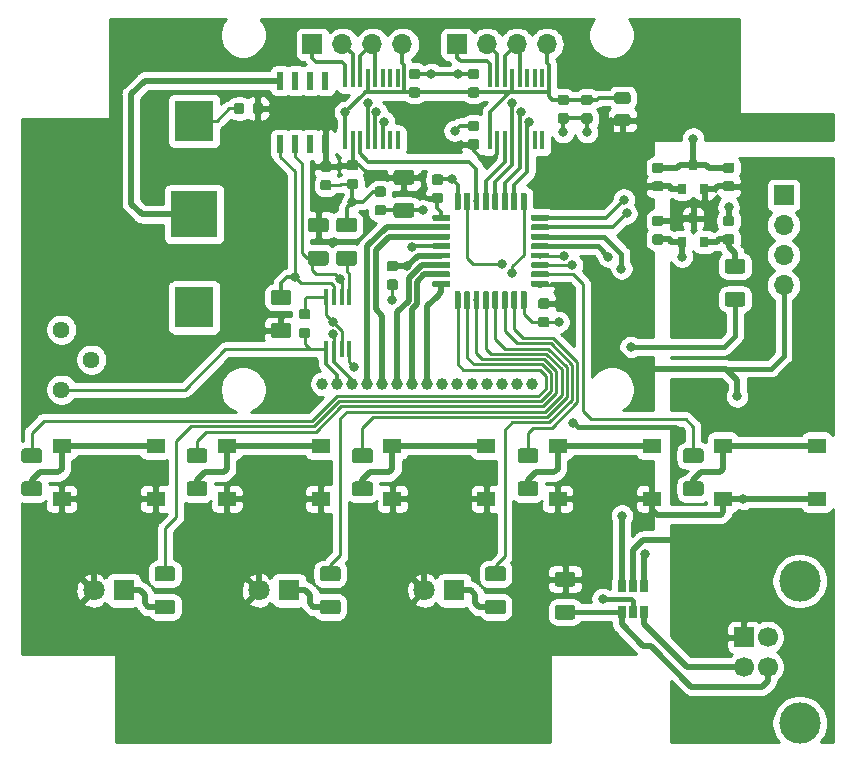
<source format=gbr>
G04 #@! TF.GenerationSoftware,KiCad,Pcbnew,(5.1.0)-1*
G04 #@! TF.CreationDate,2020-10-05T07:23:46+02:00*
G04 #@! TF.ProjectId,Waage,57616167-652e-46b6-9963-61645f706362,rev?*
G04 #@! TF.SameCoordinates,Original*
G04 #@! TF.FileFunction,Copper,L1,Top*
G04 #@! TF.FilePolarity,Positive*
%FSLAX46Y46*%
G04 Gerber Fmt 4.6, Leading zero omitted, Abs format (unit mm)*
G04 Created by KiCad (PCBNEW (5.1.0)-1) date 2020-10-05 07:23:46*
%MOMM*%
%LPD*%
G04 APERTURE LIST*
%ADD10C,0.100000*%
%ADD11C,0.875000*%
%ADD12C,1.250000*%
%ADD13R,4.000000X4.000000*%
%ADD14R,3.300000X3.500000*%
%ADD15R,0.600000X1.550000*%
%ADD16O,1.700000X1.700000*%
%ADD17R,1.700000X1.700000*%
%ADD18R,0.800000X0.900000*%
%ADD19C,3.500000*%
%ADD20C,1.700000*%
%ADD21R,0.450000X1.450000*%
%ADD22R,0.410000X1.600000*%
%ADD23R,1.550000X1.300000*%
%ADD24C,1.440000*%
%ADD25C,1.800000*%
%ADD26R,1.800000X1.800000*%
%ADD27C,0.500000*%
%ADD28C,1.000000*%
%ADD29C,0.975000*%
%ADD30R,0.650000X1.060000*%
%ADD31C,0.800000*%
%ADD32C,0.500000*%
%ADD33C,0.300000*%
%ADD34C,0.250000*%
%ADD35C,0.400000*%
%ADD36C,0.254000*%
G04 APERTURE END LIST*
D10*
G36*
X99302691Y-67226053D02*
G01*
X99323926Y-67229203D01*
X99344750Y-67234419D01*
X99364962Y-67241651D01*
X99384368Y-67250830D01*
X99402781Y-67261866D01*
X99420024Y-67274654D01*
X99435930Y-67289070D01*
X99450346Y-67304976D01*
X99463134Y-67322219D01*
X99474170Y-67340632D01*
X99483349Y-67360038D01*
X99490581Y-67380250D01*
X99495797Y-67401074D01*
X99498947Y-67422309D01*
X99500000Y-67443750D01*
X99500000Y-67956250D01*
X99498947Y-67977691D01*
X99495797Y-67998926D01*
X99490581Y-68019750D01*
X99483349Y-68039962D01*
X99474170Y-68059368D01*
X99463134Y-68077781D01*
X99450346Y-68095024D01*
X99435930Y-68110930D01*
X99420024Y-68125346D01*
X99402781Y-68138134D01*
X99384368Y-68149170D01*
X99364962Y-68158349D01*
X99344750Y-68165581D01*
X99323926Y-68170797D01*
X99302691Y-68173947D01*
X99281250Y-68175000D01*
X98843750Y-68175000D01*
X98822309Y-68173947D01*
X98801074Y-68170797D01*
X98780250Y-68165581D01*
X98760038Y-68158349D01*
X98740632Y-68149170D01*
X98722219Y-68138134D01*
X98704976Y-68125346D01*
X98689070Y-68110930D01*
X98674654Y-68095024D01*
X98661866Y-68077781D01*
X98650830Y-68059368D01*
X98641651Y-68039962D01*
X98634419Y-68019750D01*
X98629203Y-67998926D01*
X98626053Y-67977691D01*
X98625000Y-67956250D01*
X98625000Y-67443750D01*
X98626053Y-67422309D01*
X98629203Y-67401074D01*
X98634419Y-67380250D01*
X98641651Y-67360038D01*
X98650830Y-67340632D01*
X98661866Y-67322219D01*
X98674654Y-67304976D01*
X98689070Y-67289070D01*
X98704976Y-67274654D01*
X98722219Y-67261866D01*
X98740632Y-67250830D01*
X98760038Y-67241651D01*
X98780250Y-67234419D01*
X98801074Y-67229203D01*
X98822309Y-67226053D01*
X98843750Y-67225000D01*
X99281250Y-67225000D01*
X99302691Y-67226053D01*
X99302691Y-67226053D01*
G37*
D11*
X99062500Y-67700000D03*
D10*
G36*
X100877691Y-67226053D02*
G01*
X100898926Y-67229203D01*
X100919750Y-67234419D01*
X100939962Y-67241651D01*
X100959368Y-67250830D01*
X100977781Y-67261866D01*
X100995024Y-67274654D01*
X101010930Y-67289070D01*
X101025346Y-67304976D01*
X101038134Y-67322219D01*
X101049170Y-67340632D01*
X101058349Y-67360038D01*
X101065581Y-67380250D01*
X101070797Y-67401074D01*
X101073947Y-67422309D01*
X101075000Y-67443750D01*
X101075000Y-67956250D01*
X101073947Y-67977691D01*
X101070797Y-67998926D01*
X101065581Y-68019750D01*
X101058349Y-68039962D01*
X101049170Y-68059368D01*
X101038134Y-68077781D01*
X101025346Y-68095024D01*
X101010930Y-68110930D01*
X100995024Y-68125346D01*
X100977781Y-68138134D01*
X100959368Y-68149170D01*
X100939962Y-68158349D01*
X100919750Y-68165581D01*
X100898926Y-68170797D01*
X100877691Y-68173947D01*
X100856250Y-68175000D01*
X100418750Y-68175000D01*
X100397309Y-68173947D01*
X100376074Y-68170797D01*
X100355250Y-68165581D01*
X100335038Y-68158349D01*
X100315632Y-68149170D01*
X100297219Y-68138134D01*
X100279976Y-68125346D01*
X100264070Y-68110930D01*
X100249654Y-68095024D01*
X100236866Y-68077781D01*
X100225830Y-68059368D01*
X100216651Y-68039962D01*
X100209419Y-68019750D01*
X100204203Y-67998926D01*
X100201053Y-67977691D01*
X100200000Y-67956250D01*
X100200000Y-67443750D01*
X100201053Y-67422309D01*
X100204203Y-67401074D01*
X100209419Y-67380250D01*
X100216651Y-67360038D01*
X100225830Y-67340632D01*
X100236866Y-67322219D01*
X100249654Y-67304976D01*
X100264070Y-67289070D01*
X100279976Y-67274654D01*
X100297219Y-67261866D01*
X100315632Y-67250830D01*
X100335038Y-67241651D01*
X100355250Y-67234419D01*
X100376074Y-67229203D01*
X100397309Y-67226053D01*
X100418750Y-67225000D01*
X100856250Y-67225000D01*
X100877691Y-67226053D01*
X100877691Y-67226053D01*
G37*
D11*
X100637500Y-67700000D03*
D10*
G36*
X106677691Y-73751053D02*
G01*
X106698926Y-73754203D01*
X106719750Y-73759419D01*
X106739962Y-73766651D01*
X106759368Y-73775830D01*
X106777781Y-73786866D01*
X106795024Y-73799654D01*
X106810930Y-73814070D01*
X106825346Y-73829976D01*
X106838134Y-73847219D01*
X106849170Y-73865632D01*
X106858349Y-73885038D01*
X106865581Y-73905250D01*
X106870797Y-73926074D01*
X106873947Y-73947309D01*
X106875000Y-73968750D01*
X106875000Y-74406250D01*
X106873947Y-74427691D01*
X106870797Y-74448926D01*
X106865581Y-74469750D01*
X106858349Y-74489962D01*
X106849170Y-74509368D01*
X106838134Y-74527781D01*
X106825346Y-74545024D01*
X106810930Y-74560930D01*
X106795024Y-74575346D01*
X106777781Y-74588134D01*
X106759368Y-74599170D01*
X106739962Y-74608349D01*
X106719750Y-74615581D01*
X106698926Y-74620797D01*
X106677691Y-74623947D01*
X106656250Y-74625000D01*
X106143750Y-74625000D01*
X106122309Y-74623947D01*
X106101074Y-74620797D01*
X106080250Y-74615581D01*
X106060038Y-74608349D01*
X106040632Y-74599170D01*
X106022219Y-74588134D01*
X106004976Y-74575346D01*
X105989070Y-74560930D01*
X105974654Y-74545024D01*
X105961866Y-74527781D01*
X105950830Y-74509368D01*
X105941651Y-74489962D01*
X105934419Y-74469750D01*
X105929203Y-74448926D01*
X105926053Y-74427691D01*
X105925000Y-74406250D01*
X105925000Y-73968750D01*
X105926053Y-73947309D01*
X105929203Y-73926074D01*
X105934419Y-73905250D01*
X105941651Y-73885038D01*
X105950830Y-73865632D01*
X105961866Y-73847219D01*
X105974654Y-73829976D01*
X105989070Y-73814070D01*
X106004976Y-73799654D01*
X106022219Y-73786866D01*
X106040632Y-73775830D01*
X106060038Y-73766651D01*
X106080250Y-73759419D01*
X106101074Y-73754203D01*
X106122309Y-73751053D01*
X106143750Y-73750000D01*
X106656250Y-73750000D01*
X106677691Y-73751053D01*
X106677691Y-73751053D01*
G37*
D11*
X106400000Y-74187500D03*
D10*
G36*
X106677691Y-72176053D02*
G01*
X106698926Y-72179203D01*
X106719750Y-72184419D01*
X106739962Y-72191651D01*
X106759368Y-72200830D01*
X106777781Y-72211866D01*
X106795024Y-72224654D01*
X106810930Y-72239070D01*
X106825346Y-72254976D01*
X106838134Y-72272219D01*
X106849170Y-72290632D01*
X106858349Y-72310038D01*
X106865581Y-72330250D01*
X106870797Y-72351074D01*
X106873947Y-72372309D01*
X106875000Y-72393750D01*
X106875000Y-72831250D01*
X106873947Y-72852691D01*
X106870797Y-72873926D01*
X106865581Y-72894750D01*
X106858349Y-72914962D01*
X106849170Y-72934368D01*
X106838134Y-72952781D01*
X106825346Y-72970024D01*
X106810930Y-72985930D01*
X106795024Y-73000346D01*
X106777781Y-73013134D01*
X106759368Y-73024170D01*
X106739962Y-73033349D01*
X106719750Y-73040581D01*
X106698926Y-73045797D01*
X106677691Y-73048947D01*
X106656250Y-73050000D01*
X106143750Y-73050000D01*
X106122309Y-73048947D01*
X106101074Y-73045797D01*
X106080250Y-73040581D01*
X106060038Y-73033349D01*
X106040632Y-73024170D01*
X106022219Y-73013134D01*
X106004976Y-73000346D01*
X105989070Y-72985930D01*
X105974654Y-72970024D01*
X105961866Y-72952781D01*
X105950830Y-72934368D01*
X105941651Y-72914962D01*
X105934419Y-72894750D01*
X105929203Y-72873926D01*
X105926053Y-72852691D01*
X105925000Y-72831250D01*
X105925000Y-72393750D01*
X105926053Y-72372309D01*
X105929203Y-72351074D01*
X105934419Y-72330250D01*
X105941651Y-72310038D01*
X105950830Y-72290632D01*
X105961866Y-72272219D01*
X105974654Y-72254976D01*
X105989070Y-72239070D01*
X106004976Y-72224654D01*
X106022219Y-72211866D01*
X106040632Y-72200830D01*
X106060038Y-72191651D01*
X106080250Y-72184419D01*
X106101074Y-72179203D01*
X106122309Y-72176053D01*
X106143750Y-72175000D01*
X106656250Y-72175000D01*
X106677691Y-72176053D01*
X106677691Y-72176053D01*
G37*
D11*
X106400000Y-72612500D03*
D10*
G36*
X106399504Y-76951204D02*
G01*
X106423773Y-76954804D01*
X106447571Y-76960765D01*
X106470671Y-76969030D01*
X106492849Y-76979520D01*
X106513893Y-76992133D01*
X106533598Y-77006747D01*
X106551777Y-77023223D01*
X106568253Y-77041402D01*
X106582867Y-77061107D01*
X106595480Y-77082151D01*
X106605970Y-77104329D01*
X106614235Y-77127429D01*
X106620196Y-77151227D01*
X106623796Y-77175496D01*
X106625000Y-77200000D01*
X106625000Y-77950000D01*
X106623796Y-77974504D01*
X106620196Y-77998773D01*
X106614235Y-78022571D01*
X106605970Y-78045671D01*
X106595480Y-78067849D01*
X106582867Y-78088893D01*
X106568253Y-78108598D01*
X106551777Y-78126777D01*
X106533598Y-78143253D01*
X106513893Y-78157867D01*
X106492849Y-78170480D01*
X106470671Y-78180970D01*
X106447571Y-78189235D01*
X106423773Y-78195196D01*
X106399504Y-78198796D01*
X106375000Y-78200000D01*
X105125000Y-78200000D01*
X105100496Y-78198796D01*
X105076227Y-78195196D01*
X105052429Y-78189235D01*
X105029329Y-78180970D01*
X105007151Y-78170480D01*
X104986107Y-78157867D01*
X104966402Y-78143253D01*
X104948223Y-78126777D01*
X104931747Y-78108598D01*
X104917133Y-78088893D01*
X104904520Y-78067849D01*
X104894030Y-78045671D01*
X104885765Y-78022571D01*
X104879804Y-77998773D01*
X104876204Y-77974504D01*
X104875000Y-77950000D01*
X104875000Y-77200000D01*
X104876204Y-77175496D01*
X104879804Y-77151227D01*
X104885765Y-77127429D01*
X104894030Y-77104329D01*
X104904520Y-77082151D01*
X104917133Y-77061107D01*
X104931747Y-77041402D01*
X104948223Y-77023223D01*
X104966402Y-77006747D01*
X104986107Y-76992133D01*
X105007151Y-76979520D01*
X105029329Y-76969030D01*
X105052429Y-76960765D01*
X105076227Y-76954804D01*
X105100496Y-76951204D01*
X105125000Y-76950000D01*
X106375000Y-76950000D01*
X106399504Y-76951204D01*
X106399504Y-76951204D01*
G37*
D12*
X105750000Y-77575000D03*
D10*
G36*
X106399504Y-79751204D02*
G01*
X106423773Y-79754804D01*
X106447571Y-79760765D01*
X106470671Y-79769030D01*
X106492849Y-79779520D01*
X106513893Y-79792133D01*
X106533598Y-79806747D01*
X106551777Y-79823223D01*
X106568253Y-79841402D01*
X106582867Y-79861107D01*
X106595480Y-79882151D01*
X106605970Y-79904329D01*
X106614235Y-79927429D01*
X106620196Y-79951227D01*
X106623796Y-79975496D01*
X106625000Y-80000000D01*
X106625000Y-80750000D01*
X106623796Y-80774504D01*
X106620196Y-80798773D01*
X106614235Y-80822571D01*
X106605970Y-80845671D01*
X106595480Y-80867849D01*
X106582867Y-80888893D01*
X106568253Y-80908598D01*
X106551777Y-80926777D01*
X106533598Y-80943253D01*
X106513893Y-80957867D01*
X106492849Y-80970480D01*
X106470671Y-80980970D01*
X106447571Y-80989235D01*
X106423773Y-80995196D01*
X106399504Y-80998796D01*
X106375000Y-81000000D01*
X105125000Y-81000000D01*
X105100496Y-80998796D01*
X105076227Y-80995196D01*
X105052429Y-80989235D01*
X105029329Y-80980970D01*
X105007151Y-80970480D01*
X104986107Y-80957867D01*
X104966402Y-80943253D01*
X104948223Y-80926777D01*
X104931747Y-80908598D01*
X104917133Y-80888893D01*
X104904520Y-80867849D01*
X104894030Y-80845671D01*
X104885765Y-80822571D01*
X104879804Y-80798773D01*
X104876204Y-80774504D01*
X104875000Y-80750000D01*
X104875000Y-80000000D01*
X104876204Y-79975496D01*
X104879804Y-79951227D01*
X104885765Y-79927429D01*
X104894030Y-79904329D01*
X104904520Y-79882151D01*
X104917133Y-79861107D01*
X104931747Y-79841402D01*
X104948223Y-79823223D01*
X104966402Y-79806747D01*
X104986107Y-79792133D01*
X105007151Y-79779520D01*
X105029329Y-79769030D01*
X105052429Y-79760765D01*
X105076227Y-79754804D01*
X105100496Y-79751204D01*
X105125000Y-79750000D01*
X106375000Y-79750000D01*
X106399504Y-79751204D01*
X106399504Y-79751204D01*
G37*
D12*
X105750000Y-80375000D03*
D10*
G36*
X103249504Y-85876204D02*
G01*
X103273773Y-85879804D01*
X103297571Y-85885765D01*
X103320671Y-85894030D01*
X103342849Y-85904520D01*
X103363893Y-85917133D01*
X103383598Y-85931747D01*
X103401777Y-85948223D01*
X103418253Y-85966402D01*
X103432867Y-85986107D01*
X103445480Y-86007151D01*
X103455970Y-86029329D01*
X103464235Y-86052429D01*
X103470196Y-86076227D01*
X103473796Y-86100496D01*
X103475000Y-86125000D01*
X103475000Y-86875000D01*
X103473796Y-86899504D01*
X103470196Y-86923773D01*
X103464235Y-86947571D01*
X103455970Y-86970671D01*
X103445480Y-86992849D01*
X103432867Y-87013893D01*
X103418253Y-87033598D01*
X103401777Y-87051777D01*
X103383598Y-87068253D01*
X103363893Y-87082867D01*
X103342849Y-87095480D01*
X103320671Y-87105970D01*
X103297571Y-87114235D01*
X103273773Y-87120196D01*
X103249504Y-87123796D01*
X103225000Y-87125000D01*
X101975000Y-87125000D01*
X101950496Y-87123796D01*
X101926227Y-87120196D01*
X101902429Y-87114235D01*
X101879329Y-87105970D01*
X101857151Y-87095480D01*
X101836107Y-87082867D01*
X101816402Y-87068253D01*
X101798223Y-87051777D01*
X101781747Y-87033598D01*
X101767133Y-87013893D01*
X101754520Y-86992849D01*
X101744030Y-86970671D01*
X101735765Y-86947571D01*
X101729804Y-86923773D01*
X101726204Y-86899504D01*
X101725000Y-86875000D01*
X101725000Y-86125000D01*
X101726204Y-86100496D01*
X101729804Y-86076227D01*
X101735765Y-86052429D01*
X101744030Y-86029329D01*
X101754520Y-86007151D01*
X101767133Y-85986107D01*
X101781747Y-85966402D01*
X101798223Y-85948223D01*
X101816402Y-85931747D01*
X101836107Y-85917133D01*
X101857151Y-85904520D01*
X101879329Y-85894030D01*
X101902429Y-85885765D01*
X101926227Y-85879804D01*
X101950496Y-85876204D01*
X101975000Y-85875000D01*
X103225000Y-85875000D01*
X103249504Y-85876204D01*
X103249504Y-85876204D01*
G37*
D12*
X102600000Y-86500000D03*
D10*
G36*
X103249504Y-83076204D02*
G01*
X103273773Y-83079804D01*
X103297571Y-83085765D01*
X103320671Y-83094030D01*
X103342849Y-83104520D01*
X103363893Y-83117133D01*
X103383598Y-83131747D01*
X103401777Y-83148223D01*
X103418253Y-83166402D01*
X103432867Y-83186107D01*
X103445480Y-83207151D01*
X103455970Y-83229329D01*
X103464235Y-83252429D01*
X103470196Y-83276227D01*
X103473796Y-83300496D01*
X103475000Y-83325000D01*
X103475000Y-84075000D01*
X103473796Y-84099504D01*
X103470196Y-84123773D01*
X103464235Y-84147571D01*
X103455970Y-84170671D01*
X103445480Y-84192849D01*
X103432867Y-84213893D01*
X103418253Y-84233598D01*
X103401777Y-84251777D01*
X103383598Y-84268253D01*
X103363893Y-84282867D01*
X103342849Y-84295480D01*
X103320671Y-84305970D01*
X103297571Y-84314235D01*
X103273773Y-84320196D01*
X103249504Y-84323796D01*
X103225000Y-84325000D01*
X101975000Y-84325000D01*
X101950496Y-84323796D01*
X101926227Y-84320196D01*
X101902429Y-84314235D01*
X101879329Y-84305970D01*
X101857151Y-84295480D01*
X101836107Y-84282867D01*
X101816402Y-84268253D01*
X101798223Y-84251777D01*
X101781747Y-84233598D01*
X101767133Y-84213893D01*
X101754520Y-84192849D01*
X101744030Y-84170671D01*
X101735765Y-84147571D01*
X101729804Y-84123773D01*
X101726204Y-84099504D01*
X101725000Y-84075000D01*
X101725000Y-83325000D01*
X101726204Y-83300496D01*
X101729804Y-83276227D01*
X101735765Y-83252429D01*
X101744030Y-83229329D01*
X101754520Y-83207151D01*
X101767133Y-83186107D01*
X101781747Y-83166402D01*
X101798223Y-83148223D01*
X101816402Y-83131747D01*
X101836107Y-83117133D01*
X101857151Y-83104520D01*
X101879329Y-83094030D01*
X101902429Y-83085765D01*
X101926227Y-83079804D01*
X101950496Y-83076204D01*
X101975000Y-83075000D01*
X103225000Y-83075000D01*
X103249504Y-83076204D01*
X103249504Y-83076204D01*
G37*
D12*
X102600000Y-83700000D03*
D13*
X95250000Y-76650000D03*
D14*
X95250000Y-84550000D03*
X95250000Y-68750000D03*
D15*
X106355000Y-70750000D03*
X105085000Y-70750000D03*
X103815000Y-70750000D03*
X102545000Y-70750000D03*
X102545000Y-65350000D03*
X103815000Y-65350000D03*
X105085000Y-65350000D03*
X106355000Y-65350000D03*
D10*
G36*
X127299504Y-106926204D02*
G01*
X127323773Y-106929804D01*
X127347571Y-106935765D01*
X127370671Y-106944030D01*
X127392849Y-106954520D01*
X127413893Y-106967133D01*
X127433598Y-106981747D01*
X127451777Y-106998223D01*
X127468253Y-107016402D01*
X127482867Y-107036107D01*
X127495480Y-107057151D01*
X127505970Y-107079329D01*
X127514235Y-107102429D01*
X127520196Y-107126227D01*
X127523796Y-107150496D01*
X127525000Y-107175000D01*
X127525000Y-107925000D01*
X127523796Y-107949504D01*
X127520196Y-107973773D01*
X127514235Y-107997571D01*
X127505970Y-108020671D01*
X127495480Y-108042849D01*
X127482867Y-108063893D01*
X127468253Y-108083598D01*
X127451777Y-108101777D01*
X127433598Y-108118253D01*
X127413893Y-108132867D01*
X127392849Y-108145480D01*
X127370671Y-108155970D01*
X127347571Y-108164235D01*
X127323773Y-108170196D01*
X127299504Y-108173796D01*
X127275000Y-108175000D01*
X126025000Y-108175000D01*
X126000496Y-108173796D01*
X125976227Y-108170196D01*
X125952429Y-108164235D01*
X125929329Y-108155970D01*
X125907151Y-108145480D01*
X125886107Y-108132867D01*
X125866402Y-108118253D01*
X125848223Y-108101777D01*
X125831747Y-108083598D01*
X125817133Y-108063893D01*
X125804520Y-108042849D01*
X125794030Y-108020671D01*
X125785765Y-107997571D01*
X125779804Y-107973773D01*
X125776204Y-107949504D01*
X125775000Y-107925000D01*
X125775000Y-107175000D01*
X125776204Y-107150496D01*
X125779804Y-107126227D01*
X125785765Y-107102429D01*
X125794030Y-107079329D01*
X125804520Y-107057151D01*
X125817133Y-107036107D01*
X125831747Y-107016402D01*
X125848223Y-106998223D01*
X125866402Y-106981747D01*
X125886107Y-106967133D01*
X125907151Y-106954520D01*
X125929329Y-106944030D01*
X125952429Y-106935765D01*
X125976227Y-106929804D01*
X126000496Y-106926204D01*
X126025000Y-106925000D01*
X127275000Y-106925000D01*
X127299504Y-106926204D01*
X127299504Y-106926204D01*
G37*
D12*
X126650000Y-107550000D03*
D10*
G36*
X127299504Y-109726204D02*
G01*
X127323773Y-109729804D01*
X127347571Y-109735765D01*
X127370671Y-109744030D01*
X127392849Y-109754520D01*
X127413893Y-109767133D01*
X127433598Y-109781747D01*
X127451777Y-109798223D01*
X127468253Y-109816402D01*
X127482867Y-109836107D01*
X127495480Y-109857151D01*
X127505970Y-109879329D01*
X127514235Y-109902429D01*
X127520196Y-109926227D01*
X127523796Y-109950496D01*
X127525000Y-109975000D01*
X127525000Y-110725000D01*
X127523796Y-110749504D01*
X127520196Y-110773773D01*
X127514235Y-110797571D01*
X127505970Y-110820671D01*
X127495480Y-110842849D01*
X127482867Y-110863893D01*
X127468253Y-110883598D01*
X127451777Y-110901777D01*
X127433598Y-110918253D01*
X127413893Y-110932867D01*
X127392849Y-110945480D01*
X127370671Y-110955970D01*
X127347571Y-110964235D01*
X127323773Y-110970196D01*
X127299504Y-110973796D01*
X127275000Y-110975000D01*
X126025000Y-110975000D01*
X126000496Y-110973796D01*
X125976227Y-110970196D01*
X125952429Y-110964235D01*
X125929329Y-110955970D01*
X125907151Y-110945480D01*
X125886107Y-110932867D01*
X125866402Y-110918253D01*
X125848223Y-110901777D01*
X125831747Y-110883598D01*
X125817133Y-110863893D01*
X125804520Y-110842849D01*
X125794030Y-110820671D01*
X125785765Y-110797571D01*
X125779804Y-110773773D01*
X125776204Y-110749504D01*
X125775000Y-110725000D01*
X125775000Y-109975000D01*
X125776204Y-109950496D01*
X125779804Y-109926227D01*
X125785765Y-109902429D01*
X125794030Y-109879329D01*
X125804520Y-109857151D01*
X125817133Y-109836107D01*
X125831747Y-109816402D01*
X125848223Y-109798223D01*
X125866402Y-109781747D01*
X125886107Y-109767133D01*
X125907151Y-109754520D01*
X125929329Y-109744030D01*
X125952429Y-109735765D01*
X125976227Y-109729804D01*
X126000496Y-109726204D01*
X126025000Y-109725000D01*
X127275000Y-109725000D01*
X127299504Y-109726204D01*
X127299504Y-109726204D01*
G37*
D12*
X126650000Y-110350000D03*
D16*
X145150000Y-82660000D03*
X145150000Y-80120000D03*
X145150000Y-77580000D03*
D17*
X145150000Y-75040000D03*
D10*
G36*
X141699504Y-80426204D02*
G01*
X141723773Y-80429804D01*
X141747571Y-80435765D01*
X141770671Y-80444030D01*
X141792849Y-80454520D01*
X141813893Y-80467133D01*
X141833598Y-80481747D01*
X141851777Y-80498223D01*
X141868253Y-80516402D01*
X141882867Y-80536107D01*
X141895480Y-80557151D01*
X141905970Y-80579329D01*
X141914235Y-80602429D01*
X141920196Y-80626227D01*
X141923796Y-80650496D01*
X141925000Y-80675000D01*
X141925000Y-81425000D01*
X141923796Y-81449504D01*
X141920196Y-81473773D01*
X141914235Y-81497571D01*
X141905970Y-81520671D01*
X141895480Y-81542849D01*
X141882867Y-81563893D01*
X141868253Y-81583598D01*
X141851777Y-81601777D01*
X141833598Y-81618253D01*
X141813893Y-81632867D01*
X141792849Y-81645480D01*
X141770671Y-81655970D01*
X141747571Y-81664235D01*
X141723773Y-81670196D01*
X141699504Y-81673796D01*
X141675000Y-81675000D01*
X140425000Y-81675000D01*
X140400496Y-81673796D01*
X140376227Y-81670196D01*
X140352429Y-81664235D01*
X140329329Y-81655970D01*
X140307151Y-81645480D01*
X140286107Y-81632867D01*
X140266402Y-81618253D01*
X140248223Y-81601777D01*
X140231747Y-81583598D01*
X140217133Y-81563893D01*
X140204520Y-81542849D01*
X140194030Y-81520671D01*
X140185765Y-81497571D01*
X140179804Y-81473773D01*
X140176204Y-81449504D01*
X140175000Y-81425000D01*
X140175000Y-80675000D01*
X140176204Y-80650496D01*
X140179804Y-80626227D01*
X140185765Y-80602429D01*
X140194030Y-80579329D01*
X140204520Y-80557151D01*
X140217133Y-80536107D01*
X140231747Y-80516402D01*
X140248223Y-80498223D01*
X140266402Y-80481747D01*
X140286107Y-80467133D01*
X140307151Y-80454520D01*
X140329329Y-80444030D01*
X140352429Y-80435765D01*
X140376227Y-80429804D01*
X140400496Y-80426204D01*
X140425000Y-80425000D01*
X141675000Y-80425000D01*
X141699504Y-80426204D01*
X141699504Y-80426204D01*
G37*
D12*
X141050000Y-81050000D03*
D10*
G36*
X141699504Y-83226204D02*
G01*
X141723773Y-83229804D01*
X141747571Y-83235765D01*
X141770671Y-83244030D01*
X141792849Y-83254520D01*
X141813893Y-83267133D01*
X141833598Y-83281747D01*
X141851777Y-83298223D01*
X141868253Y-83316402D01*
X141882867Y-83336107D01*
X141895480Y-83357151D01*
X141905970Y-83379329D01*
X141914235Y-83402429D01*
X141920196Y-83426227D01*
X141923796Y-83450496D01*
X141925000Y-83475000D01*
X141925000Y-84225000D01*
X141923796Y-84249504D01*
X141920196Y-84273773D01*
X141914235Y-84297571D01*
X141905970Y-84320671D01*
X141895480Y-84342849D01*
X141882867Y-84363893D01*
X141868253Y-84383598D01*
X141851777Y-84401777D01*
X141833598Y-84418253D01*
X141813893Y-84432867D01*
X141792849Y-84445480D01*
X141770671Y-84455970D01*
X141747571Y-84464235D01*
X141723773Y-84470196D01*
X141699504Y-84473796D01*
X141675000Y-84475000D01*
X140425000Y-84475000D01*
X140400496Y-84473796D01*
X140376227Y-84470196D01*
X140352429Y-84464235D01*
X140329329Y-84455970D01*
X140307151Y-84445480D01*
X140286107Y-84432867D01*
X140266402Y-84418253D01*
X140248223Y-84401777D01*
X140231747Y-84383598D01*
X140217133Y-84363893D01*
X140204520Y-84342849D01*
X140194030Y-84320671D01*
X140185765Y-84297571D01*
X140179804Y-84273773D01*
X140176204Y-84249504D01*
X140175000Y-84225000D01*
X140175000Y-83475000D01*
X140176204Y-83450496D01*
X140179804Y-83426227D01*
X140185765Y-83402429D01*
X140194030Y-83379329D01*
X140204520Y-83357151D01*
X140217133Y-83336107D01*
X140231747Y-83316402D01*
X140248223Y-83298223D01*
X140266402Y-83281747D01*
X140286107Y-83267133D01*
X140307151Y-83254520D01*
X140329329Y-83244030D01*
X140352429Y-83235765D01*
X140376227Y-83229804D01*
X140400496Y-83226204D01*
X140425000Y-83225000D01*
X141675000Y-83225000D01*
X141699504Y-83226204D01*
X141699504Y-83226204D01*
G37*
D12*
X141050000Y-83850000D03*
D10*
G36*
X125127691Y-85351053D02*
G01*
X125148926Y-85354203D01*
X125169750Y-85359419D01*
X125189962Y-85366651D01*
X125209368Y-85375830D01*
X125227781Y-85386866D01*
X125245024Y-85399654D01*
X125260930Y-85414070D01*
X125275346Y-85429976D01*
X125288134Y-85447219D01*
X125299170Y-85465632D01*
X125308349Y-85485038D01*
X125315581Y-85505250D01*
X125320797Y-85526074D01*
X125323947Y-85547309D01*
X125325000Y-85568750D01*
X125325000Y-86006250D01*
X125323947Y-86027691D01*
X125320797Y-86048926D01*
X125315581Y-86069750D01*
X125308349Y-86089962D01*
X125299170Y-86109368D01*
X125288134Y-86127781D01*
X125275346Y-86145024D01*
X125260930Y-86160930D01*
X125245024Y-86175346D01*
X125227781Y-86188134D01*
X125209368Y-86199170D01*
X125189962Y-86208349D01*
X125169750Y-86215581D01*
X125148926Y-86220797D01*
X125127691Y-86223947D01*
X125106250Y-86225000D01*
X124593750Y-86225000D01*
X124572309Y-86223947D01*
X124551074Y-86220797D01*
X124530250Y-86215581D01*
X124510038Y-86208349D01*
X124490632Y-86199170D01*
X124472219Y-86188134D01*
X124454976Y-86175346D01*
X124439070Y-86160930D01*
X124424654Y-86145024D01*
X124411866Y-86127781D01*
X124400830Y-86109368D01*
X124391651Y-86089962D01*
X124384419Y-86069750D01*
X124379203Y-86048926D01*
X124376053Y-86027691D01*
X124375000Y-86006250D01*
X124375000Y-85568750D01*
X124376053Y-85547309D01*
X124379203Y-85526074D01*
X124384419Y-85505250D01*
X124391651Y-85485038D01*
X124400830Y-85465632D01*
X124411866Y-85447219D01*
X124424654Y-85429976D01*
X124439070Y-85414070D01*
X124454976Y-85399654D01*
X124472219Y-85386866D01*
X124490632Y-85375830D01*
X124510038Y-85366651D01*
X124530250Y-85359419D01*
X124551074Y-85354203D01*
X124572309Y-85351053D01*
X124593750Y-85350000D01*
X125106250Y-85350000D01*
X125127691Y-85351053D01*
X125127691Y-85351053D01*
G37*
D11*
X124850000Y-85787500D03*
D10*
G36*
X125127691Y-83776053D02*
G01*
X125148926Y-83779203D01*
X125169750Y-83784419D01*
X125189962Y-83791651D01*
X125209368Y-83800830D01*
X125227781Y-83811866D01*
X125245024Y-83824654D01*
X125260930Y-83839070D01*
X125275346Y-83854976D01*
X125288134Y-83872219D01*
X125299170Y-83890632D01*
X125308349Y-83910038D01*
X125315581Y-83930250D01*
X125320797Y-83951074D01*
X125323947Y-83972309D01*
X125325000Y-83993750D01*
X125325000Y-84431250D01*
X125323947Y-84452691D01*
X125320797Y-84473926D01*
X125315581Y-84494750D01*
X125308349Y-84514962D01*
X125299170Y-84534368D01*
X125288134Y-84552781D01*
X125275346Y-84570024D01*
X125260930Y-84585930D01*
X125245024Y-84600346D01*
X125227781Y-84613134D01*
X125209368Y-84624170D01*
X125189962Y-84633349D01*
X125169750Y-84640581D01*
X125148926Y-84645797D01*
X125127691Y-84648947D01*
X125106250Y-84650000D01*
X124593750Y-84650000D01*
X124572309Y-84648947D01*
X124551074Y-84645797D01*
X124530250Y-84640581D01*
X124510038Y-84633349D01*
X124490632Y-84624170D01*
X124472219Y-84613134D01*
X124454976Y-84600346D01*
X124439070Y-84585930D01*
X124424654Y-84570024D01*
X124411866Y-84552781D01*
X124400830Y-84534368D01*
X124391651Y-84514962D01*
X124384419Y-84494750D01*
X124379203Y-84473926D01*
X124376053Y-84452691D01*
X124375000Y-84431250D01*
X124375000Y-83993750D01*
X124376053Y-83972309D01*
X124379203Y-83951074D01*
X124384419Y-83930250D01*
X124391651Y-83910038D01*
X124400830Y-83890632D01*
X124411866Y-83872219D01*
X124424654Y-83854976D01*
X124439070Y-83839070D01*
X124454976Y-83824654D01*
X124472219Y-83811866D01*
X124490632Y-83800830D01*
X124510038Y-83791651D01*
X124530250Y-83784419D01*
X124551074Y-83779203D01*
X124572309Y-83776053D01*
X124593750Y-83775000D01*
X125106250Y-83775000D01*
X125127691Y-83776053D01*
X125127691Y-83776053D01*
G37*
D11*
X124850000Y-84212500D03*
D18*
X137500000Y-72500000D03*
X138450000Y-74500000D03*
X136550000Y-74500000D03*
D16*
X125120000Y-62250000D03*
X122580000Y-62250000D03*
X120040000Y-62250000D03*
D17*
X117500000Y-62250000D03*
D16*
X112870000Y-62250000D03*
X110330000Y-62250000D03*
X107790000Y-62250000D03*
D17*
X105250000Y-62250000D03*
D19*
X146510000Y-119745000D03*
X146510000Y-107705000D03*
D20*
X143800000Y-112475000D03*
X143800000Y-114975000D03*
X141800000Y-114975000D03*
D17*
X141800000Y-112475000D03*
D21*
X108375000Y-88100000D03*
X107725000Y-88100000D03*
X107075000Y-88100000D03*
X106425000Y-88100000D03*
X106425000Y-83700000D03*
X107075000Y-83700000D03*
X107725000Y-83700000D03*
X108375000Y-83700000D03*
D18*
X137500000Y-77000000D03*
X138450000Y-79000000D03*
X136550000Y-79000000D03*
D22*
X124722500Y-70404300D03*
X124087500Y-70404300D03*
X123452500Y-70404300D03*
X122817500Y-70404300D03*
X122182500Y-70404300D03*
X121547500Y-70404300D03*
X120912500Y-70404300D03*
X120277500Y-70404300D03*
X120277500Y-65095700D03*
X120912500Y-65095700D03*
X121547500Y-65095700D03*
X122182500Y-65095700D03*
X122817500Y-65095700D03*
X123452500Y-65095700D03*
X124087500Y-65095700D03*
X124722500Y-65095700D03*
X112472500Y-70404300D03*
X111837500Y-70404300D03*
X111202500Y-70404300D03*
X110567500Y-70404300D03*
X109932500Y-70404300D03*
X109297500Y-70404300D03*
X108662500Y-70404300D03*
X108027500Y-70404300D03*
X108027500Y-65095700D03*
X108662500Y-65095700D03*
X109297500Y-65095700D03*
X109932500Y-65095700D03*
X110567500Y-65095700D03*
X111202500Y-65095700D03*
X111837500Y-65095700D03*
X112472500Y-65095700D03*
D23*
X147980000Y-100750000D03*
X147980000Y-96250000D03*
X140020000Y-96250000D03*
X140020000Y-100750000D03*
X133980000Y-100750000D03*
X133980000Y-96250000D03*
X126020000Y-96250000D03*
X126020000Y-100750000D03*
X119980000Y-100750000D03*
X119980000Y-96250000D03*
X112020000Y-96250000D03*
X112020000Y-100750000D03*
X105980000Y-100750000D03*
X105980000Y-96250000D03*
X98020000Y-96250000D03*
X98020000Y-100750000D03*
X91980000Y-100750000D03*
X91980000Y-96250000D03*
X84020000Y-96250000D03*
X84020000Y-100750000D03*
D24*
X84000000Y-91500000D03*
X86540000Y-88960000D03*
X84000000Y-86420000D03*
D10*
G36*
X108799504Y-79751204D02*
G01*
X108823773Y-79754804D01*
X108847571Y-79760765D01*
X108870671Y-79769030D01*
X108892849Y-79779520D01*
X108913893Y-79792133D01*
X108933598Y-79806747D01*
X108951777Y-79823223D01*
X108968253Y-79841402D01*
X108982867Y-79861107D01*
X108995480Y-79882151D01*
X109005970Y-79904329D01*
X109014235Y-79927429D01*
X109020196Y-79951227D01*
X109023796Y-79975496D01*
X109025000Y-80000000D01*
X109025000Y-80750000D01*
X109023796Y-80774504D01*
X109020196Y-80798773D01*
X109014235Y-80822571D01*
X109005970Y-80845671D01*
X108995480Y-80867849D01*
X108982867Y-80888893D01*
X108968253Y-80908598D01*
X108951777Y-80926777D01*
X108933598Y-80943253D01*
X108913893Y-80957867D01*
X108892849Y-80970480D01*
X108870671Y-80980970D01*
X108847571Y-80989235D01*
X108823773Y-80995196D01*
X108799504Y-80998796D01*
X108775000Y-81000000D01*
X107525000Y-81000000D01*
X107500496Y-80998796D01*
X107476227Y-80995196D01*
X107452429Y-80989235D01*
X107429329Y-80980970D01*
X107407151Y-80970480D01*
X107386107Y-80957867D01*
X107366402Y-80943253D01*
X107348223Y-80926777D01*
X107331747Y-80908598D01*
X107317133Y-80888893D01*
X107304520Y-80867849D01*
X107294030Y-80845671D01*
X107285765Y-80822571D01*
X107279804Y-80798773D01*
X107276204Y-80774504D01*
X107275000Y-80750000D01*
X107275000Y-80000000D01*
X107276204Y-79975496D01*
X107279804Y-79951227D01*
X107285765Y-79927429D01*
X107294030Y-79904329D01*
X107304520Y-79882151D01*
X107317133Y-79861107D01*
X107331747Y-79841402D01*
X107348223Y-79823223D01*
X107366402Y-79806747D01*
X107386107Y-79792133D01*
X107407151Y-79779520D01*
X107429329Y-79769030D01*
X107452429Y-79760765D01*
X107476227Y-79754804D01*
X107500496Y-79751204D01*
X107525000Y-79750000D01*
X108775000Y-79750000D01*
X108799504Y-79751204D01*
X108799504Y-79751204D01*
G37*
D12*
X108150000Y-80375000D03*
D10*
G36*
X108799504Y-76951204D02*
G01*
X108823773Y-76954804D01*
X108847571Y-76960765D01*
X108870671Y-76969030D01*
X108892849Y-76979520D01*
X108913893Y-76992133D01*
X108933598Y-77006747D01*
X108951777Y-77023223D01*
X108968253Y-77041402D01*
X108982867Y-77061107D01*
X108995480Y-77082151D01*
X109005970Y-77104329D01*
X109014235Y-77127429D01*
X109020196Y-77151227D01*
X109023796Y-77175496D01*
X109025000Y-77200000D01*
X109025000Y-77950000D01*
X109023796Y-77974504D01*
X109020196Y-77998773D01*
X109014235Y-78022571D01*
X109005970Y-78045671D01*
X108995480Y-78067849D01*
X108982867Y-78088893D01*
X108968253Y-78108598D01*
X108951777Y-78126777D01*
X108933598Y-78143253D01*
X108913893Y-78157867D01*
X108892849Y-78170480D01*
X108870671Y-78180970D01*
X108847571Y-78189235D01*
X108823773Y-78195196D01*
X108799504Y-78198796D01*
X108775000Y-78200000D01*
X107525000Y-78200000D01*
X107500496Y-78198796D01*
X107476227Y-78195196D01*
X107452429Y-78189235D01*
X107429329Y-78180970D01*
X107407151Y-78170480D01*
X107386107Y-78157867D01*
X107366402Y-78143253D01*
X107348223Y-78126777D01*
X107331747Y-78108598D01*
X107317133Y-78088893D01*
X107304520Y-78067849D01*
X107294030Y-78045671D01*
X107285765Y-78022571D01*
X107279804Y-77998773D01*
X107276204Y-77974504D01*
X107275000Y-77950000D01*
X107275000Y-77200000D01*
X107276204Y-77175496D01*
X107279804Y-77151227D01*
X107285765Y-77127429D01*
X107294030Y-77104329D01*
X107304520Y-77082151D01*
X107317133Y-77061107D01*
X107331747Y-77041402D01*
X107348223Y-77023223D01*
X107366402Y-77006747D01*
X107386107Y-76992133D01*
X107407151Y-76979520D01*
X107429329Y-76969030D01*
X107452429Y-76960765D01*
X107476227Y-76954804D01*
X107500496Y-76951204D01*
X107525000Y-76950000D01*
X108775000Y-76950000D01*
X108799504Y-76951204D01*
X108799504Y-76951204D01*
G37*
D12*
X108150000Y-77575000D03*
D25*
X114730000Y-108500000D03*
D26*
X117270000Y-108500000D03*
D25*
X100730000Y-108500000D03*
D26*
X103270000Y-108500000D03*
D25*
X86730000Y-108500000D03*
D26*
X89270000Y-108500000D03*
D10*
G36*
X104877691Y-84676053D02*
G01*
X104898926Y-84679203D01*
X104919750Y-84684419D01*
X104939962Y-84691651D01*
X104959368Y-84700830D01*
X104977781Y-84711866D01*
X104995024Y-84724654D01*
X105010930Y-84739070D01*
X105025346Y-84754976D01*
X105038134Y-84772219D01*
X105049170Y-84790632D01*
X105058349Y-84810038D01*
X105065581Y-84830250D01*
X105070797Y-84851074D01*
X105073947Y-84872309D01*
X105075000Y-84893750D01*
X105075000Y-85331250D01*
X105073947Y-85352691D01*
X105070797Y-85373926D01*
X105065581Y-85394750D01*
X105058349Y-85414962D01*
X105049170Y-85434368D01*
X105038134Y-85452781D01*
X105025346Y-85470024D01*
X105010930Y-85485930D01*
X104995024Y-85500346D01*
X104977781Y-85513134D01*
X104959368Y-85524170D01*
X104939962Y-85533349D01*
X104919750Y-85540581D01*
X104898926Y-85545797D01*
X104877691Y-85548947D01*
X104856250Y-85550000D01*
X104343750Y-85550000D01*
X104322309Y-85548947D01*
X104301074Y-85545797D01*
X104280250Y-85540581D01*
X104260038Y-85533349D01*
X104240632Y-85524170D01*
X104222219Y-85513134D01*
X104204976Y-85500346D01*
X104189070Y-85485930D01*
X104174654Y-85470024D01*
X104161866Y-85452781D01*
X104150830Y-85434368D01*
X104141651Y-85414962D01*
X104134419Y-85394750D01*
X104129203Y-85373926D01*
X104126053Y-85352691D01*
X104125000Y-85331250D01*
X104125000Y-84893750D01*
X104126053Y-84872309D01*
X104129203Y-84851074D01*
X104134419Y-84830250D01*
X104141651Y-84810038D01*
X104150830Y-84790632D01*
X104161866Y-84772219D01*
X104174654Y-84754976D01*
X104189070Y-84739070D01*
X104204976Y-84724654D01*
X104222219Y-84711866D01*
X104240632Y-84700830D01*
X104260038Y-84691651D01*
X104280250Y-84684419D01*
X104301074Y-84679203D01*
X104322309Y-84676053D01*
X104343750Y-84675000D01*
X104856250Y-84675000D01*
X104877691Y-84676053D01*
X104877691Y-84676053D01*
G37*
D11*
X104600000Y-85112500D03*
D10*
G36*
X104877691Y-86251053D02*
G01*
X104898926Y-86254203D01*
X104919750Y-86259419D01*
X104939962Y-86266651D01*
X104959368Y-86275830D01*
X104977781Y-86286866D01*
X104995024Y-86299654D01*
X105010930Y-86314070D01*
X105025346Y-86329976D01*
X105038134Y-86347219D01*
X105049170Y-86365632D01*
X105058349Y-86385038D01*
X105065581Y-86405250D01*
X105070797Y-86426074D01*
X105073947Y-86447309D01*
X105075000Y-86468750D01*
X105075000Y-86906250D01*
X105073947Y-86927691D01*
X105070797Y-86948926D01*
X105065581Y-86969750D01*
X105058349Y-86989962D01*
X105049170Y-87009368D01*
X105038134Y-87027781D01*
X105025346Y-87045024D01*
X105010930Y-87060930D01*
X104995024Y-87075346D01*
X104977781Y-87088134D01*
X104959368Y-87099170D01*
X104939962Y-87108349D01*
X104919750Y-87115581D01*
X104898926Y-87120797D01*
X104877691Y-87123947D01*
X104856250Y-87125000D01*
X104343750Y-87125000D01*
X104322309Y-87123947D01*
X104301074Y-87120797D01*
X104280250Y-87115581D01*
X104260038Y-87108349D01*
X104240632Y-87099170D01*
X104222219Y-87088134D01*
X104204976Y-87075346D01*
X104189070Y-87060930D01*
X104174654Y-87045024D01*
X104161866Y-87027781D01*
X104150830Y-87009368D01*
X104141651Y-86989962D01*
X104134419Y-86969750D01*
X104129203Y-86948926D01*
X104126053Y-86927691D01*
X104125000Y-86906250D01*
X104125000Y-86468750D01*
X104126053Y-86447309D01*
X104129203Y-86426074D01*
X104134419Y-86405250D01*
X104141651Y-86385038D01*
X104150830Y-86365632D01*
X104161866Y-86347219D01*
X104174654Y-86329976D01*
X104189070Y-86314070D01*
X104204976Y-86299654D01*
X104222219Y-86286866D01*
X104240632Y-86275830D01*
X104260038Y-86266651D01*
X104280250Y-86259419D01*
X104301074Y-86254203D01*
X104322309Y-86251053D01*
X104343750Y-86250000D01*
X104856250Y-86250000D01*
X104877691Y-86251053D01*
X104877691Y-86251053D01*
G37*
D11*
X104600000Y-86687500D03*
D10*
G36*
X140777691Y-76776053D02*
G01*
X140798926Y-76779203D01*
X140819750Y-76784419D01*
X140839962Y-76791651D01*
X140859368Y-76800830D01*
X140877781Y-76811866D01*
X140895024Y-76824654D01*
X140910930Y-76839070D01*
X140925346Y-76854976D01*
X140938134Y-76872219D01*
X140949170Y-76890632D01*
X140958349Y-76910038D01*
X140965581Y-76930250D01*
X140970797Y-76951074D01*
X140973947Y-76972309D01*
X140975000Y-76993750D01*
X140975000Y-77431250D01*
X140973947Y-77452691D01*
X140970797Y-77473926D01*
X140965581Y-77494750D01*
X140958349Y-77514962D01*
X140949170Y-77534368D01*
X140938134Y-77552781D01*
X140925346Y-77570024D01*
X140910930Y-77585930D01*
X140895024Y-77600346D01*
X140877781Y-77613134D01*
X140859368Y-77624170D01*
X140839962Y-77633349D01*
X140819750Y-77640581D01*
X140798926Y-77645797D01*
X140777691Y-77648947D01*
X140756250Y-77650000D01*
X140243750Y-77650000D01*
X140222309Y-77648947D01*
X140201074Y-77645797D01*
X140180250Y-77640581D01*
X140160038Y-77633349D01*
X140140632Y-77624170D01*
X140122219Y-77613134D01*
X140104976Y-77600346D01*
X140089070Y-77585930D01*
X140074654Y-77570024D01*
X140061866Y-77552781D01*
X140050830Y-77534368D01*
X140041651Y-77514962D01*
X140034419Y-77494750D01*
X140029203Y-77473926D01*
X140026053Y-77452691D01*
X140025000Y-77431250D01*
X140025000Y-76993750D01*
X140026053Y-76972309D01*
X140029203Y-76951074D01*
X140034419Y-76930250D01*
X140041651Y-76910038D01*
X140050830Y-76890632D01*
X140061866Y-76872219D01*
X140074654Y-76854976D01*
X140089070Y-76839070D01*
X140104976Y-76824654D01*
X140122219Y-76811866D01*
X140140632Y-76800830D01*
X140160038Y-76791651D01*
X140180250Y-76784419D01*
X140201074Y-76779203D01*
X140222309Y-76776053D01*
X140243750Y-76775000D01*
X140756250Y-76775000D01*
X140777691Y-76776053D01*
X140777691Y-76776053D01*
G37*
D11*
X140500000Y-77212500D03*
D10*
G36*
X140777691Y-78351053D02*
G01*
X140798926Y-78354203D01*
X140819750Y-78359419D01*
X140839962Y-78366651D01*
X140859368Y-78375830D01*
X140877781Y-78386866D01*
X140895024Y-78399654D01*
X140910930Y-78414070D01*
X140925346Y-78429976D01*
X140938134Y-78447219D01*
X140949170Y-78465632D01*
X140958349Y-78485038D01*
X140965581Y-78505250D01*
X140970797Y-78526074D01*
X140973947Y-78547309D01*
X140975000Y-78568750D01*
X140975000Y-79006250D01*
X140973947Y-79027691D01*
X140970797Y-79048926D01*
X140965581Y-79069750D01*
X140958349Y-79089962D01*
X140949170Y-79109368D01*
X140938134Y-79127781D01*
X140925346Y-79145024D01*
X140910930Y-79160930D01*
X140895024Y-79175346D01*
X140877781Y-79188134D01*
X140859368Y-79199170D01*
X140839962Y-79208349D01*
X140819750Y-79215581D01*
X140798926Y-79220797D01*
X140777691Y-79223947D01*
X140756250Y-79225000D01*
X140243750Y-79225000D01*
X140222309Y-79223947D01*
X140201074Y-79220797D01*
X140180250Y-79215581D01*
X140160038Y-79208349D01*
X140140632Y-79199170D01*
X140122219Y-79188134D01*
X140104976Y-79175346D01*
X140089070Y-79160930D01*
X140074654Y-79145024D01*
X140061866Y-79127781D01*
X140050830Y-79109368D01*
X140041651Y-79089962D01*
X140034419Y-79069750D01*
X140029203Y-79048926D01*
X140026053Y-79027691D01*
X140025000Y-79006250D01*
X140025000Y-78568750D01*
X140026053Y-78547309D01*
X140029203Y-78526074D01*
X140034419Y-78505250D01*
X140041651Y-78485038D01*
X140050830Y-78465632D01*
X140061866Y-78447219D01*
X140074654Y-78429976D01*
X140089070Y-78414070D01*
X140104976Y-78399654D01*
X140122219Y-78386866D01*
X140140632Y-78375830D01*
X140160038Y-78366651D01*
X140180250Y-78359419D01*
X140201074Y-78354203D01*
X140222309Y-78351053D01*
X140243750Y-78350000D01*
X140756250Y-78350000D01*
X140777691Y-78351053D01*
X140777691Y-78351053D01*
G37*
D11*
X140500000Y-78787500D03*
D10*
G36*
X119177691Y-64326053D02*
G01*
X119198926Y-64329203D01*
X119219750Y-64334419D01*
X119239962Y-64341651D01*
X119259368Y-64350830D01*
X119277781Y-64361866D01*
X119295024Y-64374654D01*
X119310930Y-64389070D01*
X119325346Y-64404976D01*
X119338134Y-64422219D01*
X119349170Y-64440632D01*
X119358349Y-64460038D01*
X119365581Y-64480250D01*
X119370797Y-64501074D01*
X119373947Y-64522309D01*
X119375000Y-64543750D01*
X119375000Y-64981250D01*
X119373947Y-65002691D01*
X119370797Y-65023926D01*
X119365581Y-65044750D01*
X119358349Y-65064962D01*
X119349170Y-65084368D01*
X119338134Y-65102781D01*
X119325346Y-65120024D01*
X119310930Y-65135930D01*
X119295024Y-65150346D01*
X119277781Y-65163134D01*
X119259368Y-65174170D01*
X119239962Y-65183349D01*
X119219750Y-65190581D01*
X119198926Y-65195797D01*
X119177691Y-65198947D01*
X119156250Y-65200000D01*
X118643750Y-65200000D01*
X118622309Y-65198947D01*
X118601074Y-65195797D01*
X118580250Y-65190581D01*
X118560038Y-65183349D01*
X118540632Y-65174170D01*
X118522219Y-65163134D01*
X118504976Y-65150346D01*
X118489070Y-65135930D01*
X118474654Y-65120024D01*
X118461866Y-65102781D01*
X118450830Y-65084368D01*
X118441651Y-65064962D01*
X118434419Y-65044750D01*
X118429203Y-65023926D01*
X118426053Y-65002691D01*
X118425000Y-64981250D01*
X118425000Y-64543750D01*
X118426053Y-64522309D01*
X118429203Y-64501074D01*
X118434419Y-64480250D01*
X118441651Y-64460038D01*
X118450830Y-64440632D01*
X118461866Y-64422219D01*
X118474654Y-64404976D01*
X118489070Y-64389070D01*
X118504976Y-64374654D01*
X118522219Y-64361866D01*
X118540632Y-64350830D01*
X118560038Y-64341651D01*
X118580250Y-64334419D01*
X118601074Y-64329203D01*
X118622309Y-64326053D01*
X118643750Y-64325000D01*
X119156250Y-64325000D01*
X119177691Y-64326053D01*
X119177691Y-64326053D01*
G37*
D11*
X118900000Y-64762500D03*
D10*
G36*
X119177691Y-65901053D02*
G01*
X119198926Y-65904203D01*
X119219750Y-65909419D01*
X119239962Y-65916651D01*
X119259368Y-65925830D01*
X119277781Y-65936866D01*
X119295024Y-65949654D01*
X119310930Y-65964070D01*
X119325346Y-65979976D01*
X119338134Y-65997219D01*
X119349170Y-66015632D01*
X119358349Y-66035038D01*
X119365581Y-66055250D01*
X119370797Y-66076074D01*
X119373947Y-66097309D01*
X119375000Y-66118750D01*
X119375000Y-66556250D01*
X119373947Y-66577691D01*
X119370797Y-66598926D01*
X119365581Y-66619750D01*
X119358349Y-66639962D01*
X119349170Y-66659368D01*
X119338134Y-66677781D01*
X119325346Y-66695024D01*
X119310930Y-66710930D01*
X119295024Y-66725346D01*
X119277781Y-66738134D01*
X119259368Y-66749170D01*
X119239962Y-66758349D01*
X119219750Y-66765581D01*
X119198926Y-66770797D01*
X119177691Y-66773947D01*
X119156250Y-66775000D01*
X118643750Y-66775000D01*
X118622309Y-66773947D01*
X118601074Y-66770797D01*
X118580250Y-66765581D01*
X118560038Y-66758349D01*
X118540632Y-66749170D01*
X118522219Y-66738134D01*
X118504976Y-66725346D01*
X118489070Y-66710930D01*
X118474654Y-66695024D01*
X118461866Y-66677781D01*
X118450830Y-66659368D01*
X118441651Y-66639962D01*
X118434419Y-66619750D01*
X118429203Y-66598926D01*
X118426053Y-66577691D01*
X118425000Y-66556250D01*
X118425000Y-66118750D01*
X118426053Y-66097309D01*
X118429203Y-66076074D01*
X118434419Y-66055250D01*
X118441651Y-66035038D01*
X118450830Y-66015632D01*
X118461866Y-65997219D01*
X118474654Y-65979976D01*
X118489070Y-65964070D01*
X118504976Y-65949654D01*
X118522219Y-65936866D01*
X118540632Y-65925830D01*
X118560038Y-65916651D01*
X118580250Y-65909419D01*
X118601074Y-65904203D01*
X118622309Y-65901053D01*
X118643750Y-65900000D01*
X119156250Y-65900000D01*
X119177691Y-65901053D01*
X119177691Y-65901053D01*
G37*
D11*
X118900000Y-66337500D03*
D10*
G36*
X134777691Y-78351053D02*
G01*
X134798926Y-78354203D01*
X134819750Y-78359419D01*
X134839962Y-78366651D01*
X134859368Y-78375830D01*
X134877781Y-78386866D01*
X134895024Y-78399654D01*
X134910930Y-78414070D01*
X134925346Y-78429976D01*
X134938134Y-78447219D01*
X134949170Y-78465632D01*
X134958349Y-78485038D01*
X134965581Y-78505250D01*
X134970797Y-78526074D01*
X134973947Y-78547309D01*
X134975000Y-78568750D01*
X134975000Y-79006250D01*
X134973947Y-79027691D01*
X134970797Y-79048926D01*
X134965581Y-79069750D01*
X134958349Y-79089962D01*
X134949170Y-79109368D01*
X134938134Y-79127781D01*
X134925346Y-79145024D01*
X134910930Y-79160930D01*
X134895024Y-79175346D01*
X134877781Y-79188134D01*
X134859368Y-79199170D01*
X134839962Y-79208349D01*
X134819750Y-79215581D01*
X134798926Y-79220797D01*
X134777691Y-79223947D01*
X134756250Y-79225000D01*
X134243750Y-79225000D01*
X134222309Y-79223947D01*
X134201074Y-79220797D01*
X134180250Y-79215581D01*
X134160038Y-79208349D01*
X134140632Y-79199170D01*
X134122219Y-79188134D01*
X134104976Y-79175346D01*
X134089070Y-79160930D01*
X134074654Y-79145024D01*
X134061866Y-79127781D01*
X134050830Y-79109368D01*
X134041651Y-79089962D01*
X134034419Y-79069750D01*
X134029203Y-79048926D01*
X134026053Y-79027691D01*
X134025000Y-79006250D01*
X134025000Y-78568750D01*
X134026053Y-78547309D01*
X134029203Y-78526074D01*
X134034419Y-78505250D01*
X134041651Y-78485038D01*
X134050830Y-78465632D01*
X134061866Y-78447219D01*
X134074654Y-78429976D01*
X134089070Y-78414070D01*
X134104976Y-78399654D01*
X134122219Y-78386866D01*
X134140632Y-78375830D01*
X134160038Y-78366651D01*
X134180250Y-78359419D01*
X134201074Y-78354203D01*
X134222309Y-78351053D01*
X134243750Y-78350000D01*
X134756250Y-78350000D01*
X134777691Y-78351053D01*
X134777691Y-78351053D01*
G37*
D11*
X134500000Y-78787500D03*
D10*
G36*
X134777691Y-76776053D02*
G01*
X134798926Y-76779203D01*
X134819750Y-76784419D01*
X134839962Y-76791651D01*
X134859368Y-76800830D01*
X134877781Y-76811866D01*
X134895024Y-76824654D01*
X134910930Y-76839070D01*
X134925346Y-76854976D01*
X134938134Y-76872219D01*
X134949170Y-76890632D01*
X134958349Y-76910038D01*
X134965581Y-76930250D01*
X134970797Y-76951074D01*
X134973947Y-76972309D01*
X134975000Y-76993750D01*
X134975000Y-77431250D01*
X134973947Y-77452691D01*
X134970797Y-77473926D01*
X134965581Y-77494750D01*
X134958349Y-77514962D01*
X134949170Y-77534368D01*
X134938134Y-77552781D01*
X134925346Y-77570024D01*
X134910930Y-77585930D01*
X134895024Y-77600346D01*
X134877781Y-77613134D01*
X134859368Y-77624170D01*
X134839962Y-77633349D01*
X134819750Y-77640581D01*
X134798926Y-77645797D01*
X134777691Y-77648947D01*
X134756250Y-77650000D01*
X134243750Y-77650000D01*
X134222309Y-77648947D01*
X134201074Y-77645797D01*
X134180250Y-77640581D01*
X134160038Y-77633349D01*
X134140632Y-77624170D01*
X134122219Y-77613134D01*
X134104976Y-77600346D01*
X134089070Y-77585930D01*
X134074654Y-77570024D01*
X134061866Y-77552781D01*
X134050830Y-77534368D01*
X134041651Y-77514962D01*
X134034419Y-77494750D01*
X134029203Y-77473926D01*
X134026053Y-77452691D01*
X134025000Y-77431250D01*
X134025000Y-76993750D01*
X134026053Y-76972309D01*
X134029203Y-76951074D01*
X134034419Y-76930250D01*
X134041651Y-76910038D01*
X134050830Y-76890632D01*
X134061866Y-76872219D01*
X134074654Y-76854976D01*
X134089070Y-76839070D01*
X134104976Y-76824654D01*
X134122219Y-76811866D01*
X134140632Y-76800830D01*
X134160038Y-76791651D01*
X134180250Y-76784419D01*
X134201074Y-76779203D01*
X134222309Y-76776053D01*
X134243750Y-76775000D01*
X134756250Y-76775000D01*
X134777691Y-76776053D01*
X134777691Y-76776053D01*
G37*
D11*
X134500000Y-77212500D03*
D10*
G36*
X119177691Y-70301053D02*
G01*
X119198926Y-70304203D01*
X119219750Y-70309419D01*
X119239962Y-70316651D01*
X119259368Y-70325830D01*
X119277781Y-70336866D01*
X119295024Y-70349654D01*
X119310930Y-70364070D01*
X119325346Y-70379976D01*
X119338134Y-70397219D01*
X119349170Y-70415632D01*
X119358349Y-70435038D01*
X119365581Y-70455250D01*
X119370797Y-70476074D01*
X119373947Y-70497309D01*
X119375000Y-70518750D01*
X119375000Y-70956250D01*
X119373947Y-70977691D01*
X119370797Y-70998926D01*
X119365581Y-71019750D01*
X119358349Y-71039962D01*
X119349170Y-71059368D01*
X119338134Y-71077781D01*
X119325346Y-71095024D01*
X119310930Y-71110930D01*
X119295024Y-71125346D01*
X119277781Y-71138134D01*
X119259368Y-71149170D01*
X119239962Y-71158349D01*
X119219750Y-71165581D01*
X119198926Y-71170797D01*
X119177691Y-71173947D01*
X119156250Y-71175000D01*
X118643750Y-71175000D01*
X118622309Y-71173947D01*
X118601074Y-71170797D01*
X118580250Y-71165581D01*
X118560038Y-71158349D01*
X118540632Y-71149170D01*
X118522219Y-71138134D01*
X118504976Y-71125346D01*
X118489070Y-71110930D01*
X118474654Y-71095024D01*
X118461866Y-71077781D01*
X118450830Y-71059368D01*
X118441651Y-71039962D01*
X118434419Y-71019750D01*
X118429203Y-70998926D01*
X118426053Y-70977691D01*
X118425000Y-70956250D01*
X118425000Y-70518750D01*
X118426053Y-70497309D01*
X118429203Y-70476074D01*
X118434419Y-70455250D01*
X118441651Y-70435038D01*
X118450830Y-70415632D01*
X118461866Y-70397219D01*
X118474654Y-70379976D01*
X118489070Y-70364070D01*
X118504976Y-70349654D01*
X118522219Y-70336866D01*
X118540632Y-70325830D01*
X118560038Y-70316651D01*
X118580250Y-70309419D01*
X118601074Y-70304203D01*
X118622309Y-70301053D01*
X118643750Y-70300000D01*
X119156250Y-70300000D01*
X119177691Y-70301053D01*
X119177691Y-70301053D01*
G37*
D11*
X118900000Y-70737500D03*
D10*
G36*
X119177691Y-68726053D02*
G01*
X119198926Y-68729203D01*
X119219750Y-68734419D01*
X119239962Y-68741651D01*
X119259368Y-68750830D01*
X119277781Y-68761866D01*
X119295024Y-68774654D01*
X119310930Y-68789070D01*
X119325346Y-68804976D01*
X119338134Y-68822219D01*
X119349170Y-68840632D01*
X119358349Y-68860038D01*
X119365581Y-68880250D01*
X119370797Y-68901074D01*
X119373947Y-68922309D01*
X119375000Y-68943750D01*
X119375000Y-69381250D01*
X119373947Y-69402691D01*
X119370797Y-69423926D01*
X119365581Y-69444750D01*
X119358349Y-69464962D01*
X119349170Y-69484368D01*
X119338134Y-69502781D01*
X119325346Y-69520024D01*
X119310930Y-69535930D01*
X119295024Y-69550346D01*
X119277781Y-69563134D01*
X119259368Y-69574170D01*
X119239962Y-69583349D01*
X119219750Y-69590581D01*
X119198926Y-69595797D01*
X119177691Y-69598947D01*
X119156250Y-69600000D01*
X118643750Y-69600000D01*
X118622309Y-69598947D01*
X118601074Y-69595797D01*
X118580250Y-69590581D01*
X118560038Y-69583349D01*
X118540632Y-69574170D01*
X118522219Y-69563134D01*
X118504976Y-69550346D01*
X118489070Y-69535930D01*
X118474654Y-69520024D01*
X118461866Y-69502781D01*
X118450830Y-69484368D01*
X118441651Y-69464962D01*
X118434419Y-69444750D01*
X118429203Y-69423926D01*
X118426053Y-69402691D01*
X118425000Y-69381250D01*
X118425000Y-68943750D01*
X118426053Y-68922309D01*
X118429203Y-68901074D01*
X118434419Y-68880250D01*
X118441651Y-68860038D01*
X118450830Y-68840632D01*
X118461866Y-68822219D01*
X118474654Y-68804976D01*
X118489070Y-68789070D01*
X118504976Y-68774654D01*
X118522219Y-68761866D01*
X118540632Y-68750830D01*
X118560038Y-68741651D01*
X118580250Y-68734419D01*
X118601074Y-68729203D01*
X118622309Y-68726053D01*
X118643750Y-68725000D01*
X119156250Y-68725000D01*
X119177691Y-68726053D01*
X119177691Y-68726053D01*
G37*
D11*
X118900000Y-69162500D03*
D10*
G36*
X121419504Y-106476204D02*
G01*
X121443773Y-106479804D01*
X121467571Y-106485765D01*
X121490671Y-106494030D01*
X121512849Y-106504520D01*
X121533893Y-106517133D01*
X121553598Y-106531747D01*
X121571777Y-106548223D01*
X121588253Y-106566402D01*
X121602867Y-106586107D01*
X121615480Y-106607151D01*
X121625970Y-106629329D01*
X121634235Y-106652429D01*
X121640196Y-106676227D01*
X121643796Y-106700496D01*
X121645000Y-106725000D01*
X121645000Y-107475000D01*
X121643796Y-107499504D01*
X121640196Y-107523773D01*
X121634235Y-107547571D01*
X121625970Y-107570671D01*
X121615480Y-107592849D01*
X121602867Y-107613893D01*
X121588253Y-107633598D01*
X121571777Y-107651777D01*
X121553598Y-107668253D01*
X121533893Y-107682867D01*
X121512849Y-107695480D01*
X121490671Y-107705970D01*
X121467571Y-107714235D01*
X121443773Y-107720196D01*
X121419504Y-107723796D01*
X121395000Y-107725000D01*
X120145000Y-107725000D01*
X120120496Y-107723796D01*
X120096227Y-107720196D01*
X120072429Y-107714235D01*
X120049329Y-107705970D01*
X120027151Y-107695480D01*
X120006107Y-107682867D01*
X119986402Y-107668253D01*
X119968223Y-107651777D01*
X119951747Y-107633598D01*
X119937133Y-107613893D01*
X119924520Y-107592849D01*
X119914030Y-107570671D01*
X119905765Y-107547571D01*
X119899804Y-107523773D01*
X119896204Y-107499504D01*
X119895000Y-107475000D01*
X119895000Y-106725000D01*
X119896204Y-106700496D01*
X119899804Y-106676227D01*
X119905765Y-106652429D01*
X119914030Y-106629329D01*
X119924520Y-106607151D01*
X119937133Y-106586107D01*
X119951747Y-106566402D01*
X119968223Y-106548223D01*
X119986402Y-106531747D01*
X120006107Y-106517133D01*
X120027151Y-106504520D01*
X120049329Y-106494030D01*
X120072429Y-106485765D01*
X120096227Y-106479804D01*
X120120496Y-106476204D01*
X120145000Y-106475000D01*
X121395000Y-106475000D01*
X121419504Y-106476204D01*
X121419504Y-106476204D01*
G37*
D12*
X120770000Y-107100000D03*
D10*
G36*
X121419504Y-109276204D02*
G01*
X121443773Y-109279804D01*
X121467571Y-109285765D01*
X121490671Y-109294030D01*
X121512849Y-109304520D01*
X121533893Y-109317133D01*
X121553598Y-109331747D01*
X121571777Y-109348223D01*
X121588253Y-109366402D01*
X121602867Y-109386107D01*
X121615480Y-109407151D01*
X121625970Y-109429329D01*
X121634235Y-109452429D01*
X121640196Y-109476227D01*
X121643796Y-109500496D01*
X121645000Y-109525000D01*
X121645000Y-110275000D01*
X121643796Y-110299504D01*
X121640196Y-110323773D01*
X121634235Y-110347571D01*
X121625970Y-110370671D01*
X121615480Y-110392849D01*
X121602867Y-110413893D01*
X121588253Y-110433598D01*
X121571777Y-110451777D01*
X121553598Y-110468253D01*
X121533893Y-110482867D01*
X121512849Y-110495480D01*
X121490671Y-110505970D01*
X121467571Y-110514235D01*
X121443773Y-110520196D01*
X121419504Y-110523796D01*
X121395000Y-110525000D01*
X120145000Y-110525000D01*
X120120496Y-110523796D01*
X120096227Y-110520196D01*
X120072429Y-110514235D01*
X120049329Y-110505970D01*
X120027151Y-110495480D01*
X120006107Y-110482867D01*
X119986402Y-110468253D01*
X119968223Y-110451777D01*
X119951747Y-110433598D01*
X119937133Y-110413893D01*
X119924520Y-110392849D01*
X119914030Y-110370671D01*
X119905765Y-110347571D01*
X119899804Y-110323773D01*
X119896204Y-110299504D01*
X119895000Y-110275000D01*
X119895000Y-109525000D01*
X119896204Y-109500496D01*
X119899804Y-109476227D01*
X119905765Y-109452429D01*
X119914030Y-109429329D01*
X119924520Y-109407151D01*
X119937133Y-109386107D01*
X119951747Y-109366402D01*
X119968223Y-109348223D01*
X119986402Y-109331747D01*
X120006107Y-109317133D01*
X120027151Y-109304520D01*
X120049329Y-109294030D01*
X120072429Y-109285765D01*
X120096227Y-109279804D01*
X120120496Y-109276204D01*
X120145000Y-109275000D01*
X121395000Y-109275000D01*
X121419504Y-109276204D01*
X121419504Y-109276204D01*
G37*
D12*
X120770000Y-109900000D03*
D10*
G36*
X107419504Y-106476204D02*
G01*
X107443773Y-106479804D01*
X107467571Y-106485765D01*
X107490671Y-106494030D01*
X107512849Y-106504520D01*
X107533893Y-106517133D01*
X107553598Y-106531747D01*
X107571777Y-106548223D01*
X107588253Y-106566402D01*
X107602867Y-106586107D01*
X107615480Y-106607151D01*
X107625970Y-106629329D01*
X107634235Y-106652429D01*
X107640196Y-106676227D01*
X107643796Y-106700496D01*
X107645000Y-106725000D01*
X107645000Y-107475000D01*
X107643796Y-107499504D01*
X107640196Y-107523773D01*
X107634235Y-107547571D01*
X107625970Y-107570671D01*
X107615480Y-107592849D01*
X107602867Y-107613893D01*
X107588253Y-107633598D01*
X107571777Y-107651777D01*
X107553598Y-107668253D01*
X107533893Y-107682867D01*
X107512849Y-107695480D01*
X107490671Y-107705970D01*
X107467571Y-107714235D01*
X107443773Y-107720196D01*
X107419504Y-107723796D01*
X107395000Y-107725000D01*
X106145000Y-107725000D01*
X106120496Y-107723796D01*
X106096227Y-107720196D01*
X106072429Y-107714235D01*
X106049329Y-107705970D01*
X106027151Y-107695480D01*
X106006107Y-107682867D01*
X105986402Y-107668253D01*
X105968223Y-107651777D01*
X105951747Y-107633598D01*
X105937133Y-107613893D01*
X105924520Y-107592849D01*
X105914030Y-107570671D01*
X105905765Y-107547571D01*
X105899804Y-107523773D01*
X105896204Y-107499504D01*
X105895000Y-107475000D01*
X105895000Y-106725000D01*
X105896204Y-106700496D01*
X105899804Y-106676227D01*
X105905765Y-106652429D01*
X105914030Y-106629329D01*
X105924520Y-106607151D01*
X105937133Y-106586107D01*
X105951747Y-106566402D01*
X105968223Y-106548223D01*
X105986402Y-106531747D01*
X106006107Y-106517133D01*
X106027151Y-106504520D01*
X106049329Y-106494030D01*
X106072429Y-106485765D01*
X106096227Y-106479804D01*
X106120496Y-106476204D01*
X106145000Y-106475000D01*
X107395000Y-106475000D01*
X107419504Y-106476204D01*
X107419504Y-106476204D01*
G37*
D12*
X106770000Y-107100000D03*
D10*
G36*
X107419504Y-109276204D02*
G01*
X107443773Y-109279804D01*
X107467571Y-109285765D01*
X107490671Y-109294030D01*
X107512849Y-109304520D01*
X107533893Y-109317133D01*
X107553598Y-109331747D01*
X107571777Y-109348223D01*
X107588253Y-109366402D01*
X107602867Y-109386107D01*
X107615480Y-109407151D01*
X107625970Y-109429329D01*
X107634235Y-109452429D01*
X107640196Y-109476227D01*
X107643796Y-109500496D01*
X107645000Y-109525000D01*
X107645000Y-110275000D01*
X107643796Y-110299504D01*
X107640196Y-110323773D01*
X107634235Y-110347571D01*
X107625970Y-110370671D01*
X107615480Y-110392849D01*
X107602867Y-110413893D01*
X107588253Y-110433598D01*
X107571777Y-110451777D01*
X107553598Y-110468253D01*
X107533893Y-110482867D01*
X107512849Y-110495480D01*
X107490671Y-110505970D01*
X107467571Y-110514235D01*
X107443773Y-110520196D01*
X107419504Y-110523796D01*
X107395000Y-110525000D01*
X106145000Y-110525000D01*
X106120496Y-110523796D01*
X106096227Y-110520196D01*
X106072429Y-110514235D01*
X106049329Y-110505970D01*
X106027151Y-110495480D01*
X106006107Y-110482867D01*
X105986402Y-110468253D01*
X105968223Y-110451777D01*
X105951747Y-110433598D01*
X105937133Y-110413893D01*
X105924520Y-110392849D01*
X105914030Y-110370671D01*
X105905765Y-110347571D01*
X105899804Y-110323773D01*
X105896204Y-110299504D01*
X105895000Y-110275000D01*
X105895000Y-109525000D01*
X105896204Y-109500496D01*
X105899804Y-109476227D01*
X105905765Y-109452429D01*
X105914030Y-109429329D01*
X105924520Y-109407151D01*
X105937133Y-109386107D01*
X105951747Y-109366402D01*
X105968223Y-109348223D01*
X105986402Y-109331747D01*
X106006107Y-109317133D01*
X106027151Y-109304520D01*
X106049329Y-109294030D01*
X106072429Y-109285765D01*
X106096227Y-109279804D01*
X106120496Y-109276204D01*
X106145000Y-109275000D01*
X107395000Y-109275000D01*
X107419504Y-109276204D01*
X107419504Y-109276204D01*
G37*
D12*
X106770000Y-109900000D03*
D10*
G36*
X93419504Y-106476204D02*
G01*
X93443773Y-106479804D01*
X93467571Y-106485765D01*
X93490671Y-106494030D01*
X93512849Y-106504520D01*
X93533893Y-106517133D01*
X93553598Y-106531747D01*
X93571777Y-106548223D01*
X93588253Y-106566402D01*
X93602867Y-106586107D01*
X93615480Y-106607151D01*
X93625970Y-106629329D01*
X93634235Y-106652429D01*
X93640196Y-106676227D01*
X93643796Y-106700496D01*
X93645000Y-106725000D01*
X93645000Y-107475000D01*
X93643796Y-107499504D01*
X93640196Y-107523773D01*
X93634235Y-107547571D01*
X93625970Y-107570671D01*
X93615480Y-107592849D01*
X93602867Y-107613893D01*
X93588253Y-107633598D01*
X93571777Y-107651777D01*
X93553598Y-107668253D01*
X93533893Y-107682867D01*
X93512849Y-107695480D01*
X93490671Y-107705970D01*
X93467571Y-107714235D01*
X93443773Y-107720196D01*
X93419504Y-107723796D01*
X93395000Y-107725000D01*
X92145000Y-107725000D01*
X92120496Y-107723796D01*
X92096227Y-107720196D01*
X92072429Y-107714235D01*
X92049329Y-107705970D01*
X92027151Y-107695480D01*
X92006107Y-107682867D01*
X91986402Y-107668253D01*
X91968223Y-107651777D01*
X91951747Y-107633598D01*
X91937133Y-107613893D01*
X91924520Y-107592849D01*
X91914030Y-107570671D01*
X91905765Y-107547571D01*
X91899804Y-107523773D01*
X91896204Y-107499504D01*
X91895000Y-107475000D01*
X91895000Y-106725000D01*
X91896204Y-106700496D01*
X91899804Y-106676227D01*
X91905765Y-106652429D01*
X91914030Y-106629329D01*
X91924520Y-106607151D01*
X91937133Y-106586107D01*
X91951747Y-106566402D01*
X91968223Y-106548223D01*
X91986402Y-106531747D01*
X92006107Y-106517133D01*
X92027151Y-106504520D01*
X92049329Y-106494030D01*
X92072429Y-106485765D01*
X92096227Y-106479804D01*
X92120496Y-106476204D01*
X92145000Y-106475000D01*
X93395000Y-106475000D01*
X93419504Y-106476204D01*
X93419504Y-106476204D01*
G37*
D12*
X92770000Y-107100000D03*
D10*
G36*
X93419504Y-109276204D02*
G01*
X93443773Y-109279804D01*
X93467571Y-109285765D01*
X93490671Y-109294030D01*
X93512849Y-109304520D01*
X93533893Y-109317133D01*
X93553598Y-109331747D01*
X93571777Y-109348223D01*
X93588253Y-109366402D01*
X93602867Y-109386107D01*
X93615480Y-109407151D01*
X93625970Y-109429329D01*
X93634235Y-109452429D01*
X93640196Y-109476227D01*
X93643796Y-109500496D01*
X93645000Y-109525000D01*
X93645000Y-110275000D01*
X93643796Y-110299504D01*
X93640196Y-110323773D01*
X93634235Y-110347571D01*
X93625970Y-110370671D01*
X93615480Y-110392849D01*
X93602867Y-110413893D01*
X93588253Y-110433598D01*
X93571777Y-110451777D01*
X93553598Y-110468253D01*
X93533893Y-110482867D01*
X93512849Y-110495480D01*
X93490671Y-110505970D01*
X93467571Y-110514235D01*
X93443773Y-110520196D01*
X93419504Y-110523796D01*
X93395000Y-110525000D01*
X92145000Y-110525000D01*
X92120496Y-110523796D01*
X92096227Y-110520196D01*
X92072429Y-110514235D01*
X92049329Y-110505970D01*
X92027151Y-110495480D01*
X92006107Y-110482867D01*
X91986402Y-110468253D01*
X91968223Y-110451777D01*
X91951747Y-110433598D01*
X91937133Y-110413893D01*
X91924520Y-110392849D01*
X91914030Y-110370671D01*
X91905765Y-110347571D01*
X91899804Y-110323773D01*
X91896204Y-110299504D01*
X91895000Y-110275000D01*
X91895000Y-109525000D01*
X91896204Y-109500496D01*
X91899804Y-109476227D01*
X91905765Y-109452429D01*
X91914030Y-109429329D01*
X91924520Y-109407151D01*
X91937133Y-109386107D01*
X91951747Y-109366402D01*
X91968223Y-109348223D01*
X91986402Y-109331747D01*
X92006107Y-109317133D01*
X92027151Y-109304520D01*
X92049329Y-109294030D01*
X92072429Y-109285765D01*
X92096227Y-109279804D01*
X92120496Y-109276204D01*
X92145000Y-109275000D01*
X93395000Y-109275000D01*
X93419504Y-109276204D01*
X93419504Y-109276204D01*
G37*
D12*
X92770000Y-109900000D03*
D10*
G36*
X138149504Y-99276204D02*
G01*
X138173773Y-99279804D01*
X138197571Y-99285765D01*
X138220671Y-99294030D01*
X138242849Y-99304520D01*
X138263893Y-99317133D01*
X138283598Y-99331747D01*
X138301777Y-99348223D01*
X138318253Y-99366402D01*
X138332867Y-99386107D01*
X138345480Y-99407151D01*
X138355970Y-99429329D01*
X138364235Y-99452429D01*
X138370196Y-99476227D01*
X138373796Y-99500496D01*
X138375000Y-99525000D01*
X138375000Y-100275000D01*
X138373796Y-100299504D01*
X138370196Y-100323773D01*
X138364235Y-100347571D01*
X138355970Y-100370671D01*
X138345480Y-100392849D01*
X138332867Y-100413893D01*
X138318253Y-100433598D01*
X138301777Y-100451777D01*
X138283598Y-100468253D01*
X138263893Y-100482867D01*
X138242849Y-100495480D01*
X138220671Y-100505970D01*
X138197571Y-100514235D01*
X138173773Y-100520196D01*
X138149504Y-100523796D01*
X138125000Y-100525000D01*
X136875000Y-100525000D01*
X136850496Y-100523796D01*
X136826227Y-100520196D01*
X136802429Y-100514235D01*
X136779329Y-100505970D01*
X136757151Y-100495480D01*
X136736107Y-100482867D01*
X136716402Y-100468253D01*
X136698223Y-100451777D01*
X136681747Y-100433598D01*
X136667133Y-100413893D01*
X136654520Y-100392849D01*
X136644030Y-100370671D01*
X136635765Y-100347571D01*
X136629804Y-100323773D01*
X136626204Y-100299504D01*
X136625000Y-100275000D01*
X136625000Y-99525000D01*
X136626204Y-99500496D01*
X136629804Y-99476227D01*
X136635765Y-99452429D01*
X136644030Y-99429329D01*
X136654520Y-99407151D01*
X136667133Y-99386107D01*
X136681747Y-99366402D01*
X136698223Y-99348223D01*
X136716402Y-99331747D01*
X136736107Y-99317133D01*
X136757151Y-99304520D01*
X136779329Y-99294030D01*
X136802429Y-99285765D01*
X136826227Y-99279804D01*
X136850496Y-99276204D01*
X136875000Y-99275000D01*
X138125000Y-99275000D01*
X138149504Y-99276204D01*
X138149504Y-99276204D01*
G37*
D12*
X137500000Y-99900000D03*
D10*
G36*
X138149504Y-96476204D02*
G01*
X138173773Y-96479804D01*
X138197571Y-96485765D01*
X138220671Y-96494030D01*
X138242849Y-96504520D01*
X138263893Y-96517133D01*
X138283598Y-96531747D01*
X138301777Y-96548223D01*
X138318253Y-96566402D01*
X138332867Y-96586107D01*
X138345480Y-96607151D01*
X138355970Y-96629329D01*
X138364235Y-96652429D01*
X138370196Y-96676227D01*
X138373796Y-96700496D01*
X138375000Y-96725000D01*
X138375000Y-97475000D01*
X138373796Y-97499504D01*
X138370196Y-97523773D01*
X138364235Y-97547571D01*
X138355970Y-97570671D01*
X138345480Y-97592849D01*
X138332867Y-97613893D01*
X138318253Y-97633598D01*
X138301777Y-97651777D01*
X138283598Y-97668253D01*
X138263893Y-97682867D01*
X138242849Y-97695480D01*
X138220671Y-97705970D01*
X138197571Y-97714235D01*
X138173773Y-97720196D01*
X138149504Y-97723796D01*
X138125000Y-97725000D01*
X136875000Y-97725000D01*
X136850496Y-97723796D01*
X136826227Y-97720196D01*
X136802429Y-97714235D01*
X136779329Y-97705970D01*
X136757151Y-97695480D01*
X136736107Y-97682867D01*
X136716402Y-97668253D01*
X136698223Y-97651777D01*
X136681747Y-97633598D01*
X136667133Y-97613893D01*
X136654520Y-97592849D01*
X136644030Y-97570671D01*
X136635765Y-97547571D01*
X136629804Y-97523773D01*
X136626204Y-97499504D01*
X136625000Y-97475000D01*
X136625000Y-96725000D01*
X136626204Y-96700496D01*
X136629804Y-96676227D01*
X136635765Y-96652429D01*
X136644030Y-96629329D01*
X136654520Y-96607151D01*
X136667133Y-96586107D01*
X136681747Y-96566402D01*
X136698223Y-96548223D01*
X136716402Y-96531747D01*
X136736107Y-96517133D01*
X136757151Y-96504520D01*
X136779329Y-96494030D01*
X136802429Y-96485765D01*
X136826227Y-96479804D01*
X136850496Y-96476204D01*
X136875000Y-96475000D01*
X138125000Y-96475000D01*
X138149504Y-96476204D01*
X138149504Y-96476204D01*
G37*
D12*
X137500000Y-97100000D03*
D10*
G36*
X124149504Y-99276204D02*
G01*
X124173773Y-99279804D01*
X124197571Y-99285765D01*
X124220671Y-99294030D01*
X124242849Y-99304520D01*
X124263893Y-99317133D01*
X124283598Y-99331747D01*
X124301777Y-99348223D01*
X124318253Y-99366402D01*
X124332867Y-99386107D01*
X124345480Y-99407151D01*
X124355970Y-99429329D01*
X124364235Y-99452429D01*
X124370196Y-99476227D01*
X124373796Y-99500496D01*
X124375000Y-99525000D01*
X124375000Y-100275000D01*
X124373796Y-100299504D01*
X124370196Y-100323773D01*
X124364235Y-100347571D01*
X124355970Y-100370671D01*
X124345480Y-100392849D01*
X124332867Y-100413893D01*
X124318253Y-100433598D01*
X124301777Y-100451777D01*
X124283598Y-100468253D01*
X124263893Y-100482867D01*
X124242849Y-100495480D01*
X124220671Y-100505970D01*
X124197571Y-100514235D01*
X124173773Y-100520196D01*
X124149504Y-100523796D01*
X124125000Y-100525000D01*
X122875000Y-100525000D01*
X122850496Y-100523796D01*
X122826227Y-100520196D01*
X122802429Y-100514235D01*
X122779329Y-100505970D01*
X122757151Y-100495480D01*
X122736107Y-100482867D01*
X122716402Y-100468253D01*
X122698223Y-100451777D01*
X122681747Y-100433598D01*
X122667133Y-100413893D01*
X122654520Y-100392849D01*
X122644030Y-100370671D01*
X122635765Y-100347571D01*
X122629804Y-100323773D01*
X122626204Y-100299504D01*
X122625000Y-100275000D01*
X122625000Y-99525000D01*
X122626204Y-99500496D01*
X122629804Y-99476227D01*
X122635765Y-99452429D01*
X122644030Y-99429329D01*
X122654520Y-99407151D01*
X122667133Y-99386107D01*
X122681747Y-99366402D01*
X122698223Y-99348223D01*
X122716402Y-99331747D01*
X122736107Y-99317133D01*
X122757151Y-99304520D01*
X122779329Y-99294030D01*
X122802429Y-99285765D01*
X122826227Y-99279804D01*
X122850496Y-99276204D01*
X122875000Y-99275000D01*
X124125000Y-99275000D01*
X124149504Y-99276204D01*
X124149504Y-99276204D01*
G37*
D12*
X123500000Y-99900000D03*
D10*
G36*
X124149504Y-96476204D02*
G01*
X124173773Y-96479804D01*
X124197571Y-96485765D01*
X124220671Y-96494030D01*
X124242849Y-96504520D01*
X124263893Y-96517133D01*
X124283598Y-96531747D01*
X124301777Y-96548223D01*
X124318253Y-96566402D01*
X124332867Y-96586107D01*
X124345480Y-96607151D01*
X124355970Y-96629329D01*
X124364235Y-96652429D01*
X124370196Y-96676227D01*
X124373796Y-96700496D01*
X124375000Y-96725000D01*
X124375000Y-97475000D01*
X124373796Y-97499504D01*
X124370196Y-97523773D01*
X124364235Y-97547571D01*
X124355970Y-97570671D01*
X124345480Y-97592849D01*
X124332867Y-97613893D01*
X124318253Y-97633598D01*
X124301777Y-97651777D01*
X124283598Y-97668253D01*
X124263893Y-97682867D01*
X124242849Y-97695480D01*
X124220671Y-97705970D01*
X124197571Y-97714235D01*
X124173773Y-97720196D01*
X124149504Y-97723796D01*
X124125000Y-97725000D01*
X122875000Y-97725000D01*
X122850496Y-97723796D01*
X122826227Y-97720196D01*
X122802429Y-97714235D01*
X122779329Y-97705970D01*
X122757151Y-97695480D01*
X122736107Y-97682867D01*
X122716402Y-97668253D01*
X122698223Y-97651777D01*
X122681747Y-97633598D01*
X122667133Y-97613893D01*
X122654520Y-97592849D01*
X122644030Y-97570671D01*
X122635765Y-97547571D01*
X122629804Y-97523773D01*
X122626204Y-97499504D01*
X122625000Y-97475000D01*
X122625000Y-96725000D01*
X122626204Y-96700496D01*
X122629804Y-96676227D01*
X122635765Y-96652429D01*
X122644030Y-96629329D01*
X122654520Y-96607151D01*
X122667133Y-96586107D01*
X122681747Y-96566402D01*
X122698223Y-96548223D01*
X122716402Y-96531747D01*
X122736107Y-96517133D01*
X122757151Y-96504520D01*
X122779329Y-96494030D01*
X122802429Y-96485765D01*
X122826227Y-96479804D01*
X122850496Y-96476204D01*
X122875000Y-96475000D01*
X124125000Y-96475000D01*
X124149504Y-96476204D01*
X124149504Y-96476204D01*
G37*
D12*
X123500000Y-97100000D03*
D10*
G36*
X110149504Y-99276204D02*
G01*
X110173773Y-99279804D01*
X110197571Y-99285765D01*
X110220671Y-99294030D01*
X110242849Y-99304520D01*
X110263893Y-99317133D01*
X110283598Y-99331747D01*
X110301777Y-99348223D01*
X110318253Y-99366402D01*
X110332867Y-99386107D01*
X110345480Y-99407151D01*
X110355970Y-99429329D01*
X110364235Y-99452429D01*
X110370196Y-99476227D01*
X110373796Y-99500496D01*
X110375000Y-99525000D01*
X110375000Y-100275000D01*
X110373796Y-100299504D01*
X110370196Y-100323773D01*
X110364235Y-100347571D01*
X110355970Y-100370671D01*
X110345480Y-100392849D01*
X110332867Y-100413893D01*
X110318253Y-100433598D01*
X110301777Y-100451777D01*
X110283598Y-100468253D01*
X110263893Y-100482867D01*
X110242849Y-100495480D01*
X110220671Y-100505970D01*
X110197571Y-100514235D01*
X110173773Y-100520196D01*
X110149504Y-100523796D01*
X110125000Y-100525000D01*
X108875000Y-100525000D01*
X108850496Y-100523796D01*
X108826227Y-100520196D01*
X108802429Y-100514235D01*
X108779329Y-100505970D01*
X108757151Y-100495480D01*
X108736107Y-100482867D01*
X108716402Y-100468253D01*
X108698223Y-100451777D01*
X108681747Y-100433598D01*
X108667133Y-100413893D01*
X108654520Y-100392849D01*
X108644030Y-100370671D01*
X108635765Y-100347571D01*
X108629804Y-100323773D01*
X108626204Y-100299504D01*
X108625000Y-100275000D01*
X108625000Y-99525000D01*
X108626204Y-99500496D01*
X108629804Y-99476227D01*
X108635765Y-99452429D01*
X108644030Y-99429329D01*
X108654520Y-99407151D01*
X108667133Y-99386107D01*
X108681747Y-99366402D01*
X108698223Y-99348223D01*
X108716402Y-99331747D01*
X108736107Y-99317133D01*
X108757151Y-99304520D01*
X108779329Y-99294030D01*
X108802429Y-99285765D01*
X108826227Y-99279804D01*
X108850496Y-99276204D01*
X108875000Y-99275000D01*
X110125000Y-99275000D01*
X110149504Y-99276204D01*
X110149504Y-99276204D01*
G37*
D12*
X109500000Y-99900000D03*
D10*
G36*
X110149504Y-96476204D02*
G01*
X110173773Y-96479804D01*
X110197571Y-96485765D01*
X110220671Y-96494030D01*
X110242849Y-96504520D01*
X110263893Y-96517133D01*
X110283598Y-96531747D01*
X110301777Y-96548223D01*
X110318253Y-96566402D01*
X110332867Y-96586107D01*
X110345480Y-96607151D01*
X110355970Y-96629329D01*
X110364235Y-96652429D01*
X110370196Y-96676227D01*
X110373796Y-96700496D01*
X110375000Y-96725000D01*
X110375000Y-97475000D01*
X110373796Y-97499504D01*
X110370196Y-97523773D01*
X110364235Y-97547571D01*
X110355970Y-97570671D01*
X110345480Y-97592849D01*
X110332867Y-97613893D01*
X110318253Y-97633598D01*
X110301777Y-97651777D01*
X110283598Y-97668253D01*
X110263893Y-97682867D01*
X110242849Y-97695480D01*
X110220671Y-97705970D01*
X110197571Y-97714235D01*
X110173773Y-97720196D01*
X110149504Y-97723796D01*
X110125000Y-97725000D01*
X108875000Y-97725000D01*
X108850496Y-97723796D01*
X108826227Y-97720196D01*
X108802429Y-97714235D01*
X108779329Y-97705970D01*
X108757151Y-97695480D01*
X108736107Y-97682867D01*
X108716402Y-97668253D01*
X108698223Y-97651777D01*
X108681747Y-97633598D01*
X108667133Y-97613893D01*
X108654520Y-97592849D01*
X108644030Y-97570671D01*
X108635765Y-97547571D01*
X108629804Y-97523773D01*
X108626204Y-97499504D01*
X108625000Y-97475000D01*
X108625000Y-96725000D01*
X108626204Y-96700496D01*
X108629804Y-96676227D01*
X108635765Y-96652429D01*
X108644030Y-96629329D01*
X108654520Y-96607151D01*
X108667133Y-96586107D01*
X108681747Y-96566402D01*
X108698223Y-96548223D01*
X108716402Y-96531747D01*
X108736107Y-96517133D01*
X108757151Y-96504520D01*
X108779329Y-96494030D01*
X108802429Y-96485765D01*
X108826227Y-96479804D01*
X108850496Y-96476204D01*
X108875000Y-96475000D01*
X110125000Y-96475000D01*
X110149504Y-96476204D01*
X110149504Y-96476204D01*
G37*
D12*
X109500000Y-97100000D03*
D10*
G36*
X96149504Y-99276204D02*
G01*
X96173773Y-99279804D01*
X96197571Y-99285765D01*
X96220671Y-99294030D01*
X96242849Y-99304520D01*
X96263893Y-99317133D01*
X96283598Y-99331747D01*
X96301777Y-99348223D01*
X96318253Y-99366402D01*
X96332867Y-99386107D01*
X96345480Y-99407151D01*
X96355970Y-99429329D01*
X96364235Y-99452429D01*
X96370196Y-99476227D01*
X96373796Y-99500496D01*
X96375000Y-99525000D01*
X96375000Y-100275000D01*
X96373796Y-100299504D01*
X96370196Y-100323773D01*
X96364235Y-100347571D01*
X96355970Y-100370671D01*
X96345480Y-100392849D01*
X96332867Y-100413893D01*
X96318253Y-100433598D01*
X96301777Y-100451777D01*
X96283598Y-100468253D01*
X96263893Y-100482867D01*
X96242849Y-100495480D01*
X96220671Y-100505970D01*
X96197571Y-100514235D01*
X96173773Y-100520196D01*
X96149504Y-100523796D01*
X96125000Y-100525000D01*
X94875000Y-100525000D01*
X94850496Y-100523796D01*
X94826227Y-100520196D01*
X94802429Y-100514235D01*
X94779329Y-100505970D01*
X94757151Y-100495480D01*
X94736107Y-100482867D01*
X94716402Y-100468253D01*
X94698223Y-100451777D01*
X94681747Y-100433598D01*
X94667133Y-100413893D01*
X94654520Y-100392849D01*
X94644030Y-100370671D01*
X94635765Y-100347571D01*
X94629804Y-100323773D01*
X94626204Y-100299504D01*
X94625000Y-100275000D01*
X94625000Y-99525000D01*
X94626204Y-99500496D01*
X94629804Y-99476227D01*
X94635765Y-99452429D01*
X94644030Y-99429329D01*
X94654520Y-99407151D01*
X94667133Y-99386107D01*
X94681747Y-99366402D01*
X94698223Y-99348223D01*
X94716402Y-99331747D01*
X94736107Y-99317133D01*
X94757151Y-99304520D01*
X94779329Y-99294030D01*
X94802429Y-99285765D01*
X94826227Y-99279804D01*
X94850496Y-99276204D01*
X94875000Y-99275000D01*
X96125000Y-99275000D01*
X96149504Y-99276204D01*
X96149504Y-99276204D01*
G37*
D12*
X95500000Y-99900000D03*
D10*
G36*
X96149504Y-96476204D02*
G01*
X96173773Y-96479804D01*
X96197571Y-96485765D01*
X96220671Y-96494030D01*
X96242849Y-96504520D01*
X96263893Y-96517133D01*
X96283598Y-96531747D01*
X96301777Y-96548223D01*
X96318253Y-96566402D01*
X96332867Y-96586107D01*
X96345480Y-96607151D01*
X96355970Y-96629329D01*
X96364235Y-96652429D01*
X96370196Y-96676227D01*
X96373796Y-96700496D01*
X96375000Y-96725000D01*
X96375000Y-97475000D01*
X96373796Y-97499504D01*
X96370196Y-97523773D01*
X96364235Y-97547571D01*
X96355970Y-97570671D01*
X96345480Y-97592849D01*
X96332867Y-97613893D01*
X96318253Y-97633598D01*
X96301777Y-97651777D01*
X96283598Y-97668253D01*
X96263893Y-97682867D01*
X96242849Y-97695480D01*
X96220671Y-97705970D01*
X96197571Y-97714235D01*
X96173773Y-97720196D01*
X96149504Y-97723796D01*
X96125000Y-97725000D01*
X94875000Y-97725000D01*
X94850496Y-97723796D01*
X94826227Y-97720196D01*
X94802429Y-97714235D01*
X94779329Y-97705970D01*
X94757151Y-97695480D01*
X94736107Y-97682867D01*
X94716402Y-97668253D01*
X94698223Y-97651777D01*
X94681747Y-97633598D01*
X94667133Y-97613893D01*
X94654520Y-97592849D01*
X94644030Y-97570671D01*
X94635765Y-97547571D01*
X94629804Y-97523773D01*
X94626204Y-97499504D01*
X94625000Y-97475000D01*
X94625000Y-96725000D01*
X94626204Y-96700496D01*
X94629804Y-96676227D01*
X94635765Y-96652429D01*
X94644030Y-96629329D01*
X94654520Y-96607151D01*
X94667133Y-96586107D01*
X94681747Y-96566402D01*
X94698223Y-96548223D01*
X94716402Y-96531747D01*
X94736107Y-96517133D01*
X94757151Y-96504520D01*
X94779329Y-96494030D01*
X94802429Y-96485765D01*
X94826227Y-96479804D01*
X94850496Y-96476204D01*
X94875000Y-96475000D01*
X96125000Y-96475000D01*
X96149504Y-96476204D01*
X96149504Y-96476204D01*
G37*
D12*
X95500000Y-97100000D03*
D10*
G36*
X82149504Y-99276204D02*
G01*
X82173773Y-99279804D01*
X82197571Y-99285765D01*
X82220671Y-99294030D01*
X82242849Y-99304520D01*
X82263893Y-99317133D01*
X82283598Y-99331747D01*
X82301777Y-99348223D01*
X82318253Y-99366402D01*
X82332867Y-99386107D01*
X82345480Y-99407151D01*
X82355970Y-99429329D01*
X82364235Y-99452429D01*
X82370196Y-99476227D01*
X82373796Y-99500496D01*
X82375000Y-99525000D01*
X82375000Y-100275000D01*
X82373796Y-100299504D01*
X82370196Y-100323773D01*
X82364235Y-100347571D01*
X82355970Y-100370671D01*
X82345480Y-100392849D01*
X82332867Y-100413893D01*
X82318253Y-100433598D01*
X82301777Y-100451777D01*
X82283598Y-100468253D01*
X82263893Y-100482867D01*
X82242849Y-100495480D01*
X82220671Y-100505970D01*
X82197571Y-100514235D01*
X82173773Y-100520196D01*
X82149504Y-100523796D01*
X82125000Y-100525000D01*
X80875000Y-100525000D01*
X80850496Y-100523796D01*
X80826227Y-100520196D01*
X80802429Y-100514235D01*
X80779329Y-100505970D01*
X80757151Y-100495480D01*
X80736107Y-100482867D01*
X80716402Y-100468253D01*
X80698223Y-100451777D01*
X80681747Y-100433598D01*
X80667133Y-100413893D01*
X80654520Y-100392849D01*
X80644030Y-100370671D01*
X80635765Y-100347571D01*
X80629804Y-100323773D01*
X80626204Y-100299504D01*
X80625000Y-100275000D01*
X80625000Y-99525000D01*
X80626204Y-99500496D01*
X80629804Y-99476227D01*
X80635765Y-99452429D01*
X80644030Y-99429329D01*
X80654520Y-99407151D01*
X80667133Y-99386107D01*
X80681747Y-99366402D01*
X80698223Y-99348223D01*
X80716402Y-99331747D01*
X80736107Y-99317133D01*
X80757151Y-99304520D01*
X80779329Y-99294030D01*
X80802429Y-99285765D01*
X80826227Y-99279804D01*
X80850496Y-99276204D01*
X80875000Y-99275000D01*
X82125000Y-99275000D01*
X82149504Y-99276204D01*
X82149504Y-99276204D01*
G37*
D12*
X81500000Y-99900000D03*
D10*
G36*
X82149504Y-96476204D02*
G01*
X82173773Y-96479804D01*
X82197571Y-96485765D01*
X82220671Y-96494030D01*
X82242849Y-96504520D01*
X82263893Y-96517133D01*
X82283598Y-96531747D01*
X82301777Y-96548223D01*
X82318253Y-96566402D01*
X82332867Y-96586107D01*
X82345480Y-96607151D01*
X82355970Y-96629329D01*
X82364235Y-96652429D01*
X82370196Y-96676227D01*
X82373796Y-96700496D01*
X82375000Y-96725000D01*
X82375000Y-97475000D01*
X82373796Y-97499504D01*
X82370196Y-97523773D01*
X82364235Y-97547571D01*
X82355970Y-97570671D01*
X82345480Y-97592849D01*
X82332867Y-97613893D01*
X82318253Y-97633598D01*
X82301777Y-97651777D01*
X82283598Y-97668253D01*
X82263893Y-97682867D01*
X82242849Y-97695480D01*
X82220671Y-97705970D01*
X82197571Y-97714235D01*
X82173773Y-97720196D01*
X82149504Y-97723796D01*
X82125000Y-97725000D01*
X80875000Y-97725000D01*
X80850496Y-97723796D01*
X80826227Y-97720196D01*
X80802429Y-97714235D01*
X80779329Y-97705970D01*
X80757151Y-97695480D01*
X80736107Y-97682867D01*
X80716402Y-97668253D01*
X80698223Y-97651777D01*
X80681747Y-97633598D01*
X80667133Y-97613893D01*
X80654520Y-97592849D01*
X80644030Y-97570671D01*
X80635765Y-97547571D01*
X80629804Y-97523773D01*
X80626204Y-97499504D01*
X80625000Y-97475000D01*
X80625000Y-96725000D01*
X80626204Y-96700496D01*
X80629804Y-96676227D01*
X80635765Y-96652429D01*
X80644030Y-96629329D01*
X80654520Y-96607151D01*
X80667133Y-96586107D01*
X80681747Y-96566402D01*
X80698223Y-96548223D01*
X80716402Y-96531747D01*
X80736107Y-96517133D01*
X80757151Y-96504520D01*
X80779329Y-96494030D01*
X80802429Y-96485765D01*
X80826227Y-96479804D01*
X80850496Y-96476204D01*
X80875000Y-96475000D01*
X82125000Y-96475000D01*
X82149504Y-96476204D01*
X82149504Y-96476204D01*
G37*
D12*
X81500000Y-97100000D03*
D10*
G36*
X113649504Y-75701204D02*
G01*
X113673773Y-75704804D01*
X113697571Y-75710765D01*
X113720671Y-75719030D01*
X113742849Y-75729520D01*
X113763893Y-75742133D01*
X113783598Y-75756747D01*
X113801777Y-75773223D01*
X113818253Y-75791402D01*
X113832867Y-75811107D01*
X113845480Y-75832151D01*
X113855970Y-75854329D01*
X113864235Y-75877429D01*
X113870196Y-75901227D01*
X113873796Y-75925496D01*
X113875000Y-75950000D01*
X113875000Y-76700000D01*
X113873796Y-76724504D01*
X113870196Y-76748773D01*
X113864235Y-76772571D01*
X113855970Y-76795671D01*
X113845480Y-76817849D01*
X113832867Y-76838893D01*
X113818253Y-76858598D01*
X113801777Y-76876777D01*
X113783598Y-76893253D01*
X113763893Y-76907867D01*
X113742849Y-76920480D01*
X113720671Y-76930970D01*
X113697571Y-76939235D01*
X113673773Y-76945196D01*
X113649504Y-76948796D01*
X113625000Y-76950000D01*
X112375000Y-76950000D01*
X112350496Y-76948796D01*
X112326227Y-76945196D01*
X112302429Y-76939235D01*
X112279329Y-76930970D01*
X112257151Y-76920480D01*
X112236107Y-76907867D01*
X112216402Y-76893253D01*
X112198223Y-76876777D01*
X112181747Y-76858598D01*
X112167133Y-76838893D01*
X112154520Y-76817849D01*
X112144030Y-76795671D01*
X112135765Y-76772571D01*
X112129804Y-76748773D01*
X112126204Y-76724504D01*
X112125000Y-76700000D01*
X112125000Y-75950000D01*
X112126204Y-75925496D01*
X112129804Y-75901227D01*
X112135765Y-75877429D01*
X112144030Y-75854329D01*
X112154520Y-75832151D01*
X112167133Y-75811107D01*
X112181747Y-75791402D01*
X112198223Y-75773223D01*
X112216402Y-75756747D01*
X112236107Y-75742133D01*
X112257151Y-75729520D01*
X112279329Y-75719030D01*
X112302429Y-75710765D01*
X112326227Y-75704804D01*
X112350496Y-75701204D01*
X112375000Y-75700000D01*
X113625000Y-75700000D01*
X113649504Y-75701204D01*
X113649504Y-75701204D01*
G37*
D12*
X113000000Y-76325000D03*
D10*
G36*
X113649504Y-72901204D02*
G01*
X113673773Y-72904804D01*
X113697571Y-72910765D01*
X113720671Y-72919030D01*
X113742849Y-72929520D01*
X113763893Y-72942133D01*
X113783598Y-72956747D01*
X113801777Y-72973223D01*
X113818253Y-72991402D01*
X113832867Y-73011107D01*
X113845480Y-73032151D01*
X113855970Y-73054329D01*
X113864235Y-73077429D01*
X113870196Y-73101227D01*
X113873796Y-73125496D01*
X113875000Y-73150000D01*
X113875000Y-73900000D01*
X113873796Y-73924504D01*
X113870196Y-73948773D01*
X113864235Y-73972571D01*
X113855970Y-73995671D01*
X113845480Y-74017849D01*
X113832867Y-74038893D01*
X113818253Y-74058598D01*
X113801777Y-74076777D01*
X113783598Y-74093253D01*
X113763893Y-74107867D01*
X113742849Y-74120480D01*
X113720671Y-74130970D01*
X113697571Y-74139235D01*
X113673773Y-74145196D01*
X113649504Y-74148796D01*
X113625000Y-74150000D01*
X112375000Y-74150000D01*
X112350496Y-74148796D01*
X112326227Y-74145196D01*
X112302429Y-74139235D01*
X112279329Y-74130970D01*
X112257151Y-74120480D01*
X112236107Y-74107867D01*
X112216402Y-74093253D01*
X112198223Y-74076777D01*
X112181747Y-74058598D01*
X112167133Y-74038893D01*
X112154520Y-74017849D01*
X112144030Y-73995671D01*
X112135765Y-73972571D01*
X112129804Y-73948773D01*
X112126204Y-73924504D01*
X112125000Y-73900000D01*
X112125000Y-73150000D01*
X112126204Y-73125496D01*
X112129804Y-73101227D01*
X112135765Y-73077429D01*
X112144030Y-73054329D01*
X112154520Y-73032151D01*
X112167133Y-73011107D01*
X112181747Y-72991402D01*
X112198223Y-72973223D01*
X112216402Y-72956747D01*
X112236107Y-72942133D01*
X112257151Y-72929520D01*
X112279329Y-72919030D01*
X112302429Y-72910765D01*
X112326227Y-72904804D01*
X112350496Y-72901204D01*
X112375000Y-72900000D01*
X113625000Y-72900000D01*
X113649504Y-72901204D01*
X113649504Y-72901204D01*
G37*
D12*
X113000000Y-73525000D03*
D10*
G36*
X117687252Y-74825602D02*
G01*
X117699386Y-74827402D01*
X117711286Y-74830382D01*
X117722835Y-74834515D01*
X117733925Y-74839760D01*
X117744446Y-74846066D01*
X117754299Y-74853374D01*
X117763388Y-74861612D01*
X117771626Y-74870701D01*
X117778934Y-74880554D01*
X117785240Y-74891075D01*
X117790485Y-74902165D01*
X117794618Y-74913714D01*
X117797598Y-74925614D01*
X117799398Y-74937748D01*
X117800000Y-74950000D01*
X117800000Y-76200000D01*
X117799398Y-76212252D01*
X117797598Y-76224386D01*
X117794618Y-76236286D01*
X117790485Y-76247835D01*
X117785240Y-76258925D01*
X117778934Y-76269446D01*
X117771626Y-76279299D01*
X117763388Y-76288388D01*
X117754299Y-76296626D01*
X117744446Y-76303934D01*
X117733925Y-76310240D01*
X117722835Y-76315485D01*
X117711286Y-76319618D01*
X117699386Y-76322598D01*
X117687252Y-76324398D01*
X117675000Y-76325000D01*
X117425000Y-76325000D01*
X117412748Y-76324398D01*
X117400614Y-76322598D01*
X117388714Y-76319618D01*
X117377165Y-76315485D01*
X117366075Y-76310240D01*
X117355554Y-76303934D01*
X117345701Y-76296626D01*
X117336612Y-76288388D01*
X117328374Y-76279299D01*
X117321066Y-76269446D01*
X117314760Y-76258925D01*
X117309515Y-76247835D01*
X117305382Y-76236286D01*
X117302402Y-76224386D01*
X117300602Y-76212252D01*
X117300000Y-76200000D01*
X117300000Y-74950000D01*
X117300602Y-74937748D01*
X117302402Y-74925614D01*
X117305382Y-74913714D01*
X117309515Y-74902165D01*
X117314760Y-74891075D01*
X117321066Y-74880554D01*
X117328374Y-74870701D01*
X117336612Y-74861612D01*
X117345701Y-74853374D01*
X117355554Y-74846066D01*
X117366075Y-74839760D01*
X117377165Y-74834515D01*
X117388714Y-74830382D01*
X117400614Y-74827402D01*
X117412748Y-74825602D01*
X117425000Y-74825000D01*
X117675000Y-74825000D01*
X117687252Y-74825602D01*
X117687252Y-74825602D01*
G37*
D27*
X117550000Y-75575000D03*
D10*
G36*
X118487252Y-74825602D02*
G01*
X118499386Y-74827402D01*
X118511286Y-74830382D01*
X118522835Y-74834515D01*
X118533925Y-74839760D01*
X118544446Y-74846066D01*
X118554299Y-74853374D01*
X118563388Y-74861612D01*
X118571626Y-74870701D01*
X118578934Y-74880554D01*
X118585240Y-74891075D01*
X118590485Y-74902165D01*
X118594618Y-74913714D01*
X118597598Y-74925614D01*
X118599398Y-74937748D01*
X118600000Y-74950000D01*
X118600000Y-76200000D01*
X118599398Y-76212252D01*
X118597598Y-76224386D01*
X118594618Y-76236286D01*
X118590485Y-76247835D01*
X118585240Y-76258925D01*
X118578934Y-76269446D01*
X118571626Y-76279299D01*
X118563388Y-76288388D01*
X118554299Y-76296626D01*
X118544446Y-76303934D01*
X118533925Y-76310240D01*
X118522835Y-76315485D01*
X118511286Y-76319618D01*
X118499386Y-76322598D01*
X118487252Y-76324398D01*
X118475000Y-76325000D01*
X118225000Y-76325000D01*
X118212748Y-76324398D01*
X118200614Y-76322598D01*
X118188714Y-76319618D01*
X118177165Y-76315485D01*
X118166075Y-76310240D01*
X118155554Y-76303934D01*
X118145701Y-76296626D01*
X118136612Y-76288388D01*
X118128374Y-76279299D01*
X118121066Y-76269446D01*
X118114760Y-76258925D01*
X118109515Y-76247835D01*
X118105382Y-76236286D01*
X118102402Y-76224386D01*
X118100602Y-76212252D01*
X118100000Y-76200000D01*
X118100000Y-74950000D01*
X118100602Y-74937748D01*
X118102402Y-74925614D01*
X118105382Y-74913714D01*
X118109515Y-74902165D01*
X118114760Y-74891075D01*
X118121066Y-74880554D01*
X118128374Y-74870701D01*
X118136612Y-74861612D01*
X118145701Y-74853374D01*
X118155554Y-74846066D01*
X118166075Y-74839760D01*
X118177165Y-74834515D01*
X118188714Y-74830382D01*
X118200614Y-74827402D01*
X118212748Y-74825602D01*
X118225000Y-74825000D01*
X118475000Y-74825000D01*
X118487252Y-74825602D01*
X118487252Y-74825602D01*
G37*
D27*
X118350000Y-75575000D03*
D10*
G36*
X119287252Y-74825602D02*
G01*
X119299386Y-74827402D01*
X119311286Y-74830382D01*
X119322835Y-74834515D01*
X119333925Y-74839760D01*
X119344446Y-74846066D01*
X119354299Y-74853374D01*
X119363388Y-74861612D01*
X119371626Y-74870701D01*
X119378934Y-74880554D01*
X119385240Y-74891075D01*
X119390485Y-74902165D01*
X119394618Y-74913714D01*
X119397598Y-74925614D01*
X119399398Y-74937748D01*
X119400000Y-74950000D01*
X119400000Y-76200000D01*
X119399398Y-76212252D01*
X119397598Y-76224386D01*
X119394618Y-76236286D01*
X119390485Y-76247835D01*
X119385240Y-76258925D01*
X119378934Y-76269446D01*
X119371626Y-76279299D01*
X119363388Y-76288388D01*
X119354299Y-76296626D01*
X119344446Y-76303934D01*
X119333925Y-76310240D01*
X119322835Y-76315485D01*
X119311286Y-76319618D01*
X119299386Y-76322598D01*
X119287252Y-76324398D01*
X119275000Y-76325000D01*
X119025000Y-76325000D01*
X119012748Y-76324398D01*
X119000614Y-76322598D01*
X118988714Y-76319618D01*
X118977165Y-76315485D01*
X118966075Y-76310240D01*
X118955554Y-76303934D01*
X118945701Y-76296626D01*
X118936612Y-76288388D01*
X118928374Y-76279299D01*
X118921066Y-76269446D01*
X118914760Y-76258925D01*
X118909515Y-76247835D01*
X118905382Y-76236286D01*
X118902402Y-76224386D01*
X118900602Y-76212252D01*
X118900000Y-76200000D01*
X118900000Y-74950000D01*
X118900602Y-74937748D01*
X118902402Y-74925614D01*
X118905382Y-74913714D01*
X118909515Y-74902165D01*
X118914760Y-74891075D01*
X118921066Y-74880554D01*
X118928374Y-74870701D01*
X118936612Y-74861612D01*
X118945701Y-74853374D01*
X118955554Y-74846066D01*
X118966075Y-74839760D01*
X118977165Y-74834515D01*
X118988714Y-74830382D01*
X119000614Y-74827402D01*
X119012748Y-74825602D01*
X119025000Y-74825000D01*
X119275000Y-74825000D01*
X119287252Y-74825602D01*
X119287252Y-74825602D01*
G37*
D27*
X119150000Y-75575000D03*
D10*
G36*
X120087252Y-74825602D02*
G01*
X120099386Y-74827402D01*
X120111286Y-74830382D01*
X120122835Y-74834515D01*
X120133925Y-74839760D01*
X120144446Y-74846066D01*
X120154299Y-74853374D01*
X120163388Y-74861612D01*
X120171626Y-74870701D01*
X120178934Y-74880554D01*
X120185240Y-74891075D01*
X120190485Y-74902165D01*
X120194618Y-74913714D01*
X120197598Y-74925614D01*
X120199398Y-74937748D01*
X120200000Y-74950000D01*
X120200000Y-76200000D01*
X120199398Y-76212252D01*
X120197598Y-76224386D01*
X120194618Y-76236286D01*
X120190485Y-76247835D01*
X120185240Y-76258925D01*
X120178934Y-76269446D01*
X120171626Y-76279299D01*
X120163388Y-76288388D01*
X120154299Y-76296626D01*
X120144446Y-76303934D01*
X120133925Y-76310240D01*
X120122835Y-76315485D01*
X120111286Y-76319618D01*
X120099386Y-76322598D01*
X120087252Y-76324398D01*
X120075000Y-76325000D01*
X119825000Y-76325000D01*
X119812748Y-76324398D01*
X119800614Y-76322598D01*
X119788714Y-76319618D01*
X119777165Y-76315485D01*
X119766075Y-76310240D01*
X119755554Y-76303934D01*
X119745701Y-76296626D01*
X119736612Y-76288388D01*
X119728374Y-76279299D01*
X119721066Y-76269446D01*
X119714760Y-76258925D01*
X119709515Y-76247835D01*
X119705382Y-76236286D01*
X119702402Y-76224386D01*
X119700602Y-76212252D01*
X119700000Y-76200000D01*
X119700000Y-74950000D01*
X119700602Y-74937748D01*
X119702402Y-74925614D01*
X119705382Y-74913714D01*
X119709515Y-74902165D01*
X119714760Y-74891075D01*
X119721066Y-74880554D01*
X119728374Y-74870701D01*
X119736612Y-74861612D01*
X119745701Y-74853374D01*
X119755554Y-74846066D01*
X119766075Y-74839760D01*
X119777165Y-74834515D01*
X119788714Y-74830382D01*
X119800614Y-74827402D01*
X119812748Y-74825602D01*
X119825000Y-74825000D01*
X120075000Y-74825000D01*
X120087252Y-74825602D01*
X120087252Y-74825602D01*
G37*
D27*
X119950000Y-75575000D03*
D10*
G36*
X120887252Y-74825602D02*
G01*
X120899386Y-74827402D01*
X120911286Y-74830382D01*
X120922835Y-74834515D01*
X120933925Y-74839760D01*
X120944446Y-74846066D01*
X120954299Y-74853374D01*
X120963388Y-74861612D01*
X120971626Y-74870701D01*
X120978934Y-74880554D01*
X120985240Y-74891075D01*
X120990485Y-74902165D01*
X120994618Y-74913714D01*
X120997598Y-74925614D01*
X120999398Y-74937748D01*
X121000000Y-74950000D01*
X121000000Y-76200000D01*
X120999398Y-76212252D01*
X120997598Y-76224386D01*
X120994618Y-76236286D01*
X120990485Y-76247835D01*
X120985240Y-76258925D01*
X120978934Y-76269446D01*
X120971626Y-76279299D01*
X120963388Y-76288388D01*
X120954299Y-76296626D01*
X120944446Y-76303934D01*
X120933925Y-76310240D01*
X120922835Y-76315485D01*
X120911286Y-76319618D01*
X120899386Y-76322598D01*
X120887252Y-76324398D01*
X120875000Y-76325000D01*
X120625000Y-76325000D01*
X120612748Y-76324398D01*
X120600614Y-76322598D01*
X120588714Y-76319618D01*
X120577165Y-76315485D01*
X120566075Y-76310240D01*
X120555554Y-76303934D01*
X120545701Y-76296626D01*
X120536612Y-76288388D01*
X120528374Y-76279299D01*
X120521066Y-76269446D01*
X120514760Y-76258925D01*
X120509515Y-76247835D01*
X120505382Y-76236286D01*
X120502402Y-76224386D01*
X120500602Y-76212252D01*
X120500000Y-76200000D01*
X120500000Y-74950000D01*
X120500602Y-74937748D01*
X120502402Y-74925614D01*
X120505382Y-74913714D01*
X120509515Y-74902165D01*
X120514760Y-74891075D01*
X120521066Y-74880554D01*
X120528374Y-74870701D01*
X120536612Y-74861612D01*
X120545701Y-74853374D01*
X120555554Y-74846066D01*
X120566075Y-74839760D01*
X120577165Y-74834515D01*
X120588714Y-74830382D01*
X120600614Y-74827402D01*
X120612748Y-74825602D01*
X120625000Y-74825000D01*
X120875000Y-74825000D01*
X120887252Y-74825602D01*
X120887252Y-74825602D01*
G37*
D27*
X120750000Y-75575000D03*
D10*
G36*
X121687252Y-74825602D02*
G01*
X121699386Y-74827402D01*
X121711286Y-74830382D01*
X121722835Y-74834515D01*
X121733925Y-74839760D01*
X121744446Y-74846066D01*
X121754299Y-74853374D01*
X121763388Y-74861612D01*
X121771626Y-74870701D01*
X121778934Y-74880554D01*
X121785240Y-74891075D01*
X121790485Y-74902165D01*
X121794618Y-74913714D01*
X121797598Y-74925614D01*
X121799398Y-74937748D01*
X121800000Y-74950000D01*
X121800000Y-76200000D01*
X121799398Y-76212252D01*
X121797598Y-76224386D01*
X121794618Y-76236286D01*
X121790485Y-76247835D01*
X121785240Y-76258925D01*
X121778934Y-76269446D01*
X121771626Y-76279299D01*
X121763388Y-76288388D01*
X121754299Y-76296626D01*
X121744446Y-76303934D01*
X121733925Y-76310240D01*
X121722835Y-76315485D01*
X121711286Y-76319618D01*
X121699386Y-76322598D01*
X121687252Y-76324398D01*
X121675000Y-76325000D01*
X121425000Y-76325000D01*
X121412748Y-76324398D01*
X121400614Y-76322598D01*
X121388714Y-76319618D01*
X121377165Y-76315485D01*
X121366075Y-76310240D01*
X121355554Y-76303934D01*
X121345701Y-76296626D01*
X121336612Y-76288388D01*
X121328374Y-76279299D01*
X121321066Y-76269446D01*
X121314760Y-76258925D01*
X121309515Y-76247835D01*
X121305382Y-76236286D01*
X121302402Y-76224386D01*
X121300602Y-76212252D01*
X121300000Y-76200000D01*
X121300000Y-74950000D01*
X121300602Y-74937748D01*
X121302402Y-74925614D01*
X121305382Y-74913714D01*
X121309515Y-74902165D01*
X121314760Y-74891075D01*
X121321066Y-74880554D01*
X121328374Y-74870701D01*
X121336612Y-74861612D01*
X121345701Y-74853374D01*
X121355554Y-74846066D01*
X121366075Y-74839760D01*
X121377165Y-74834515D01*
X121388714Y-74830382D01*
X121400614Y-74827402D01*
X121412748Y-74825602D01*
X121425000Y-74825000D01*
X121675000Y-74825000D01*
X121687252Y-74825602D01*
X121687252Y-74825602D01*
G37*
D27*
X121550000Y-75575000D03*
D10*
G36*
X122487252Y-74825602D02*
G01*
X122499386Y-74827402D01*
X122511286Y-74830382D01*
X122522835Y-74834515D01*
X122533925Y-74839760D01*
X122544446Y-74846066D01*
X122554299Y-74853374D01*
X122563388Y-74861612D01*
X122571626Y-74870701D01*
X122578934Y-74880554D01*
X122585240Y-74891075D01*
X122590485Y-74902165D01*
X122594618Y-74913714D01*
X122597598Y-74925614D01*
X122599398Y-74937748D01*
X122600000Y-74950000D01*
X122600000Y-76200000D01*
X122599398Y-76212252D01*
X122597598Y-76224386D01*
X122594618Y-76236286D01*
X122590485Y-76247835D01*
X122585240Y-76258925D01*
X122578934Y-76269446D01*
X122571626Y-76279299D01*
X122563388Y-76288388D01*
X122554299Y-76296626D01*
X122544446Y-76303934D01*
X122533925Y-76310240D01*
X122522835Y-76315485D01*
X122511286Y-76319618D01*
X122499386Y-76322598D01*
X122487252Y-76324398D01*
X122475000Y-76325000D01*
X122225000Y-76325000D01*
X122212748Y-76324398D01*
X122200614Y-76322598D01*
X122188714Y-76319618D01*
X122177165Y-76315485D01*
X122166075Y-76310240D01*
X122155554Y-76303934D01*
X122145701Y-76296626D01*
X122136612Y-76288388D01*
X122128374Y-76279299D01*
X122121066Y-76269446D01*
X122114760Y-76258925D01*
X122109515Y-76247835D01*
X122105382Y-76236286D01*
X122102402Y-76224386D01*
X122100602Y-76212252D01*
X122100000Y-76200000D01*
X122100000Y-74950000D01*
X122100602Y-74937748D01*
X122102402Y-74925614D01*
X122105382Y-74913714D01*
X122109515Y-74902165D01*
X122114760Y-74891075D01*
X122121066Y-74880554D01*
X122128374Y-74870701D01*
X122136612Y-74861612D01*
X122145701Y-74853374D01*
X122155554Y-74846066D01*
X122166075Y-74839760D01*
X122177165Y-74834515D01*
X122188714Y-74830382D01*
X122200614Y-74827402D01*
X122212748Y-74825602D01*
X122225000Y-74825000D01*
X122475000Y-74825000D01*
X122487252Y-74825602D01*
X122487252Y-74825602D01*
G37*
D27*
X122350000Y-75575000D03*
D10*
G36*
X123287252Y-74825602D02*
G01*
X123299386Y-74827402D01*
X123311286Y-74830382D01*
X123322835Y-74834515D01*
X123333925Y-74839760D01*
X123344446Y-74846066D01*
X123354299Y-74853374D01*
X123363388Y-74861612D01*
X123371626Y-74870701D01*
X123378934Y-74880554D01*
X123385240Y-74891075D01*
X123390485Y-74902165D01*
X123394618Y-74913714D01*
X123397598Y-74925614D01*
X123399398Y-74937748D01*
X123400000Y-74950000D01*
X123400000Y-76200000D01*
X123399398Y-76212252D01*
X123397598Y-76224386D01*
X123394618Y-76236286D01*
X123390485Y-76247835D01*
X123385240Y-76258925D01*
X123378934Y-76269446D01*
X123371626Y-76279299D01*
X123363388Y-76288388D01*
X123354299Y-76296626D01*
X123344446Y-76303934D01*
X123333925Y-76310240D01*
X123322835Y-76315485D01*
X123311286Y-76319618D01*
X123299386Y-76322598D01*
X123287252Y-76324398D01*
X123275000Y-76325000D01*
X123025000Y-76325000D01*
X123012748Y-76324398D01*
X123000614Y-76322598D01*
X122988714Y-76319618D01*
X122977165Y-76315485D01*
X122966075Y-76310240D01*
X122955554Y-76303934D01*
X122945701Y-76296626D01*
X122936612Y-76288388D01*
X122928374Y-76279299D01*
X122921066Y-76269446D01*
X122914760Y-76258925D01*
X122909515Y-76247835D01*
X122905382Y-76236286D01*
X122902402Y-76224386D01*
X122900602Y-76212252D01*
X122900000Y-76200000D01*
X122900000Y-74950000D01*
X122900602Y-74937748D01*
X122902402Y-74925614D01*
X122905382Y-74913714D01*
X122909515Y-74902165D01*
X122914760Y-74891075D01*
X122921066Y-74880554D01*
X122928374Y-74870701D01*
X122936612Y-74861612D01*
X122945701Y-74853374D01*
X122955554Y-74846066D01*
X122966075Y-74839760D01*
X122977165Y-74834515D01*
X122988714Y-74830382D01*
X123000614Y-74827402D01*
X123012748Y-74825602D01*
X123025000Y-74825000D01*
X123275000Y-74825000D01*
X123287252Y-74825602D01*
X123287252Y-74825602D01*
G37*
D27*
X123150000Y-75575000D03*
D10*
G36*
X125162252Y-76700602D02*
G01*
X125174386Y-76702402D01*
X125186286Y-76705382D01*
X125197835Y-76709515D01*
X125208925Y-76714760D01*
X125219446Y-76721066D01*
X125229299Y-76728374D01*
X125238388Y-76736612D01*
X125246626Y-76745701D01*
X125253934Y-76755554D01*
X125260240Y-76766075D01*
X125265485Y-76777165D01*
X125269618Y-76788714D01*
X125272598Y-76800614D01*
X125274398Y-76812748D01*
X125275000Y-76825000D01*
X125275000Y-77075000D01*
X125274398Y-77087252D01*
X125272598Y-77099386D01*
X125269618Y-77111286D01*
X125265485Y-77122835D01*
X125260240Y-77133925D01*
X125253934Y-77144446D01*
X125246626Y-77154299D01*
X125238388Y-77163388D01*
X125229299Y-77171626D01*
X125219446Y-77178934D01*
X125208925Y-77185240D01*
X125197835Y-77190485D01*
X125186286Y-77194618D01*
X125174386Y-77197598D01*
X125162252Y-77199398D01*
X125150000Y-77200000D01*
X123900000Y-77200000D01*
X123887748Y-77199398D01*
X123875614Y-77197598D01*
X123863714Y-77194618D01*
X123852165Y-77190485D01*
X123841075Y-77185240D01*
X123830554Y-77178934D01*
X123820701Y-77171626D01*
X123811612Y-77163388D01*
X123803374Y-77154299D01*
X123796066Y-77144446D01*
X123789760Y-77133925D01*
X123784515Y-77122835D01*
X123780382Y-77111286D01*
X123777402Y-77099386D01*
X123775602Y-77087252D01*
X123775000Y-77075000D01*
X123775000Y-76825000D01*
X123775602Y-76812748D01*
X123777402Y-76800614D01*
X123780382Y-76788714D01*
X123784515Y-76777165D01*
X123789760Y-76766075D01*
X123796066Y-76755554D01*
X123803374Y-76745701D01*
X123811612Y-76736612D01*
X123820701Y-76728374D01*
X123830554Y-76721066D01*
X123841075Y-76714760D01*
X123852165Y-76709515D01*
X123863714Y-76705382D01*
X123875614Y-76702402D01*
X123887748Y-76700602D01*
X123900000Y-76700000D01*
X125150000Y-76700000D01*
X125162252Y-76700602D01*
X125162252Y-76700602D01*
G37*
D27*
X124525000Y-76950000D03*
D10*
G36*
X125162252Y-77500602D02*
G01*
X125174386Y-77502402D01*
X125186286Y-77505382D01*
X125197835Y-77509515D01*
X125208925Y-77514760D01*
X125219446Y-77521066D01*
X125229299Y-77528374D01*
X125238388Y-77536612D01*
X125246626Y-77545701D01*
X125253934Y-77555554D01*
X125260240Y-77566075D01*
X125265485Y-77577165D01*
X125269618Y-77588714D01*
X125272598Y-77600614D01*
X125274398Y-77612748D01*
X125275000Y-77625000D01*
X125275000Y-77875000D01*
X125274398Y-77887252D01*
X125272598Y-77899386D01*
X125269618Y-77911286D01*
X125265485Y-77922835D01*
X125260240Y-77933925D01*
X125253934Y-77944446D01*
X125246626Y-77954299D01*
X125238388Y-77963388D01*
X125229299Y-77971626D01*
X125219446Y-77978934D01*
X125208925Y-77985240D01*
X125197835Y-77990485D01*
X125186286Y-77994618D01*
X125174386Y-77997598D01*
X125162252Y-77999398D01*
X125150000Y-78000000D01*
X123900000Y-78000000D01*
X123887748Y-77999398D01*
X123875614Y-77997598D01*
X123863714Y-77994618D01*
X123852165Y-77990485D01*
X123841075Y-77985240D01*
X123830554Y-77978934D01*
X123820701Y-77971626D01*
X123811612Y-77963388D01*
X123803374Y-77954299D01*
X123796066Y-77944446D01*
X123789760Y-77933925D01*
X123784515Y-77922835D01*
X123780382Y-77911286D01*
X123777402Y-77899386D01*
X123775602Y-77887252D01*
X123775000Y-77875000D01*
X123775000Y-77625000D01*
X123775602Y-77612748D01*
X123777402Y-77600614D01*
X123780382Y-77588714D01*
X123784515Y-77577165D01*
X123789760Y-77566075D01*
X123796066Y-77555554D01*
X123803374Y-77545701D01*
X123811612Y-77536612D01*
X123820701Y-77528374D01*
X123830554Y-77521066D01*
X123841075Y-77514760D01*
X123852165Y-77509515D01*
X123863714Y-77505382D01*
X123875614Y-77502402D01*
X123887748Y-77500602D01*
X123900000Y-77500000D01*
X125150000Y-77500000D01*
X125162252Y-77500602D01*
X125162252Y-77500602D01*
G37*
D27*
X124525000Y-77750000D03*
D10*
G36*
X125162252Y-78300602D02*
G01*
X125174386Y-78302402D01*
X125186286Y-78305382D01*
X125197835Y-78309515D01*
X125208925Y-78314760D01*
X125219446Y-78321066D01*
X125229299Y-78328374D01*
X125238388Y-78336612D01*
X125246626Y-78345701D01*
X125253934Y-78355554D01*
X125260240Y-78366075D01*
X125265485Y-78377165D01*
X125269618Y-78388714D01*
X125272598Y-78400614D01*
X125274398Y-78412748D01*
X125275000Y-78425000D01*
X125275000Y-78675000D01*
X125274398Y-78687252D01*
X125272598Y-78699386D01*
X125269618Y-78711286D01*
X125265485Y-78722835D01*
X125260240Y-78733925D01*
X125253934Y-78744446D01*
X125246626Y-78754299D01*
X125238388Y-78763388D01*
X125229299Y-78771626D01*
X125219446Y-78778934D01*
X125208925Y-78785240D01*
X125197835Y-78790485D01*
X125186286Y-78794618D01*
X125174386Y-78797598D01*
X125162252Y-78799398D01*
X125150000Y-78800000D01*
X123900000Y-78800000D01*
X123887748Y-78799398D01*
X123875614Y-78797598D01*
X123863714Y-78794618D01*
X123852165Y-78790485D01*
X123841075Y-78785240D01*
X123830554Y-78778934D01*
X123820701Y-78771626D01*
X123811612Y-78763388D01*
X123803374Y-78754299D01*
X123796066Y-78744446D01*
X123789760Y-78733925D01*
X123784515Y-78722835D01*
X123780382Y-78711286D01*
X123777402Y-78699386D01*
X123775602Y-78687252D01*
X123775000Y-78675000D01*
X123775000Y-78425000D01*
X123775602Y-78412748D01*
X123777402Y-78400614D01*
X123780382Y-78388714D01*
X123784515Y-78377165D01*
X123789760Y-78366075D01*
X123796066Y-78355554D01*
X123803374Y-78345701D01*
X123811612Y-78336612D01*
X123820701Y-78328374D01*
X123830554Y-78321066D01*
X123841075Y-78314760D01*
X123852165Y-78309515D01*
X123863714Y-78305382D01*
X123875614Y-78302402D01*
X123887748Y-78300602D01*
X123900000Y-78300000D01*
X125150000Y-78300000D01*
X125162252Y-78300602D01*
X125162252Y-78300602D01*
G37*
D27*
X124525000Y-78550000D03*
D10*
G36*
X125162252Y-79100602D02*
G01*
X125174386Y-79102402D01*
X125186286Y-79105382D01*
X125197835Y-79109515D01*
X125208925Y-79114760D01*
X125219446Y-79121066D01*
X125229299Y-79128374D01*
X125238388Y-79136612D01*
X125246626Y-79145701D01*
X125253934Y-79155554D01*
X125260240Y-79166075D01*
X125265485Y-79177165D01*
X125269618Y-79188714D01*
X125272598Y-79200614D01*
X125274398Y-79212748D01*
X125275000Y-79225000D01*
X125275000Y-79475000D01*
X125274398Y-79487252D01*
X125272598Y-79499386D01*
X125269618Y-79511286D01*
X125265485Y-79522835D01*
X125260240Y-79533925D01*
X125253934Y-79544446D01*
X125246626Y-79554299D01*
X125238388Y-79563388D01*
X125229299Y-79571626D01*
X125219446Y-79578934D01*
X125208925Y-79585240D01*
X125197835Y-79590485D01*
X125186286Y-79594618D01*
X125174386Y-79597598D01*
X125162252Y-79599398D01*
X125150000Y-79600000D01*
X123900000Y-79600000D01*
X123887748Y-79599398D01*
X123875614Y-79597598D01*
X123863714Y-79594618D01*
X123852165Y-79590485D01*
X123841075Y-79585240D01*
X123830554Y-79578934D01*
X123820701Y-79571626D01*
X123811612Y-79563388D01*
X123803374Y-79554299D01*
X123796066Y-79544446D01*
X123789760Y-79533925D01*
X123784515Y-79522835D01*
X123780382Y-79511286D01*
X123777402Y-79499386D01*
X123775602Y-79487252D01*
X123775000Y-79475000D01*
X123775000Y-79225000D01*
X123775602Y-79212748D01*
X123777402Y-79200614D01*
X123780382Y-79188714D01*
X123784515Y-79177165D01*
X123789760Y-79166075D01*
X123796066Y-79155554D01*
X123803374Y-79145701D01*
X123811612Y-79136612D01*
X123820701Y-79128374D01*
X123830554Y-79121066D01*
X123841075Y-79114760D01*
X123852165Y-79109515D01*
X123863714Y-79105382D01*
X123875614Y-79102402D01*
X123887748Y-79100602D01*
X123900000Y-79100000D01*
X125150000Y-79100000D01*
X125162252Y-79100602D01*
X125162252Y-79100602D01*
G37*
D27*
X124525000Y-79350000D03*
D10*
G36*
X125162252Y-79900602D02*
G01*
X125174386Y-79902402D01*
X125186286Y-79905382D01*
X125197835Y-79909515D01*
X125208925Y-79914760D01*
X125219446Y-79921066D01*
X125229299Y-79928374D01*
X125238388Y-79936612D01*
X125246626Y-79945701D01*
X125253934Y-79955554D01*
X125260240Y-79966075D01*
X125265485Y-79977165D01*
X125269618Y-79988714D01*
X125272598Y-80000614D01*
X125274398Y-80012748D01*
X125275000Y-80025000D01*
X125275000Y-80275000D01*
X125274398Y-80287252D01*
X125272598Y-80299386D01*
X125269618Y-80311286D01*
X125265485Y-80322835D01*
X125260240Y-80333925D01*
X125253934Y-80344446D01*
X125246626Y-80354299D01*
X125238388Y-80363388D01*
X125229299Y-80371626D01*
X125219446Y-80378934D01*
X125208925Y-80385240D01*
X125197835Y-80390485D01*
X125186286Y-80394618D01*
X125174386Y-80397598D01*
X125162252Y-80399398D01*
X125150000Y-80400000D01*
X123900000Y-80400000D01*
X123887748Y-80399398D01*
X123875614Y-80397598D01*
X123863714Y-80394618D01*
X123852165Y-80390485D01*
X123841075Y-80385240D01*
X123830554Y-80378934D01*
X123820701Y-80371626D01*
X123811612Y-80363388D01*
X123803374Y-80354299D01*
X123796066Y-80344446D01*
X123789760Y-80333925D01*
X123784515Y-80322835D01*
X123780382Y-80311286D01*
X123777402Y-80299386D01*
X123775602Y-80287252D01*
X123775000Y-80275000D01*
X123775000Y-80025000D01*
X123775602Y-80012748D01*
X123777402Y-80000614D01*
X123780382Y-79988714D01*
X123784515Y-79977165D01*
X123789760Y-79966075D01*
X123796066Y-79955554D01*
X123803374Y-79945701D01*
X123811612Y-79936612D01*
X123820701Y-79928374D01*
X123830554Y-79921066D01*
X123841075Y-79914760D01*
X123852165Y-79909515D01*
X123863714Y-79905382D01*
X123875614Y-79902402D01*
X123887748Y-79900602D01*
X123900000Y-79900000D01*
X125150000Y-79900000D01*
X125162252Y-79900602D01*
X125162252Y-79900602D01*
G37*
D27*
X124525000Y-80150000D03*
D10*
G36*
X125162252Y-80700602D02*
G01*
X125174386Y-80702402D01*
X125186286Y-80705382D01*
X125197835Y-80709515D01*
X125208925Y-80714760D01*
X125219446Y-80721066D01*
X125229299Y-80728374D01*
X125238388Y-80736612D01*
X125246626Y-80745701D01*
X125253934Y-80755554D01*
X125260240Y-80766075D01*
X125265485Y-80777165D01*
X125269618Y-80788714D01*
X125272598Y-80800614D01*
X125274398Y-80812748D01*
X125275000Y-80825000D01*
X125275000Y-81075000D01*
X125274398Y-81087252D01*
X125272598Y-81099386D01*
X125269618Y-81111286D01*
X125265485Y-81122835D01*
X125260240Y-81133925D01*
X125253934Y-81144446D01*
X125246626Y-81154299D01*
X125238388Y-81163388D01*
X125229299Y-81171626D01*
X125219446Y-81178934D01*
X125208925Y-81185240D01*
X125197835Y-81190485D01*
X125186286Y-81194618D01*
X125174386Y-81197598D01*
X125162252Y-81199398D01*
X125150000Y-81200000D01*
X123900000Y-81200000D01*
X123887748Y-81199398D01*
X123875614Y-81197598D01*
X123863714Y-81194618D01*
X123852165Y-81190485D01*
X123841075Y-81185240D01*
X123830554Y-81178934D01*
X123820701Y-81171626D01*
X123811612Y-81163388D01*
X123803374Y-81154299D01*
X123796066Y-81144446D01*
X123789760Y-81133925D01*
X123784515Y-81122835D01*
X123780382Y-81111286D01*
X123777402Y-81099386D01*
X123775602Y-81087252D01*
X123775000Y-81075000D01*
X123775000Y-80825000D01*
X123775602Y-80812748D01*
X123777402Y-80800614D01*
X123780382Y-80788714D01*
X123784515Y-80777165D01*
X123789760Y-80766075D01*
X123796066Y-80755554D01*
X123803374Y-80745701D01*
X123811612Y-80736612D01*
X123820701Y-80728374D01*
X123830554Y-80721066D01*
X123841075Y-80714760D01*
X123852165Y-80709515D01*
X123863714Y-80705382D01*
X123875614Y-80702402D01*
X123887748Y-80700602D01*
X123900000Y-80700000D01*
X125150000Y-80700000D01*
X125162252Y-80700602D01*
X125162252Y-80700602D01*
G37*
D27*
X124525000Y-80950000D03*
D10*
G36*
X125162252Y-81500602D02*
G01*
X125174386Y-81502402D01*
X125186286Y-81505382D01*
X125197835Y-81509515D01*
X125208925Y-81514760D01*
X125219446Y-81521066D01*
X125229299Y-81528374D01*
X125238388Y-81536612D01*
X125246626Y-81545701D01*
X125253934Y-81555554D01*
X125260240Y-81566075D01*
X125265485Y-81577165D01*
X125269618Y-81588714D01*
X125272598Y-81600614D01*
X125274398Y-81612748D01*
X125275000Y-81625000D01*
X125275000Y-81875000D01*
X125274398Y-81887252D01*
X125272598Y-81899386D01*
X125269618Y-81911286D01*
X125265485Y-81922835D01*
X125260240Y-81933925D01*
X125253934Y-81944446D01*
X125246626Y-81954299D01*
X125238388Y-81963388D01*
X125229299Y-81971626D01*
X125219446Y-81978934D01*
X125208925Y-81985240D01*
X125197835Y-81990485D01*
X125186286Y-81994618D01*
X125174386Y-81997598D01*
X125162252Y-81999398D01*
X125150000Y-82000000D01*
X123900000Y-82000000D01*
X123887748Y-81999398D01*
X123875614Y-81997598D01*
X123863714Y-81994618D01*
X123852165Y-81990485D01*
X123841075Y-81985240D01*
X123830554Y-81978934D01*
X123820701Y-81971626D01*
X123811612Y-81963388D01*
X123803374Y-81954299D01*
X123796066Y-81944446D01*
X123789760Y-81933925D01*
X123784515Y-81922835D01*
X123780382Y-81911286D01*
X123777402Y-81899386D01*
X123775602Y-81887252D01*
X123775000Y-81875000D01*
X123775000Y-81625000D01*
X123775602Y-81612748D01*
X123777402Y-81600614D01*
X123780382Y-81588714D01*
X123784515Y-81577165D01*
X123789760Y-81566075D01*
X123796066Y-81555554D01*
X123803374Y-81545701D01*
X123811612Y-81536612D01*
X123820701Y-81528374D01*
X123830554Y-81521066D01*
X123841075Y-81514760D01*
X123852165Y-81509515D01*
X123863714Y-81505382D01*
X123875614Y-81502402D01*
X123887748Y-81500602D01*
X123900000Y-81500000D01*
X125150000Y-81500000D01*
X125162252Y-81500602D01*
X125162252Y-81500602D01*
G37*
D27*
X124525000Y-81750000D03*
D10*
G36*
X125162252Y-82300602D02*
G01*
X125174386Y-82302402D01*
X125186286Y-82305382D01*
X125197835Y-82309515D01*
X125208925Y-82314760D01*
X125219446Y-82321066D01*
X125229299Y-82328374D01*
X125238388Y-82336612D01*
X125246626Y-82345701D01*
X125253934Y-82355554D01*
X125260240Y-82366075D01*
X125265485Y-82377165D01*
X125269618Y-82388714D01*
X125272598Y-82400614D01*
X125274398Y-82412748D01*
X125275000Y-82425000D01*
X125275000Y-82675000D01*
X125274398Y-82687252D01*
X125272598Y-82699386D01*
X125269618Y-82711286D01*
X125265485Y-82722835D01*
X125260240Y-82733925D01*
X125253934Y-82744446D01*
X125246626Y-82754299D01*
X125238388Y-82763388D01*
X125229299Y-82771626D01*
X125219446Y-82778934D01*
X125208925Y-82785240D01*
X125197835Y-82790485D01*
X125186286Y-82794618D01*
X125174386Y-82797598D01*
X125162252Y-82799398D01*
X125150000Y-82800000D01*
X123900000Y-82800000D01*
X123887748Y-82799398D01*
X123875614Y-82797598D01*
X123863714Y-82794618D01*
X123852165Y-82790485D01*
X123841075Y-82785240D01*
X123830554Y-82778934D01*
X123820701Y-82771626D01*
X123811612Y-82763388D01*
X123803374Y-82754299D01*
X123796066Y-82744446D01*
X123789760Y-82733925D01*
X123784515Y-82722835D01*
X123780382Y-82711286D01*
X123777402Y-82699386D01*
X123775602Y-82687252D01*
X123775000Y-82675000D01*
X123775000Y-82425000D01*
X123775602Y-82412748D01*
X123777402Y-82400614D01*
X123780382Y-82388714D01*
X123784515Y-82377165D01*
X123789760Y-82366075D01*
X123796066Y-82355554D01*
X123803374Y-82345701D01*
X123811612Y-82336612D01*
X123820701Y-82328374D01*
X123830554Y-82321066D01*
X123841075Y-82314760D01*
X123852165Y-82309515D01*
X123863714Y-82305382D01*
X123875614Y-82302402D01*
X123887748Y-82300602D01*
X123900000Y-82300000D01*
X125150000Y-82300000D01*
X125162252Y-82300602D01*
X125162252Y-82300602D01*
G37*
D27*
X124525000Y-82550000D03*
D10*
G36*
X123287252Y-83175602D02*
G01*
X123299386Y-83177402D01*
X123311286Y-83180382D01*
X123322835Y-83184515D01*
X123333925Y-83189760D01*
X123344446Y-83196066D01*
X123354299Y-83203374D01*
X123363388Y-83211612D01*
X123371626Y-83220701D01*
X123378934Y-83230554D01*
X123385240Y-83241075D01*
X123390485Y-83252165D01*
X123394618Y-83263714D01*
X123397598Y-83275614D01*
X123399398Y-83287748D01*
X123400000Y-83300000D01*
X123400000Y-84550000D01*
X123399398Y-84562252D01*
X123397598Y-84574386D01*
X123394618Y-84586286D01*
X123390485Y-84597835D01*
X123385240Y-84608925D01*
X123378934Y-84619446D01*
X123371626Y-84629299D01*
X123363388Y-84638388D01*
X123354299Y-84646626D01*
X123344446Y-84653934D01*
X123333925Y-84660240D01*
X123322835Y-84665485D01*
X123311286Y-84669618D01*
X123299386Y-84672598D01*
X123287252Y-84674398D01*
X123275000Y-84675000D01*
X123025000Y-84675000D01*
X123012748Y-84674398D01*
X123000614Y-84672598D01*
X122988714Y-84669618D01*
X122977165Y-84665485D01*
X122966075Y-84660240D01*
X122955554Y-84653934D01*
X122945701Y-84646626D01*
X122936612Y-84638388D01*
X122928374Y-84629299D01*
X122921066Y-84619446D01*
X122914760Y-84608925D01*
X122909515Y-84597835D01*
X122905382Y-84586286D01*
X122902402Y-84574386D01*
X122900602Y-84562252D01*
X122900000Y-84550000D01*
X122900000Y-83300000D01*
X122900602Y-83287748D01*
X122902402Y-83275614D01*
X122905382Y-83263714D01*
X122909515Y-83252165D01*
X122914760Y-83241075D01*
X122921066Y-83230554D01*
X122928374Y-83220701D01*
X122936612Y-83211612D01*
X122945701Y-83203374D01*
X122955554Y-83196066D01*
X122966075Y-83189760D01*
X122977165Y-83184515D01*
X122988714Y-83180382D01*
X123000614Y-83177402D01*
X123012748Y-83175602D01*
X123025000Y-83175000D01*
X123275000Y-83175000D01*
X123287252Y-83175602D01*
X123287252Y-83175602D01*
G37*
D27*
X123150000Y-83925000D03*
D10*
G36*
X122487252Y-83175602D02*
G01*
X122499386Y-83177402D01*
X122511286Y-83180382D01*
X122522835Y-83184515D01*
X122533925Y-83189760D01*
X122544446Y-83196066D01*
X122554299Y-83203374D01*
X122563388Y-83211612D01*
X122571626Y-83220701D01*
X122578934Y-83230554D01*
X122585240Y-83241075D01*
X122590485Y-83252165D01*
X122594618Y-83263714D01*
X122597598Y-83275614D01*
X122599398Y-83287748D01*
X122600000Y-83300000D01*
X122600000Y-84550000D01*
X122599398Y-84562252D01*
X122597598Y-84574386D01*
X122594618Y-84586286D01*
X122590485Y-84597835D01*
X122585240Y-84608925D01*
X122578934Y-84619446D01*
X122571626Y-84629299D01*
X122563388Y-84638388D01*
X122554299Y-84646626D01*
X122544446Y-84653934D01*
X122533925Y-84660240D01*
X122522835Y-84665485D01*
X122511286Y-84669618D01*
X122499386Y-84672598D01*
X122487252Y-84674398D01*
X122475000Y-84675000D01*
X122225000Y-84675000D01*
X122212748Y-84674398D01*
X122200614Y-84672598D01*
X122188714Y-84669618D01*
X122177165Y-84665485D01*
X122166075Y-84660240D01*
X122155554Y-84653934D01*
X122145701Y-84646626D01*
X122136612Y-84638388D01*
X122128374Y-84629299D01*
X122121066Y-84619446D01*
X122114760Y-84608925D01*
X122109515Y-84597835D01*
X122105382Y-84586286D01*
X122102402Y-84574386D01*
X122100602Y-84562252D01*
X122100000Y-84550000D01*
X122100000Y-83300000D01*
X122100602Y-83287748D01*
X122102402Y-83275614D01*
X122105382Y-83263714D01*
X122109515Y-83252165D01*
X122114760Y-83241075D01*
X122121066Y-83230554D01*
X122128374Y-83220701D01*
X122136612Y-83211612D01*
X122145701Y-83203374D01*
X122155554Y-83196066D01*
X122166075Y-83189760D01*
X122177165Y-83184515D01*
X122188714Y-83180382D01*
X122200614Y-83177402D01*
X122212748Y-83175602D01*
X122225000Y-83175000D01*
X122475000Y-83175000D01*
X122487252Y-83175602D01*
X122487252Y-83175602D01*
G37*
D27*
X122350000Y-83925000D03*
D10*
G36*
X121687252Y-83175602D02*
G01*
X121699386Y-83177402D01*
X121711286Y-83180382D01*
X121722835Y-83184515D01*
X121733925Y-83189760D01*
X121744446Y-83196066D01*
X121754299Y-83203374D01*
X121763388Y-83211612D01*
X121771626Y-83220701D01*
X121778934Y-83230554D01*
X121785240Y-83241075D01*
X121790485Y-83252165D01*
X121794618Y-83263714D01*
X121797598Y-83275614D01*
X121799398Y-83287748D01*
X121800000Y-83300000D01*
X121800000Y-84550000D01*
X121799398Y-84562252D01*
X121797598Y-84574386D01*
X121794618Y-84586286D01*
X121790485Y-84597835D01*
X121785240Y-84608925D01*
X121778934Y-84619446D01*
X121771626Y-84629299D01*
X121763388Y-84638388D01*
X121754299Y-84646626D01*
X121744446Y-84653934D01*
X121733925Y-84660240D01*
X121722835Y-84665485D01*
X121711286Y-84669618D01*
X121699386Y-84672598D01*
X121687252Y-84674398D01*
X121675000Y-84675000D01*
X121425000Y-84675000D01*
X121412748Y-84674398D01*
X121400614Y-84672598D01*
X121388714Y-84669618D01*
X121377165Y-84665485D01*
X121366075Y-84660240D01*
X121355554Y-84653934D01*
X121345701Y-84646626D01*
X121336612Y-84638388D01*
X121328374Y-84629299D01*
X121321066Y-84619446D01*
X121314760Y-84608925D01*
X121309515Y-84597835D01*
X121305382Y-84586286D01*
X121302402Y-84574386D01*
X121300602Y-84562252D01*
X121300000Y-84550000D01*
X121300000Y-83300000D01*
X121300602Y-83287748D01*
X121302402Y-83275614D01*
X121305382Y-83263714D01*
X121309515Y-83252165D01*
X121314760Y-83241075D01*
X121321066Y-83230554D01*
X121328374Y-83220701D01*
X121336612Y-83211612D01*
X121345701Y-83203374D01*
X121355554Y-83196066D01*
X121366075Y-83189760D01*
X121377165Y-83184515D01*
X121388714Y-83180382D01*
X121400614Y-83177402D01*
X121412748Y-83175602D01*
X121425000Y-83175000D01*
X121675000Y-83175000D01*
X121687252Y-83175602D01*
X121687252Y-83175602D01*
G37*
D27*
X121550000Y-83925000D03*
D10*
G36*
X120887252Y-83175602D02*
G01*
X120899386Y-83177402D01*
X120911286Y-83180382D01*
X120922835Y-83184515D01*
X120933925Y-83189760D01*
X120944446Y-83196066D01*
X120954299Y-83203374D01*
X120963388Y-83211612D01*
X120971626Y-83220701D01*
X120978934Y-83230554D01*
X120985240Y-83241075D01*
X120990485Y-83252165D01*
X120994618Y-83263714D01*
X120997598Y-83275614D01*
X120999398Y-83287748D01*
X121000000Y-83300000D01*
X121000000Y-84550000D01*
X120999398Y-84562252D01*
X120997598Y-84574386D01*
X120994618Y-84586286D01*
X120990485Y-84597835D01*
X120985240Y-84608925D01*
X120978934Y-84619446D01*
X120971626Y-84629299D01*
X120963388Y-84638388D01*
X120954299Y-84646626D01*
X120944446Y-84653934D01*
X120933925Y-84660240D01*
X120922835Y-84665485D01*
X120911286Y-84669618D01*
X120899386Y-84672598D01*
X120887252Y-84674398D01*
X120875000Y-84675000D01*
X120625000Y-84675000D01*
X120612748Y-84674398D01*
X120600614Y-84672598D01*
X120588714Y-84669618D01*
X120577165Y-84665485D01*
X120566075Y-84660240D01*
X120555554Y-84653934D01*
X120545701Y-84646626D01*
X120536612Y-84638388D01*
X120528374Y-84629299D01*
X120521066Y-84619446D01*
X120514760Y-84608925D01*
X120509515Y-84597835D01*
X120505382Y-84586286D01*
X120502402Y-84574386D01*
X120500602Y-84562252D01*
X120500000Y-84550000D01*
X120500000Y-83300000D01*
X120500602Y-83287748D01*
X120502402Y-83275614D01*
X120505382Y-83263714D01*
X120509515Y-83252165D01*
X120514760Y-83241075D01*
X120521066Y-83230554D01*
X120528374Y-83220701D01*
X120536612Y-83211612D01*
X120545701Y-83203374D01*
X120555554Y-83196066D01*
X120566075Y-83189760D01*
X120577165Y-83184515D01*
X120588714Y-83180382D01*
X120600614Y-83177402D01*
X120612748Y-83175602D01*
X120625000Y-83175000D01*
X120875000Y-83175000D01*
X120887252Y-83175602D01*
X120887252Y-83175602D01*
G37*
D27*
X120750000Y-83925000D03*
D10*
G36*
X120087252Y-83175602D02*
G01*
X120099386Y-83177402D01*
X120111286Y-83180382D01*
X120122835Y-83184515D01*
X120133925Y-83189760D01*
X120144446Y-83196066D01*
X120154299Y-83203374D01*
X120163388Y-83211612D01*
X120171626Y-83220701D01*
X120178934Y-83230554D01*
X120185240Y-83241075D01*
X120190485Y-83252165D01*
X120194618Y-83263714D01*
X120197598Y-83275614D01*
X120199398Y-83287748D01*
X120200000Y-83300000D01*
X120200000Y-84550000D01*
X120199398Y-84562252D01*
X120197598Y-84574386D01*
X120194618Y-84586286D01*
X120190485Y-84597835D01*
X120185240Y-84608925D01*
X120178934Y-84619446D01*
X120171626Y-84629299D01*
X120163388Y-84638388D01*
X120154299Y-84646626D01*
X120144446Y-84653934D01*
X120133925Y-84660240D01*
X120122835Y-84665485D01*
X120111286Y-84669618D01*
X120099386Y-84672598D01*
X120087252Y-84674398D01*
X120075000Y-84675000D01*
X119825000Y-84675000D01*
X119812748Y-84674398D01*
X119800614Y-84672598D01*
X119788714Y-84669618D01*
X119777165Y-84665485D01*
X119766075Y-84660240D01*
X119755554Y-84653934D01*
X119745701Y-84646626D01*
X119736612Y-84638388D01*
X119728374Y-84629299D01*
X119721066Y-84619446D01*
X119714760Y-84608925D01*
X119709515Y-84597835D01*
X119705382Y-84586286D01*
X119702402Y-84574386D01*
X119700602Y-84562252D01*
X119700000Y-84550000D01*
X119700000Y-83300000D01*
X119700602Y-83287748D01*
X119702402Y-83275614D01*
X119705382Y-83263714D01*
X119709515Y-83252165D01*
X119714760Y-83241075D01*
X119721066Y-83230554D01*
X119728374Y-83220701D01*
X119736612Y-83211612D01*
X119745701Y-83203374D01*
X119755554Y-83196066D01*
X119766075Y-83189760D01*
X119777165Y-83184515D01*
X119788714Y-83180382D01*
X119800614Y-83177402D01*
X119812748Y-83175602D01*
X119825000Y-83175000D01*
X120075000Y-83175000D01*
X120087252Y-83175602D01*
X120087252Y-83175602D01*
G37*
D27*
X119950000Y-83925000D03*
D10*
G36*
X119287252Y-83175602D02*
G01*
X119299386Y-83177402D01*
X119311286Y-83180382D01*
X119322835Y-83184515D01*
X119333925Y-83189760D01*
X119344446Y-83196066D01*
X119354299Y-83203374D01*
X119363388Y-83211612D01*
X119371626Y-83220701D01*
X119378934Y-83230554D01*
X119385240Y-83241075D01*
X119390485Y-83252165D01*
X119394618Y-83263714D01*
X119397598Y-83275614D01*
X119399398Y-83287748D01*
X119400000Y-83300000D01*
X119400000Y-84550000D01*
X119399398Y-84562252D01*
X119397598Y-84574386D01*
X119394618Y-84586286D01*
X119390485Y-84597835D01*
X119385240Y-84608925D01*
X119378934Y-84619446D01*
X119371626Y-84629299D01*
X119363388Y-84638388D01*
X119354299Y-84646626D01*
X119344446Y-84653934D01*
X119333925Y-84660240D01*
X119322835Y-84665485D01*
X119311286Y-84669618D01*
X119299386Y-84672598D01*
X119287252Y-84674398D01*
X119275000Y-84675000D01*
X119025000Y-84675000D01*
X119012748Y-84674398D01*
X119000614Y-84672598D01*
X118988714Y-84669618D01*
X118977165Y-84665485D01*
X118966075Y-84660240D01*
X118955554Y-84653934D01*
X118945701Y-84646626D01*
X118936612Y-84638388D01*
X118928374Y-84629299D01*
X118921066Y-84619446D01*
X118914760Y-84608925D01*
X118909515Y-84597835D01*
X118905382Y-84586286D01*
X118902402Y-84574386D01*
X118900602Y-84562252D01*
X118900000Y-84550000D01*
X118900000Y-83300000D01*
X118900602Y-83287748D01*
X118902402Y-83275614D01*
X118905382Y-83263714D01*
X118909515Y-83252165D01*
X118914760Y-83241075D01*
X118921066Y-83230554D01*
X118928374Y-83220701D01*
X118936612Y-83211612D01*
X118945701Y-83203374D01*
X118955554Y-83196066D01*
X118966075Y-83189760D01*
X118977165Y-83184515D01*
X118988714Y-83180382D01*
X119000614Y-83177402D01*
X119012748Y-83175602D01*
X119025000Y-83175000D01*
X119275000Y-83175000D01*
X119287252Y-83175602D01*
X119287252Y-83175602D01*
G37*
D27*
X119150000Y-83925000D03*
D10*
G36*
X118487252Y-83175602D02*
G01*
X118499386Y-83177402D01*
X118511286Y-83180382D01*
X118522835Y-83184515D01*
X118533925Y-83189760D01*
X118544446Y-83196066D01*
X118554299Y-83203374D01*
X118563388Y-83211612D01*
X118571626Y-83220701D01*
X118578934Y-83230554D01*
X118585240Y-83241075D01*
X118590485Y-83252165D01*
X118594618Y-83263714D01*
X118597598Y-83275614D01*
X118599398Y-83287748D01*
X118600000Y-83300000D01*
X118600000Y-84550000D01*
X118599398Y-84562252D01*
X118597598Y-84574386D01*
X118594618Y-84586286D01*
X118590485Y-84597835D01*
X118585240Y-84608925D01*
X118578934Y-84619446D01*
X118571626Y-84629299D01*
X118563388Y-84638388D01*
X118554299Y-84646626D01*
X118544446Y-84653934D01*
X118533925Y-84660240D01*
X118522835Y-84665485D01*
X118511286Y-84669618D01*
X118499386Y-84672598D01*
X118487252Y-84674398D01*
X118475000Y-84675000D01*
X118225000Y-84675000D01*
X118212748Y-84674398D01*
X118200614Y-84672598D01*
X118188714Y-84669618D01*
X118177165Y-84665485D01*
X118166075Y-84660240D01*
X118155554Y-84653934D01*
X118145701Y-84646626D01*
X118136612Y-84638388D01*
X118128374Y-84629299D01*
X118121066Y-84619446D01*
X118114760Y-84608925D01*
X118109515Y-84597835D01*
X118105382Y-84586286D01*
X118102402Y-84574386D01*
X118100602Y-84562252D01*
X118100000Y-84550000D01*
X118100000Y-83300000D01*
X118100602Y-83287748D01*
X118102402Y-83275614D01*
X118105382Y-83263714D01*
X118109515Y-83252165D01*
X118114760Y-83241075D01*
X118121066Y-83230554D01*
X118128374Y-83220701D01*
X118136612Y-83211612D01*
X118145701Y-83203374D01*
X118155554Y-83196066D01*
X118166075Y-83189760D01*
X118177165Y-83184515D01*
X118188714Y-83180382D01*
X118200614Y-83177402D01*
X118212748Y-83175602D01*
X118225000Y-83175000D01*
X118475000Y-83175000D01*
X118487252Y-83175602D01*
X118487252Y-83175602D01*
G37*
D27*
X118350000Y-83925000D03*
D10*
G36*
X117687252Y-83175602D02*
G01*
X117699386Y-83177402D01*
X117711286Y-83180382D01*
X117722835Y-83184515D01*
X117733925Y-83189760D01*
X117744446Y-83196066D01*
X117754299Y-83203374D01*
X117763388Y-83211612D01*
X117771626Y-83220701D01*
X117778934Y-83230554D01*
X117785240Y-83241075D01*
X117790485Y-83252165D01*
X117794618Y-83263714D01*
X117797598Y-83275614D01*
X117799398Y-83287748D01*
X117800000Y-83300000D01*
X117800000Y-84550000D01*
X117799398Y-84562252D01*
X117797598Y-84574386D01*
X117794618Y-84586286D01*
X117790485Y-84597835D01*
X117785240Y-84608925D01*
X117778934Y-84619446D01*
X117771626Y-84629299D01*
X117763388Y-84638388D01*
X117754299Y-84646626D01*
X117744446Y-84653934D01*
X117733925Y-84660240D01*
X117722835Y-84665485D01*
X117711286Y-84669618D01*
X117699386Y-84672598D01*
X117687252Y-84674398D01*
X117675000Y-84675000D01*
X117425000Y-84675000D01*
X117412748Y-84674398D01*
X117400614Y-84672598D01*
X117388714Y-84669618D01*
X117377165Y-84665485D01*
X117366075Y-84660240D01*
X117355554Y-84653934D01*
X117345701Y-84646626D01*
X117336612Y-84638388D01*
X117328374Y-84629299D01*
X117321066Y-84619446D01*
X117314760Y-84608925D01*
X117309515Y-84597835D01*
X117305382Y-84586286D01*
X117302402Y-84574386D01*
X117300602Y-84562252D01*
X117300000Y-84550000D01*
X117300000Y-83300000D01*
X117300602Y-83287748D01*
X117302402Y-83275614D01*
X117305382Y-83263714D01*
X117309515Y-83252165D01*
X117314760Y-83241075D01*
X117321066Y-83230554D01*
X117328374Y-83220701D01*
X117336612Y-83211612D01*
X117345701Y-83203374D01*
X117355554Y-83196066D01*
X117366075Y-83189760D01*
X117377165Y-83184515D01*
X117388714Y-83180382D01*
X117400614Y-83177402D01*
X117412748Y-83175602D01*
X117425000Y-83175000D01*
X117675000Y-83175000D01*
X117687252Y-83175602D01*
X117687252Y-83175602D01*
G37*
D27*
X117550000Y-83925000D03*
D10*
G36*
X116812252Y-82300602D02*
G01*
X116824386Y-82302402D01*
X116836286Y-82305382D01*
X116847835Y-82309515D01*
X116858925Y-82314760D01*
X116869446Y-82321066D01*
X116879299Y-82328374D01*
X116888388Y-82336612D01*
X116896626Y-82345701D01*
X116903934Y-82355554D01*
X116910240Y-82366075D01*
X116915485Y-82377165D01*
X116919618Y-82388714D01*
X116922598Y-82400614D01*
X116924398Y-82412748D01*
X116925000Y-82425000D01*
X116925000Y-82675000D01*
X116924398Y-82687252D01*
X116922598Y-82699386D01*
X116919618Y-82711286D01*
X116915485Y-82722835D01*
X116910240Y-82733925D01*
X116903934Y-82744446D01*
X116896626Y-82754299D01*
X116888388Y-82763388D01*
X116879299Y-82771626D01*
X116869446Y-82778934D01*
X116858925Y-82785240D01*
X116847835Y-82790485D01*
X116836286Y-82794618D01*
X116824386Y-82797598D01*
X116812252Y-82799398D01*
X116800000Y-82800000D01*
X115550000Y-82800000D01*
X115537748Y-82799398D01*
X115525614Y-82797598D01*
X115513714Y-82794618D01*
X115502165Y-82790485D01*
X115491075Y-82785240D01*
X115480554Y-82778934D01*
X115470701Y-82771626D01*
X115461612Y-82763388D01*
X115453374Y-82754299D01*
X115446066Y-82744446D01*
X115439760Y-82733925D01*
X115434515Y-82722835D01*
X115430382Y-82711286D01*
X115427402Y-82699386D01*
X115425602Y-82687252D01*
X115425000Y-82675000D01*
X115425000Y-82425000D01*
X115425602Y-82412748D01*
X115427402Y-82400614D01*
X115430382Y-82388714D01*
X115434515Y-82377165D01*
X115439760Y-82366075D01*
X115446066Y-82355554D01*
X115453374Y-82345701D01*
X115461612Y-82336612D01*
X115470701Y-82328374D01*
X115480554Y-82321066D01*
X115491075Y-82314760D01*
X115502165Y-82309515D01*
X115513714Y-82305382D01*
X115525614Y-82302402D01*
X115537748Y-82300602D01*
X115550000Y-82300000D01*
X116800000Y-82300000D01*
X116812252Y-82300602D01*
X116812252Y-82300602D01*
G37*
D27*
X116175000Y-82550000D03*
D10*
G36*
X116812252Y-81500602D02*
G01*
X116824386Y-81502402D01*
X116836286Y-81505382D01*
X116847835Y-81509515D01*
X116858925Y-81514760D01*
X116869446Y-81521066D01*
X116879299Y-81528374D01*
X116888388Y-81536612D01*
X116896626Y-81545701D01*
X116903934Y-81555554D01*
X116910240Y-81566075D01*
X116915485Y-81577165D01*
X116919618Y-81588714D01*
X116922598Y-81600614D01*
X116924398Y-81612748D01*
X116925000Y-81625000D01*
X116925000Y-81875000D01*
X116924398Y-81887252D01*
X116922598Y-81899386D01*
X116919618Y-81911286D01*
X116915485Y-81922835D01*
X116910240Y-81933925D01*
X116903934Y-81944446D01*
X116896626Y-81954299D01*
X116888388Y-81963388D01*
X116879299Y-81971626D01*
X116869446Y-81978934D01*
X116858925Y-81985240D01*
X116847835Y-81990485D01*
X116836286Y-81994618D01*
X116824386Y-81997598D01*
X116812252Y-81999398D01*
X116800000Y-82000000D01*
X115550000Y-82000000D01*
X115537748Y-81999398D01*
X115525614Y-81997598D01*
X115513714Y-81994618D01*
X115502165Y-81990485D01*
X115491075Y-81985240D01*
X115480554Y-81978934D01*
X115470701Y-81971626D01*
X115461612Y-81963388D01*
X115453374Y-81954299D01*
X115446066Y-81944446D01*
X115439760Y-81933925D01*
X115434515Y-81922835D01*
X115430382Y-81911286D01*
X115427402Y-81899386D01*
X115425602Y-81887252D01*
X115425000Y-81875000D01*
X115425000Y-81625000D01*
X115425602Y-81612748D01*
X115427402Y-81600614D01*
X115430382Y-81588714D01*
X115434515Y-81577165D01*
X115439760Y-81566075D01*
X115446066Y-81555554D01*
X115453374Y-81545701D01*
X115461612Y-81536612D01*
X115470701Y-81528374D01*
X115480554Y-81521066D01*
X115491075Y-81514760D01*
X115502165Y-81509515D01*
X115513714Y-81505382D01*
X115525614Y-81502402D01*
X115537748Y-81500602D01*
X115550000Y-81500000D01*
X116800000Y-81500000D01*
X116812252Y-81500602D01*
X116812252Y-81500602D01*
G37*
D27*
X116175000Y-81750000D03*
D10*
G36*
X116812252Y-80700602D02*
G01*
X116824386Y-80702402D01*
X116836286Y-80705382D01*
X116847835Y-80709515D01*
X116858925Y-80714760D01*
X116869446Y-80721066D01*
X116879299Y-80728374D01*
X116888388Y-80736612D01*
X116896626Y-80745701D01*
X116903934Y-80755554D01*
X116910240Y-80766075D01*
X116915485Y-80777165D01*
X116919618Y-80788714D01*
X116922598Y-80800614D01*
X116924398Y-80812748D01*
X116925000Y-80825000D01*
X116925000Y-81075000D01*
X116924398Y-81087252D01*
X116922598Y-81099386D01*
X116919618Y-81111286D01*
X116915485Y-81122835D01*
X116910240Y-81133925D01*
X116903934Y-81144446D01*
X116896626Y-81154299D01*
X116888388Y-81163388D01*
X116879299Y-81171626D01*
X116869446Y-81178934D01*
X116858925Y-81185240D01*
X116847835Y-81190485D01*
X116836286Y-81194618D01*
X116824386Y-81197598D01*
X116812252Y-81199398D01*
X116800000Y-81200000D01*
X115550000Y-81200000D01*
X115537748Y-81199398D01*
X115525614Y-81197598D01*
X115513714Y-81194618D01*
X115502165Y-81190485D01*
X115491075Y-81185240D01*
X115480554Y-81178934D01*
X115470701Y-81171626D01*
X115461612Y-81163388D01*
X115453374Y-81154299D01*
X115446066Y-81144446D01*
X115439760Y-81133925D01*
X115434515Y-81122835D01*
X115430382Y-81111286D01*
X115427402Y-81099386D01*
X115425602Y-81087252D01*
X115425000Y-81075000D01*
X115425000Y-80825000D01*
X115425602Y-80812748D01*
X115427402Y-80800614D01*
X115430382Y-80788714D01*
X115434515Y-80777165D01*
X115439760Y-80766075D01*
X115446066Y-80755554D01*
X115453374Y-80745701D01*
X115461612Y-80736612D01*
X115470701Y-80728374D01*
X115480554Y-80721066D01*
X115491075Y-80714760D01*
X115502165Y-80709515D01*
X115513714Y-80705382D01*
X115525614Y-80702402D01*
X115537748Y-80700602D01*
X115550000Y-80700000D01*
X116800000Y-80700000D01*
X116812252Y-80700602D01*
X116812252Y-80700602D01*
G37*
D27*
X116175000Y-80950000D03*
D10*
G36*
X116812252Y-79900602D02*
G01*
X116824386Y-79902402D01*
X116836286Y-79905382D01*
X116847835Y-79909515D01*
X116858925Y-79914760D01*
X116869446Y-79921066D01*
X116879299Y-79928374D01*
X116888388Y-79936612D01*
X116896626Y-79945701D01*
X116903934Y-79955554D01*
X116910240Y-79966075D01*
X116915485Y-79977165D01*
X116919618Y-79988714D01*
X116922598Y-80000614D01*
X116924398Y-80012748D01*
X116925000Y-80025000D01*
X116925000Y-80275000D01*
X116924398Y-80287252D01*
X116922598Y-80299386D01*
X116919618Y-80311286D01*
X116915485Y-80322835D01*
X116910240Y-80333925D01*
X116903934Y-80344446D01*
X116896626Y-80354299D01*
X116888388Y-80363388D01*
X116879299Y-80371626D01*
X116869446Y-80378934D01*
X116858925Y-80385240D01*
X116847835Y-80390485D01*
X116836286Y-80394618D01*
X116824386Y-80397598D01*
X116812252Y-80399398D01*
X116800000Y-80400000D01*
X115550000Y-80400000D01*
X115537748Y-80399398D01*
X115525614Y-80397598D01*
X115513714Y-80394618D01*
X115502165Y-80390485D01*
X115491075Y-80385240D01*
X115480554Y-80378934D01*
X115470701Y-80371626D01*
X115461612Y-80363388D01*
X115453374Y-80354299D01*
X115446066Y-80344446D01*
X115439760Y-80333925D01*
X115434515Y-80322835D01*
X115430382Y-80311286D01*
X115427402Y-80299386D01*
X115425602Y-80287252D01*
X115425000Y-80275000D01*
X115425000Y-80025000D01*
X115425602Y-80012748D01*
X115427402Y-80000614D01*
X115430382Y-79988714D01*
X115434515Y-79977165D01*
X115439760Y-79966075D01*
X115446066Y-79955554D01*
X115453374Y-79945701D01*
X115461612Y-79936612D01*
X115470701Y-79928374D01*
X115480554Y-79921066D01*
X115491075Y-79914760D01*
X115502165Y-79909515D01*
X115513714Y-79905382D01*
X115525614Y-79902402D01*
X115537748Y-79900602D01*
X115550000Y-79900000D01*
X116800000Y-79900000D01*
X116812252Y-79900602D01*
X116812252Y-79900602D01*
G37*
D27*
X116175000Y-80150000D03*
D10*
G36*
X116812252Y-79100602D02*
G01*
X116824386Y-79102402D01*
X116836286Y-79105382D01*
X116847835Y-79109515D01*
X116858925Y-79114760D01*
X116869446Y-79121066D01*
X116879299Y-79128374D01*
X116888388Y-79136612D01*
X116896626Y-79145701D01*
X116903934Y-79155554D01*
X116910240Y-79166075D01*
X116915485Y-79177165D01*
X116919618Y-79188714D01*
X116922598Y-79200614D01*
X116924398Y-79212748D01*
X116925000Y-79225000D01*
X116925000Y-79475000D01*
X116924398Y-79487252D01*
X116922598Y-79499386D01*
X116919618Y-79511286D01*
X116915485Y-79522835D01*
X116910240Y-79533925D01*
X116903934Y-79544446D01*
X116896626Y-79554299D01*
X116888388Y-79563388D01*
X116879299Y-79571626D01*
X116869446Y-79578934D01*
X116858925Y-79585240D01*
X116847835Y-79590485D01*
X116836286Y-79594618D01*
X116824386Y-79597598D01*
X116812252Y-79599398D01*
X116800000Y-79600000D01*
X115550000Y-79600000D01*
X115537748Y-79599398D01*
X115525614Y-79597598D01*
X115513714Y-79594618D01*
X115502165Y-79590485D01*
X115491075Y-79585240D01*
X115480554Y-79578934D01*
X115470701Y-79571626D01*
X115461612Y-79563388D01*
X115453374Y-79554299D01*
X115446066Y-79544446D01*
X115439760Y-79533925D01*
X115434515Y-79522835D01*
X115430382Y-79511286D01*
X115427402Y-79499386D01*
X115425602Y-79487252D01*
X115425000Y-79475000D01*
X115425000Y-79225000D01*
X115425602Y-79212748D01*
X115427402Y-79200614D01*
X115430382Y-79188714D01*
X115434515Y-79177165D01*
X115439760Y-79166075D01*
X115446066Y-79155554D01*
X115453374Y-79145701D01*
X115461612Y-79136612D01*
X115470701Y-79128374D01*
X115480554Y-79121066D01*
X115491075Y-79114760D01*
X115502165Y-79109515D01*
X115513714Y-79105382D01*
X115525614Y-79102402D01*
X115537748Y-79100602D01*
X115550000Y-79100000D01*
X116800000Y-79100000D01*
X116812252Y-79100602D01*
X116812252Y-79100602D01*
G37*
D27*
X116175000Y-79350000D03*
D10*
G36*
X116812252Y-78300602D02*
G01*
X116824386Y-78302402D01*
X116836286Y-78305382D01*
X116847835Y-78309515D01*
X116858925Y-78314760D01*
X116869446Y-78321066D01*
X116879299Y-78328374D01*
X116888388Y-78336612D01*
X116896626Y-78345701D01*
X116903934Y-78355554D01*
X116910240Y-78366075D01*
X116915485Y-78377165D01*
X116919618Y-78388714D01*
X116922598Y-78400614D01*
X116924398Y-78412748D01*
X116925000Y-78425000D01*
X116925000Y-78675000D01*
X116924398Y-78687252D01*
X116922598Y-78699386D01*
X116919618Y-78711286D01*
X116915485Y-78722835D01*
X116910240Y-78733925D01*
X116903934Y-78744446D01*
X116896626Y-78754299D01*
X116888388Y-78763388D01*
X116879299Y-78771626D01*
X116869446Y-78778934D01*
X116858925Y-78785240D01*
X116847835Y-78790485D01*
X116836286Y-78794618D01*
X116824386Y-78797598D01*
X116812252Y-78799398D01*
X116800000Y-78800000D01*
X115550000Y-78800000D01*
X115537748Y-78799398D01*
X115525614Y-78797598D01*
X115513714Y-78794618D01*
X115502165Y-78790485D01*
X115491075Y-78785240D01*
X115480554Y-78778934D01*
X115470701Y-78771626D01*
X115461612Y-78763388D01*
X115453374Y-78754299D01*
X115446066Y-78744446D01*
X115439760Y-78733925D01*
X115434515Y-78722835D01*
X115430382Y-78711286D01*
X115427402Y-78699386D01*
X115425602Y-78687252D01*
X115425000Y-78675000D01*
X115425000Y-78425000D01*
X115425602Y-78412748D01*
X115427402Y-78400614D01*
X115430382Y-78388714D01*
X115434515Y-78377165D01*
X115439760Y-78366075D01*
X115446066Y-78355554D01*
X115453374Y-78345701D01*
X115461612Y-78336612D01*
X115470701Y-78328374D01*
X115480554Y-78321066D01*
X115491075Y-78314760D01*
X115502165Y-78309515D01*
X115513714Y-78305382D01*
X115525614Y-78302402D01*
X115537748Y-78300602D01*
X115550000Y-78300000D01*
X116800000Y-78300000D01*
X116812252Y-78300602D01*
X116812252Y-78300602D01*
G37*
D27*
X116175000Y-78550000D03*
D10*
G36*
X116812252Y-77500602D02*
G01*
X116824386Y-77502402D01*
X116836286Y-77505382D01*
X116847835Y-77509515D01*
X116858925Y-77514760D01*
X116869446Y-77521066D01*
X116879299Y-77528374D01*
X116888388Y-77536612D01*
X116896626Y-77545701D01*
X116903934Y-77555554D01*
X116910240Y-77566075D01*
X116915485Y-77577165D01*
X116919618Y-77588714D01*
X116922598Y-77600614D01*
X116924398Y-77612748D01*
X116925000Y-77625000D01*
X116925000Y-77875000D01*
X116924398Y-77887252D01*
X116922598Y-77899386D01*
X116919618Y-77911286D01*
X116915485Y-77922835D01*
X116910240Y-77933925D01*
X116903934Y-77944446D01*
X116896626Y-77954299D01*
X116888388Y-77963388D01*
X116879299Y-77971626D01*
X116869446Y-77978934D01*
X116858925Y-77985240D01*
X116847835Y-77990485D01*
X116836286Y-77994618D01*
X116824386Y-77997598D01*
X116812252Y-77999398D01*
X116800000Y-78000000D01*
X115550000Y-78000000D01*
X115537748Y-77999398D01*
X115525614Y-77997598D01*
X115513714Y-77994618D01*
X115502165Y-77990485D01*
X115491075Y-77985240D01*
X115480554Y-77978934D01*
X115470701Y-77971626D01*
X115461612Y-77963388D01*
X115453374Y-77954299D01*
X115446066Y-77944446D01*
X115439760Y-77933925D01*
X115434515Y-77922835D01*
X115430382Y-77911286D01*
X115427402Y-77899386D01*
X115425602Y-77887252D01*
X115425000Y-77875000D01*
X115425000Y-77625000D01*
X115425602Y-77612748D01*
X115427402Y-77600614D01*
X115430382Y-77588714D01*
X115434515Y-77577165D01*
X115439760Y-77566075D01*
X115446066Y-77555554D01*
X115453374Y-77545701D01*
X115461612Y-77536612D01*
X115470701Y-77528374D01*
X115480554Y-77521066D01*
X115491075Y-77514760D01*
X115502165Y-77509515D01*
X115513714Y-77505382D01*
X115525614Y-77502402D01*
X115537748Y-77500602D01*
X115550000Y-77500000D01*
X116800000Y-77500000D01*
X116812252Y-77500602D01*
X116812252Y-77500602D01*
G37*
D27*
X116175000Y-77750000D03*
D10*
G36*
X116812252Y-76700602D02*
G01*
X116824386Y-76702402D01*
X116836286Y-76705382D01*
X116847835Y-76709515D01*
X116858925Y-76714760D01*
X116869446Y-76721066D01*
X116879299Y-76728374D01*
X116888388Y-76736612D01*
X116896626Y-76745701D01*
X116903934Y-76755554D01*
X116910240Y-76766075D01*
X116915485Y-76777165D01*
X116919618Y-76788714D01*
X116922598Y-76800614D01*
X116924398Y-76812748D01*
X116925000Y-76825000D01*
X116925000Y-77075000D01*
X116924398Y-77087252D01*
X116922598Y-77099386D01*
X116919618Y-77111286D01*
X116915485Y-77122835D01*
X116910240Y-77133925D01*
X116903934Y-77144446D01*
X116896626Y-77154299D01*
X116888388Y-77163388D01*
X116879299Y-77171626D01*
X116869446Y-77178934D01*
X116858925Y-77185240D01*
X116847835Y-77190485D01*
X116836286Y-77194618D01*
X116824386Y-77197598D01*
X116812252Y-77199398D01*
X116800000Y-77200000D01*
X115550000Y-77200000D01*
X115537748Y-77199398D01*
X115525614Y-77197598D01*
X115513714Y-77194618D01*
X115502165Y-77190485D01*
X115491075Y-77185240D01*
X115480554Y-77178934D01*
X115470701Y-77171626D01*
X115461612Y-77163388D01*
X115453374Y-77154299D01*
X115446066Y-77144446D01*
X115439760Y-77133925D01*
X115434515Y-77122835D01*
X115430382Y-77111286D01*
X115427402Y-77099386D01*
X115425602Y-77087252D01*
X115425000Y-77075000D01*
X115425000Y-76825000D01*
X115425602Y-76812748D01*
X115427402Y-76800614D01*
X115430382Y-76788714D01*
X115434515Y-76777165D01*
X115439760Y-76766075D01*
X115446066Y-76755554D01*
X115453374Y-76745701D01*
X115461612Y-76736612D01*
X115470701Y-76728374D01*
X115480554Y-76721066D01*
X115491075Y-76714760D01*
X115502165Y-76709515D01*
X115513714Y-76705382D01*
X115525614Y-76702402D01*
X115537748Y-76700602D01*
X115550000Y-76700000D01*
X116800000Y-76700000D01*
X116812252Y-76700602D01*
X116812252Y-76700602D01*
G37*
D27*
X116175000Y-76950000D03*
D28*
X123890000Y-91000000D03*
X122620000Y-91000000D03*
X121350000Y-91000000D03*
X120080000Y-91000000D03*
X118810000Y-91000000D03*
X117540000Y-91000000D03*
X116270000Y-91000000D03*
X115000000Y-91000000D03*
X113730000Y-91000000D03*
X112460000Y-91000000D03*
X111190000Y-91000000D03*
X109920000Y-91000000D03*
X108650000Y-91000000D03*
X107380000Y-91000000D03*
X106110000Y-91000000D03*
D10*
G36*
X131980142Y-66326174D02*
G01*
X132003803Y-66329684D01*
X132027007Y-66335496D01*
X132049529Y-66343554D01*
X132071153Y-66353782D01*
X132091670Y-66366079D01*
X132110883Y-66380329D01*
X132128607Y-66396393D01*
X132144671Y-66414117D01*
X132158921Y-66433330D01*
X132171218Y-66453847D01*
X132181446Y-66475471D01*
X132189504Y-66497993D01*
X132195316Y-66521197D01*
X132198826Y-66544858D01*
X132200000Y-66568750D01*
X132200000Y-67056250D01*
X132198826Y-67080142D01*
X132195316Y-67103803D01*
X132189504Y-67127007D01*
X132181446Y-67149529D01*
X132171218Y-67171153D01*
X132158921Y-67191670D01*
X132144671Y-67210883D01*
X132128607Y-67228607D01*
X132110883Y-67244671D01*
X132091670Y-67258921D01*
X132071153Y-67271218D01*
X132049529Y-67281446D01*
X132027007Y-67289504D01*
X132003803Y-67295316D01*
X131980142Y-67298826D01*
X131956250Y-67300000D01*
X131043750Y-67300000D01*
X131019858Y-67298826D01*
X130996197Y-67295316D01*
X130972993Y-67289504D01*
X130950471Y-67281446D01*
X130928847Y-67271218D01*
X130908330Y-67258921D01*
X130889117Y-67244671D01*
X130871393Y-67228607D01*
X130855329Y-67210883D01*
X130841079Y-67191670D01*
X130828782Y-67171153D01*
X130818554Y-67149529D01*
X130810496Y-67127007D01*
X130804684Y-67103803D01*
X130801174Y-67080142D01*
X130800000Y-67056250D01*
X130800000Y-66568750D01*
X130801174Y-66544858D01*
X130804684Y-66521197D01*
X130810496Y-66497993D01*
X130818554Y-66475471D01*
X130828782Y-66453847D01*
X130841079Y-66433330D01*
X130855329Y-66414117D01*
X130871393Y-66396393D01*
X130889117Y-66380329D01*
X130908330Y-66366079D01*
X130928847Y-66353782D01*
X130950471Y-66343554D01*
X130972993Y-66335496D01*
X130996197Y-66329684D01*
X131019858Y-66326174D01*
X131043750Y-66325000D01*
X131956250Y-66325000D01*
X131980142Y-66326174D01*
X131980142Y-66326174D01*
G37*
D29*
X131500000Y-66812500D03*
D10*
G36*
X131980142Y-68201174D02*
G01*
X132003803Y-68204684D01*
X132027007Y-68210496D01*
X132049529Y-68218554D01*
X132071153Y-68228782D01*
X132091670Y-68241079D01*
X132110883Y-68255329D01*
X132128607Y-68271393D01*
X132144671Y-68289117D01*
X132158921Y-68308330D01*
X132171218Y-68328847D01*
X132181446Y-68350471D01*
X132189504Y-68372993D01*
X132195316Y-68396197D01*
X132198826Y-68419858D01*
X132200000Y-68443750D01*
X132200000Y-68931250D01*
X132198826Y-68955142D01*
X132195316Y-68978803D01*
X132189504Y-69002007D01*
X132181446Y-69024529D01*
X132171218Y-69046153D01*
X132158921Y-69066670D01*
X132144671Y-69085883D01*
X132128607Y-69103607D01*
X132110883Y-69119671D01*
X132091670Y-69133921D01*
X132071153Y-69146218D01*
X132049529Y-69156446D01*
X132027007Y-69164504D01*
X132003803Y-69170316D01*
X131980142Y-69173826D01*
X131956250Y-69175000D01*
X131043750Y-69175000D01*
X131019858Y-69173826D01*
X130996197Y-69170316D01*
X130972993Y-69164504D01*
X130950471Y-69156446D01*
X130928847Y-69146218D01*
X130908330Y-69133921D01*
X130889117Y-69119671D01*
X130871393Y-69103607D01*
X130855329Y-69085883D01*
X130841079Y-69066670D01*
X130828782Y-69046153D01*
X130818554Y-69024529D01*
X130810496Y-69002007D01*
X130804684Y-68978803D01*
X130801174Y-68955142D01*
X130800000Y-68931250D01*
X130800000Y-68443750D01*
X130801174Y-68419858D01*
X130804684Y-68396197D01*
X130810496Y-68372993D01*
X130818554Y-68350471D01*
X130828782Y-68328847D01*
X130841079Y-68308330D01*
X130855329Y-68289117D01*
X130871393Y-68271393D01*
X130889117Y-68255329D01*
X130908330Y-68241079D01*
X130928847Y-68228782D01*
X130950471Y-68218554D01*
X130972993Y-68210496D01*
X130996197Y-68204684D01*
X131019858Y-68201174D01*
X131043750Y-68200000D01*
X131956250Y-68200000D01*
X131980142Y-68201174D01*
X131980142Y-68201174D01*
G37*
D29*
X131500000Y-68687500D03*
D10*
G36*
X114177691Y-64326053D02*
G01*
X114198926Y-64329203D01*
X114219750Y-64334419D01*
X114239962Y-64341651D01*
X114259368Y-64350830D01*
X114277781Y-64361866D01*
X114295024Y-64374654D01*
X114310930Y-64389070D01*
X114325346Y-64404976D01*
X114338134Y-64422219D01*
X114349170Y-64440632D01*
X114358349Y-64460038D01*
X114365581Y-64480250D01*
X114370797Y-64501074D01*
X114373947Y-64522309D01*
X114375000Y-64543750D01*
X114375000Y-64981250D01*
X114373947Y-65002691D01*
X114370797Y-65023926D01*
X114365581Y-65044750D01*
X114358349Y-65064962D01*
X114349170Y-65084368D01*
X114338134Y-65102781D01*
X114325346Y-65120024D01*
X114310930Y-65135930D01*
X114295024Y-65150346D01*
X114277781Y-65163134D01*
X114259368Y-65174170D01*
X114239962Y-65183349D01*
X114219750Y-65190581D01*
X114198926Y-65195797D01*
X114177691Y-65198947D01*
X114156250Y-65200000D01*
X113643750Y-65200000D01*
X113622309Y-65198947D01*
X113601074Y-65195797D01*
X113580250Y-65190581D01*
X113560038Y-65183349D01*
X113540632Y-65174170D01*
X113522219Y-65163134D01*
X113504976Y-65150346D01*
X113489070Y-65135930D01*
X113474654Y-65120024D01*
X113461866Y-65102781D01*
X113450830Y-65084368D01*
X113441651Y-65064962D01*
X113434419Y-65044750D01*
X113429203Y-65023926D01*
X113426053Y-65002691D01*
X113425000Y-64981250D01*
X113425000Y-64543750D01*
X113426053Y-64522309D01*
X113429203Y-64501074D01*
X113434419Y-64480250D01*
X113441651Y-64460038D01*
X113450830Y-64440632D01*
X113461866Y-64422219D01*
X113474654Y-64404976D01*
X113489070Y-64389070D01*
X113504976Y-64374654D01*
X113522219Y-64361866D01*
X113540632Y-64350830D01*
X113560038Y-64341651D01*
X113580250Y-64334419D01*
X113601074Y-64329203D01*
X113622309Y-64326053D01*
X113643750Y-64325000D01*
X114156250Y-64325000D01*
X114177691Y-64326053D01*
X114177691Y-64326053D01*
G37*
D11*
X113900000Y-64762500D03*
D10*
G36*
X114177691Y-65901053D02*
G01*
X114198926Y-65904203D01*
X114219750Y-65909419D01*
X114239962Y-65916651D01*
X114259368Y-65925830D01*
X114277781Y-65936866D01*
X114295024Y-65949654D01*
X114310930Y-65964070D01*
X114325346Y-65979976D01*
X114338134Y-65997219D01*
X114349170Y-66015632D01*
X114358349Y-66035038D01*
X114365581Y-66055250D01*
X114370797Y-66076074D01*
X114373947Y-66097309D01*
X114375000Y-66118750D01*
X114375000Y-66556250D01*
X114373947Y-66577691D01*
X114370797Y-66598926D01*
X114365581Y-66619750D01*
X114358349Y-66639962D01*
X114349170Y-66659368D01*
X114338134Y-66677781D01*
X114325346Y-66695024D01*
X114310930Y-66710930D01*
X114295024Y-66725346D01*
X114277781Y-66738134D01*
X114259368Y-66749170D01*
X114239962Y-66758349D01*
X114219750Y-66765581D01*
X114198926Y-66770797D01*
X114177691Y-66773947D01*
X114156250Y-66775000D01*
X113643750Y-66775000D01*
X113622309Y-66773947D01*
X113601074Y-66770797D01*
X113580250Y-66765581D01*
X113560038Y-66758349D01*
X113540632Y-66749170D01*
X113522219Y-66738134D01*
X113504976Y-66725346D01*
X113489070Y-66710930D01*
X113474654Y-66695024D01*
X113461866Y-66677781D01*
X113450830Y-66659368D01*
X113441651Y-66639962D01*
X113434419Y-66619750D01*
X113429203Y-66598926D01*
X113426053Y-66577691D01*
X113425000Y-66556250D01*
X113425000Y-66118750D01*
X113426053Y-66097309D01*
X113429203Y-66076074D01*
X113434419Y-66055250D01*
X113441651Y-66035038D01*
X113450830Y-66015632D01*
X113461866Y-65997219D01*
X113474654Y-65979976D01*
X113489070Y-65964070D01*
X113504976Y-65949654D01*
X113522219Y-65936866D01*
X113540632Y-65925830D01*
X113560038Y-65916651D01*
X113580250Y-65909419D01*
X113601074Y-65904203D01*
X113622309Y-65901053D01*
X113643750Y-65900000D01*
X114156250Y-65900000D01*
X114177691Y-65901053D01*
X114177691Y-65901053D01*
G37*
D11*
X113900000Y-66337500D03*
D10*
G36*
X108927691Y-72076053D02*
G01*
X108948926Y-72079203D01*
X108969750Y-72084419D01*
X108989962Y-72091651D01*
X109009368Y-72100830D01*
X109027781Y-72111866D01*
X109045024Y-72124654D01*
X109060930Y-72139070D01*
X109075346Y-72154976D01*
X109088134Y-72172219D01*
X109099170Y-72190632D01*
X109108349Y-72210038D01*
X109115581Y-72230250D01*
X109120797Y-72251074D01*
X109123947Y-72272309D01*
X109125000Y-72293750D01*
X109125000Y-72731250D01*
X109123947Y-72752691D01*
X109120797Y-72773926D01*
X109115581Y-72794750D01*
X109108349Y-72814962D01*
X109099170Y-72834368D01*
X109088134Y-72852781D01*
X109075346Y-72870024D01*
X109060930Y-72885930D01*
X109045024Y-72900346D01*
X109027781Y-72913134D01*
X109009368Y-72924170D01*
X108989962Y-72933349D01*
X108969750Y-72940581D01*
X108948926Y-72945797D01*
X108927691Y-72948947D01*
X108906250Y-72950000D01*
X108393750Y-72950000D01*
X108372309Y-72948947D01*
X108351074Y-72945797D01*
X108330250Y-72940581D01*
X108310038Y-72933349D01*
X108290632Y-72924170D01*
X108272219Y-72913134D01*
X108254976Y-72900346D01*
X108239070Y-72885930D01*
X108224654Y-72870024D01*
X108211866Y-72852781D01*
X108200830Y-72834368D01*
X108191651Y-72814962D01*
X108184419Y-72794750D01*
X108179203Y-72773926D01*
X108176053Y-72752691D01*
X108175000Y-72731250D01*
X108175000Y-72293750D01*
X108176053Y-72272309D01*
X108179203Y-72251074D01*
X108184419Y-72230250D01*
X108191651Y-72210038D01*
X108200830Y-72190632D01*
X108211866Y-72172219D01*
X108224654Y-72154976D01*
X108239070Y-72139070D01*
X108254976Y-72124654D01*
X108272219Y-72111866D01*
X108290632Y-72100830D01*
X108310038Y-72091651D01*
X108330250Y-72084419D01*
X108351074Y-72079203D01*
X108372309Y-72076053D01*
X108393750Y-72075000D01*
X108906250Y-72075000D01*
X108927691Y-72076053D01*
X108927691Y-72076053D01*
G37*
D11*
X108650000Y-72512500D03*
D10*
G36*
X108927691Y-73651053D02*
G01*
X108948926Y-73654203D01*
X108969750Y-73659419D01*
X108989962Y-73666651D01*
X109009368Y-73675830D01*
X109027781Y-73686866D01*
X109045024Y-73699654D01*
X109060930Y-73714070D01*
X109075346Y-73729976D01*
X109088134Y-73747219D01*
X109099170Y-73765632D01*
X109108349Y-73785038D01*
X109115581Y-73805250D01*
X109120797Y-73826074D01*
X109123947Y-73847309D01*
X109125000Y-73868750D01*
X109125000Y-74306250D01*
X109123947Y-74327691D01*
X109120797Y-74348926D01*
X109115581Y-74369750D01*
X109108349Y-74389962D01*
X109099170Y-74409368D01*
X109088134Y-74427781D01*
X109075346Y-74445024D01*
X109060930Y-74460930D01*
X109045024Y-74475346D01*
X109027781Y-74488134D01*
X109009368Y-74499170D01*
X108989962Y-74508349D01*
X108969750Y-74515581D01*
X108948926Y-74520797D01*
X108927691Y-74523947D01*
X108906250Y-74525000D01*
X108393750Y-74525000D01*
X108372309Y-74523947D01*
X108351074Y-74520797D01*
X108330250Y-74515581D01*
X108310038Y-74508349D01*
X108290632Y-74499170D01*
X108272219Y-74488134D01*
X108254976Y-74475346D01*
X108239070Y-74460930D01*
X108224654Y-74445024D01*
X108211866Y-74427781D01*
X108200830Y-74409368D01*
X108191651Y-74389962D01*
X108184419Y-74369750D01*
X108179203Y-74348926D01*
X108176053Y-74327691D01*
X108175000Y-74306250D01*
X108175000Y-73868750D01*
X108176053Y-73847309D01*
X108179203Y-73826074D01*
X108184419Y-73805250D01*
X108191651Y-73785038D01*
X108200830Y-73765632D01*
X108211866Y-73747219D01*
X108224654Y-73729976D01*
X108239070Y-73714070D01*
X108254976Y-73699654D01*
X108272219Y-73686866D01*
X108290632Y-73675830D01*
X108310038Y-73666651D01*
X108330250Y-73659419D01*
X108351074Y-73654203D01*
X108372309Y-73651053D01*
X108393750Y-73650000D01*
X108906250Y-73650000D01*
X108927691Y-73651053D01*
X108927691Y-73651053D01*
G37*
D11*
X108650000Y-74087500D03*
D10*
G36*
X128777691Y-68101053D02*
G01*
X128798926Y-68104203D01*
X128819750Y-68109419D01*
X128839962Y-68116651D01*
X128859368Y-68125830D01*
X128877781Y-68136866D01*
X128895024Y-68149654D01*
X128910930Y-68164070D01*
X128925346Y-68179976D01*
X128938134Y-68197219D01*
X128949170Y-68215632D01*
X128958349Y-68235038D01*
X128965581Y-68255250D01*
X128970797Y-68276074D01*
X128973947Y-68297309D01*
X128975000Y-68318750D01*
X128975000Y-68756250D01*
X128973947Y-68777691D01*
X128970797Y-68798926D01*
X128965581Y-68819750D01*
X128958349Y-68839962D01*
X128949170Y-68859368D01*
X128938134Y-68877781D01*
X128925346Y-68895024D01*
X128910930Y-68910930D01*
X128895024Y-68925346D01*
X128877781Y-68938134D01*
X128859368Y-68949170D01*
X128839962Y-68958349D01*
X128819750Y-68965581D01*
X128798926Y-68970797D01*
X128777691Y-68973947D01*
X128756250Y-68975000D01*
X128243750Y-68975000D01*
X128222309Y-68973947D01*
X128201074Y-68970797D01*
X128180250Y-68965581D01*
X128160038Y-68958349D01*
X128140632Y-68949170D01*
X128122219Y-68938134D01*
X128104976Y-68925346D01*
X128089070Y-68910930D01*
X128074654Y-68895024D01*
X128061866Y-68877781D01*
X128050830Y-68859368D01*
X128041651Y-68839962D01*
X128034419Y-68819750D01*
X128029203Y-68798926D01*
X128026053Y-68777691D01*
X128025000Y-68756250D01*
X128025000Y-68318750D01*
X128026053Y-68297309D01*
X128029203Y-68276074D01*
X128034419Y-68255250D01*
X128041651Y-68235038D01*
X128050830Y-68215632D01*
X128061866Y-68197219D01*
X128074654Y-68179976D01*
X128089070Y-68164070D01*
X128104976Y-68149654D01*
X128122219Y-68136866D01*
X128140632Y-68125830D01*
X128160038Y-68116651D01*
X128180250Y-68109419D01*
X128201074Y-68104203D01*
X128222309Y-68101053D01*
X128243750Y-68100000D01*
X128756250Y-68100000D01*
X128777691Y-68101053D01*
X128777691Y-68101053D01*
G37*
D11*
X128500000Y-68537500D03*
D10*
G36*
X128777691Y-66526053D02*
G01*
X128798926Y-66529203D01*
X128819750Y-66534419D01*
X128839962Y-66541651D01*
X128859368Y-66550830D01*
X128877781Y-66561866D01*
X128895024Y-66574654D01*
X128910930Y-66589070D01*
X128925346Y-66604976D01*
X128938134Y-66622219D01*
X128949170Y-66640632D01*
X128958349Y-66660038D01*
X128965581Y-66680250D01*
X128970797Y-66701074D01*
X128973947Y-66722309D01*
X128975000Y-66743750D01*
X128975000Y-67181250D01*
X128973947Y-67202691D01*
X128970797Y-67223926D01*
X128965581Y-67244750D01*
X128958349Y-67264962D01*
X128949170Y-67284368D01*
X128938134Y-67302781D01*
X128925346Y-67320024D01*
X128910930Y-67335930D01*
X128895024Y-67350346D01*
X128877781Y-67363134D01*
X128859368Y-67374170D01*
X128839962Y-67383349D01*
X128819750Y-67390581D01*
X128798926Y-67395797D01*
X128777691Y-67398947D01*
X128756250Y-67400000D01*
X128243750Y-67400000D01*
X128222309Y-67398947D01*
X128201074Y-67395797D01*
X128180250Y-67390581D01*
X128160038Y-67383349D01*
X128140632Y-67374170D01*
X128122219Y-67363134D01*
X128104976Y-67350346D01*
X128089070Y-67335930D01*
X128074654Y-67320024D01*
X128061866Y-67302781D01*
X128050830Y-67284368D01*
X128041651Y-67264962D01*
X128034419Y-67244750D01*
X128029203Y-67223926D01*
X128026053Y-67202691D01*
X128025000Y-67181250D01*
X128025000Y-66743750D01*
X128026053Y-66722309D01*
X128029203Y-66701074D01*
X128034419Y-66680250D01*
X128041651Y-66660038D01*
X128050830Y-66640632D01*
X128061866Y-66622219D01*
X128074654Y-66604976D01*
X128089070Y-66589070D01*
X128104976Y-66574654D01*
X128122219Y-66561866D01*
X128140632Y-66550830D01*
X128160038Y-66541651D01*
X128180250Y-66534419D01*
X128201074Y-66529203D01*
X128222309Y-66526053D01*
X128243750Y-66525000D01*
X128756250Y-66525000D01*
X128777691Y-66526053D01*
X128777691Y-66526053D01*
G37*
D11*
X128500000Y-66962500D03*
D10*
G36*
X126777691Y-68101053D02*
G01*
X126798926Y-68104203D01*
X126819750Y-68109419D01*
X126839962Y-68116651D01*
X126859368Y-68125830D01*
X126877781Y-68136866D01*
X126895024Y-68149654D01*
X126910930Y-68164070D01*
X126925346Y-68179976D01*
X126938134Y-68197219D01*
X126949170Y-68215632D01*
X126958349Y-68235038D01*
X126965581Y-68255250D01*
X126970797Y-68276074D01*
X126973947Y-68297309D01*
X126975000Y-68318750D01*
X126975000Y-68756250D01*
X126973947Y-68777691D01*
X126970797Y-68798926D01*
X126965581Y-68819750D01*
X126958349Y-68839962D01*
X126949170Y-68859368D01*
X126938134Y-68877781D01*
X126925346Y-68895024D01*
X126910930Y-68910930D01*
X126895024Y-68925346D01*
X126877781Y-68938134D01*
X126859368Y-68949170D01*
X126839962Y-68958349D01*
X126819750Y-68965581D01*
X126798926Y-68970797D01*
X126777691Y-68973947D01*
X126756250Y-68975000D01*
X126243750Y-68975000D01*
X126222309Y-68973947D01*
X126201074Y-68970797D01*
X126180250Y-68965581D01*
X126160038Y-68958349D01*
X126140632Y-68949170D01*
X126122219Y-68938134D01*
X126104976Y-68925346D01*
X126089070Y-68910930D01*
X126074654Y-68895024D01*
X126061866Y-68877781D01*
X126050830Y-68859368D01*
X126041651Y-68839962D01*
X126034419Y-68819750D01*
X126029203Y-68798926D01*
X126026053Y-68777691D01*
X126025000Y-68756250D01*
X126025000Y-68318750D01*
X126026053Y-68297309D01*
X126029203Y-68276074D01*
X126034419Y-68255250D01*
X126041651Y-68235038D01*
X126050830Y-68215632D01*
X126061866Y-68197219D01*
X126074654Y-68179976D01*
X126089070Y-68164070D01*
X126104976Y-68149654D01*
X126122219Y-68136866D01*
X126140632Y-68125830D01*
X126160038Y-68116651D01*
X126180250Y-68109419D01*
X126201074Y-68104203D01*
X126222309Y-68101053D01*
X126243750Y-68100000D01*
X126756250Y-68100000D01*
X126777691Y-68101053D01*
X126777691Y-68101053D01*
G37*
D11*
X126500000Y-68537500D03*
D10*
G36*
X126777691Y-66526053D02*
G01*
X126798926Y-66529203D01*
X126819750Y-66534419D01*
X126839962Y-66541651D01*
X126859368Y-66550830D01*
X126877781Y-66561866D01*
X126895024Y-66574654D01*
X126910930Y-66589070D01*
X126925346Y-66604976D01*
X126938134Y-66622219D01*
X126949170Y-66640632D01*
X126958349Y-66660038D01*
X126965581Y-66680250D01*
X126970797Y-66701074D01*
X126973947Y-66722309D01*
X126975000Y-66743750D01*
X126975000Y-67181250D01*
X126973947Y-67202691D01*
X126970797Y-67223926D01*
X126965581Y-67244750D01*
X126958349Y-67264962D01*
X126949170Y-67284368D01*
X126938134Y-67302781D01*
X126925346Y-67320024D01*
X126910930Y-67335930D01*
X126895024Y-67350346D01*
X126877781Y-67363134D01*
X126859368Y-67374170D01*
X126839962Y-67383349D01*
X126819750Y-67390581D01*
X126798926Y-67395797D01*
X126777691Y-67398947D01*
X126756250Y-67400000D01*
X126243750Y-67400000D01*
X126222309Y-67398947D01*
X126201074Y-67395797D01*
X126180250Y-67390581D01*
X126160038Y-67383349D01*
X126140632Y-67374170D01*
X126122219Y-67363134D01*
X126104976Y-67350346D01*
X126089070Y-67335930D01*
X126074654Y-67320024D01*
X126061866Y-67302781D01*
X126050830Y-67284368D01*
X126041651Y-67264962D01*
X126034419Y-67244750D01*
X126029203Y-67223926D01*
X126026053Y-67202691D01*
X126025000Y-67181250D01*
X126025000Y-66743750D01*
X126026053Y-66722309D01*
X126029203Y-66701074D01*
X126034419Y-66680250D01*
X126041651Y-66660038D01*
X126050830Y-66640632D01*
X126061866Y-66622219D01*
X126074654Y-66604976D01*
X126089070Y-66589070D01*
X126104976Y-66574654D01*
X126122219Y-66561866D01*
X126140632Y-66550830D01*
X126160038Y-66541651D01*
X126180250Y-66534419D01*
X126201074Y-66529203D01*
X126222309Y-66526053D01*
X126243750Y-66525000D01*
X126756250Y-66525000D01*
X126777691Y-66526053D01*
X126777691Y-66526053D01*
G37*
D11*
X126500000Y-66962500D03*
D10*
G36*
X116127691Y-73276053D02*
G01*
X116148926Y-73279203D01*
X116169750Y-73284419D01*
X116189962Y-73291651D01*
X116209368Y-73300830D01*
X116227781Y-73311866D01*
X116245024Y-73324654D01*
X116260930Y-73339070D01*
X116275346Y-73354976D01*
X116288134Y-73372219D01*
X116299170Y-73390632D01*
X116308349Y-73410038D01*
X116315581Y-73430250D01*
X116320797Y-73451074D01*
X116323947Y-73472309D01*
X116325000Y-73493750D01*
X116325000Y-73931250D01*
X116323947Y-73952691D01*
X116320797Y-73973926D01*
X116315581Y-73994750D01*
X116308349Y-74014962D01*
X116299170Y-74034368D01*
X116288134Y-74052781D01*
X116275346Y-74070024D01*
X116260930Y-74085930D01*
X116245024Y-74100346D01*
X116227781Y-74113134D01*
X116209368Y-74124170D01*
X116189962Y-74133349D01*
X116169750Y-74140581D01*
X116148926Y-74145797D01*
X116127691Y-74148947D01*
X116106250Y-74150000D01*
X115593750Y-74150000D01*
X115572309Y-74148947D01*
X115551074Y-74145797D01*
X115530250Y-74140581D01*
X115510038Y-74133349D01*
X115490632Y-74124170D01*
X115472219Y-74113134D01*
X115454976Y-74100346D01*
X115439070Y-74085930D01*
X115424654Y-74070024D01*
X115411866Y-74052781D01*
X115400830Y-74034368D01*
X115391651Y-74014962D01*
X115384419Y-73994750D01*
X115379203Y-73973926D01*
X115376053Y-73952691D01*
X115375000Y-73931250D01*
X115375000Y-73493750D01*
X115376053Y-73472309D01*
X115379203Y-73451074D01*
X115384419Y-73430250D01*
X115391651Y-73410038D01*
X115400830Y-73390632D01*
X115411866Y-73372219D01*
X115424654Y-73354976D01*
X115439070Y-73339070D01*
X115454976Y-73324654D01*
X115472219Y-73311866D01*
X115490632Y-73300830D01*
X115510038Y-73291651D01*
X115530250Y-73284419D01*
X115551074Y-73279203D01*
X115572309Y-73276053D01*
X115593750Y-73275000D01*
X116106250Y-73275000D01*
X116127691Y-73276053D01*
X116127691Y-73276053D01*
G37*
D11*
X115850000Y-73712500D03*
D10*
G36*
X116127691Y-74851053D02*
G01*
X116148926Y-74854203D01*
X116169750Y-74859419D01*
X116189962Y-74866651D01*
X116209368Y-74875830D01*
X116227781Y-74886866D01*
X116245024Y-74899654D01*
X116260930Y-74914070D01*
X116275346Y-74929976D01*
X116288134Y-74947219D01*
X116299170Y-74965632D01*
X116308349Y-74985038D01*
X116315581Y-75005250D01*
X116320797Y-75026074D01*
X116323947Y-75047309D01*
X116325000Y-75068750D01*
X116325000Y-75506250D01*
X116323947Y-75527691D01*
X116320797Y-75548926D01*
X116315581Y-75569750D01*
X116308349Y-75589962D01*
X116299170Y-75609368D01*
X116288134Y-75627781D01*
X116275346Y-75645024D01*
X116260930Y-75660930D01*
X116245024Y-75675346D01*
X116227781Y-75688134D01*
X116209368Y-75699170D01*
X116189962Y-75708349D01*
X116169750Y-75715581D01*
X116148926Y-75720797D01*
X116127691Y-75723947D01*
X116106250Y-75725000D01*
X115593750Y-75725000D01*
X115572309Y-75723947D01*
X115551074Y-75720797D01*
X115530250Y-75715581D01*
X115510038Y-75708349D01*
X115490632Y-75699170D01*
X115472219Y-75688134D01*
X115454976Y-75675346D01*
X115439070Y-75660930D01*
X115424654Y-75645024D01*
X115411866Y-75627781D01*
X115400830Y-75609368D01*
X115391651Y-75589962D01*
X115384419Y-75569750D01*
X115379203Y-75548926D01*
X115376053Y-75527691D01*
X115375000Y-75506250D01*
X115375000Y-75068750D01*
X115376053Y-75047309D01*
X115379203Y-75026074D01*
X115384419Y-75005250D01*
X115391651Y-74985038D01*
X115400830Y-74965632D01*
X115411866Y-74947219D01*
X115424654Y-74929976D01*
X115439070Y-74914070D01*
X115454976Y-74899654D01*
X115472219Y-74886866D01*
X115490632Y-74875830D01*
X115510038Y-74866651D01*
X115530250Y-74859419D01*
X115551074Y-74854203D01*
X115572309Y-74851053D01*
X115593750Y-74850000D01*
X116106250Y-74850000D01*
X116127691Y-74851053D01*
X116127691Y-74851053D01*
G37*
D11*
X115850000Y-75287500D03*
D10*
G36*
X112302691Y-80601053D02*
G01*
X112323926Y-80604203D01*
X112344750Y-80609419D01*
X112364962Y-80616651D01*
X112384368Y-80625830D01*
X112402781Y-80636866D01*
X112420024Y-80649654D01*
X112435930Y-80664070D01*
X112450346Y-80679976D01*
X112463134Y-80697219D01*
X112474170Y-80715632D01*
X112483349Y-80735038D01*
X112490581Y-80755250D01*
X112495797Y-80776074D01*
X112498947Y-80797309D01*
X112500000Y-80818750D01*
X112500000Y-81256250D01*
X112498947Y-81277691D01*
X112495797Y-81298926D01*
X112490581Y-81319750D01*
X112483349Y-81339962D01*
X112474170Y-81359368D01*
X112463134Y-81377781D01*
X112450346Y-81395024D01*
X112435930Y-81410930D01*
X112420024Y-81425346D01*
X112402781Y-81438134D01*
X112384368Y-81449170D01*
X112364962Y-81458349D01*
X112344750Y-81465581D01*
X112323926Y-81470797D01*
X112302691Y-81473947D01*
X112281250Y-81475000D01*
X111768750Y-81475000D01*
X111747309Y-81473947D01*
X111726074Y-81470797D01*
X111705250Y-81465581D01*
X111685038Y-81458349D01*
X111665632Y-81449170D01*
X111647219Y-81438134D01*
X111629976Y-81425346D01*
X111614070Y-81410930D01*
X111599654Y-81395024D01*
X111586866Y-81377781D01*
X111575830Y-81359368D01*
X111566651Y-81339962D01*
X111559419Y-81319750D01*
X111554203Y-81298926D01*
X111551053Y-81277691D01*
X111550000Y-81256250D01*
X111550000Y-80818750D01*
X111551053Y-80797309D01*
X111554203Y-80776074D01*
X111559419Y-80755250D01*
X111566651Y-80735038D01*
X111575830Y-80715632D01*
X111586866Y-80697219D01*
X111599654Y-80679976D01*
X111614070Y-80664070D01*
X111629976Y-80649654D01*
X111647219Y-80636866D01*
X111665632Y-80625830D01*
X111685038Y-80616651D01*
X111705250Y-80609419D01*
X111726074Y-80604203D01*
X111747309Y-80601053D01*
X111768750Y-80600000D01*
X112281250Y-80600000D01*
X112302691Y-80601053D01*
X112302691Y-80601053D01*
G37*
D11*
X112025000Y-81037500D03*
D10*
G36*
X112302691Y-82176053D02*
G01*
X112323926Y-82179203D01*
X112344750Y-82184419D01*
X112364962Y-82191651D01*
X112384368Y-82200830D01*
X112402781Y-82211866D01*
X112420024Y-82224654D01*
X112435930Y-82239070D01*
X112450346Y-82254976D01*
X112463134Y-82272219D01*
X112474170Y-82290632D01*
X112483349Y-82310038D01*
X112490581Y-82330250D01*
X112495797Y-82351074D01*
X112498947Y-82372309D01*
X112500000Y-82393750D01*
X112500000Y-82831250D01*
X112498947Y-82852691D01*
X112495797Y-82873926D01*
X112490581Y-82894750D01*
X112483349Y-82914962D01*
X112474170Y-82934368D01*
X112463134Y-82952781D01*
X112450346Y-82970024D01*
X112435930Y-82985930D01*
X112420024Y-83000346D01*
X112402781Y-83013134D01*
X112384368Y-83024170D01*
X112364962Y-83033349D01*
X112344750Y-83040581D01*
X112323926Y-83045797D01*
X112302691Y-83048947D01*
X112281250Y-83050000D01*
X111768750Y-83050000D01*
X111747309Y-83048947D01*
X111726074Y-83045797D01*
X111705250Y-83040581D01*
X111685038Y-83033349D01*
X111665632Y-83024170D01*
X111647219Y-83013134D01*
X111629976Y-83000346D01*
X111614070Y-82985930D01*
X111599654Y-82970024D01*
X111586866Y-82952781D01*
X111575830Y-82934368D01*
X111566651Y-82914962D01*
X111559419Y-82894750D01*
X111554203Y-82873926D01*
X111551053Y-82852691D01*
X111550000Y-82831250D01*
X111550000Y-82393750D01*
X111551053Y-82372309D01*
X111554203Y-82351074D01*
X111559419Y-82330250D01*
X111566651Y-82310038D01*
X111575830Y-82290632D01*
X111586866Y-82272219D01*
X111599654Y-82254976D01*
X111614070Y-82239070D01*
X111629976Y-82224654D01*
X111647219Y-82211866D01*
X111665632Y-82200830D01*
X111685038Y-82191651D01*
X111705250Y-82184419D01*
X111726074Y-82179203D01*
X111747309Y-82176053D01*
X111768750Y-82175000D01*
X112281250Y-82175000D01*
X112302691Y-82176053D01*
X112302691Y-82176053D01*
G37*
D11*
X112025000Y-82612500D03*
D30*
X132400000Y-108150000D03*
X131450000Y-108150000D03*
X133350000Y-108150000D03*
X133350000Y-110350000D03*
X132400000Y-110350000D03*
X131450000Y-110350000D03*
D10*
G36*
X134777691Y-72276053D02*
G01*
X134798926Y-72279203D01*
X134819750Y-72284419D01*
X134839962Y-72291651D01*
X134859368Y-72300830D01*
X134877781Y-72311866D01*
X134895024Y-72324654D01*
X134910930Y-72339070D01*
X134925346Y-72354976D01*
X134938134Y-72372219D01*
X134949170Y-72390632D01*
X134958349Y-72410038D01*
X134965581Y-72430250D01*
X134970797Y-72451074D01*
X134973947Y-72472309D01*
X134975000Y-72493750D01*
X134975000Y-72931250D01*
X134973947Y-72952691D01*
X134970797Y-72973926D01*
X134965581Y-72994750D01*
X134958349Y-73014962D01*
X134949170Y-73034368D01*
X134938134Y-73052781D01*
X134925346Y-73070024D01*
X134910930Y-73085930D01*
X134895024Y-73100346D01*
X134877781Y-73113134D01*
X134859368Y-73124170D01*
X134839962Y-73133349D01*
X134819750Y-73140581D01*
X134798926Y-73145797D01*
X134777691Y-73148947D01*
X134756250Y-73150000D01*
X134243750Y-73150000D01*
X134222309Y-73148947D01*
X134201074Y-73145797D01*
X134180250Y-73140581D01*
X134160038Y-73133349D01*
X134140632Y-73124170D01*
X134122219Y-73113134D01*
X134104976Y-73100346D01*
X134089070Y-73085930D01*
X134074654Y-73070024D01*
X134061866Y-73052781D01*
X134050830Y-73034368D01*
X134041651Y-73014962D01*
X134034419Y-72994750D01*
X134029203Y-72973926D01*
X134026053Y-72952691D01*
X134025000Y-72931250D01*
X134025000Y-72493750D01*
X134026053Y-72472309D01*
X134029203Y-72451074D01*
X134034419Y-72430250D01*
X134041651Y-72410038D01*
X134050830Y-72390632D01*
X134061866Y-72372219D01*
X134074654Y-72354976D01*
X134089070Y-72339070D01*
X134104976Y-72324654D01*
X134122219Y-72311866D01*
X134140632Y-72300830D01*
X134160038Y-72291651D01*
X134180250Y-72284419D01*
X134201074Y-72279203D01*
X134222309Y-72276053D01*
X134243750Y-72275000D01*
X134756250Y-72275000D01*
X134777691Y-72276053D01*
X134777691Y-72276053D01*
G37*
D11*
X134500000Y-72712500D03*
D10*
G36*
X134777691Y-73851053D02*
G01*
X134798926Y-73854203D01*
X134819750Y-73859419D01*
X134839962Y-73866651D01*
X134859368Y-73875830D01*
X134877781Y-73886866D01*
X134895024Y-73899654D01*
X134910930Y-73914070D01*
X134925346Y-73929976D01*
X134938134Y-73947219D01*
X134949170Y-73965632D01*
X134958349Y-73985038D01*
X134965581Y-74005250D01*
X134970797Y-74026074D01*
X134973947Y-74047309D01*
X134975000Y-74068750D01*
X134975000Y-74506250D01*
X134973947Y-74527691D01*
X134970797Y-74548926D01*
X134965581Y-74569750D01*
X134958349Y-74589962D01*
X134949170Y-74609368D01*
X134938134Y-74627781D01*
X134925346Y-74645024D01*
X134910930Y-74660930D01*
X134895024Y-74675346D01*
X134877781Y-74688134D01*
X134859368Y-74699170D01*
X134839962Y-74708349D01*
X134819750Y-74715581D01*
X134798926Y-74720797D01*
X134777691Y-74723947D01*
X134756250Y-74725000D01*
X134243750Y-74725000D01*
X134222309Y-74723947D01*
X134201074Y-74720797D01*
X134180250Y-74715581D01*
X134160038Y-74708349D01*
X134140632Y-74699170D01*
X134122219Y-74688134D01*
X134104976Y-74675346D01*
X134089070Y-74660930D01*
X134074654Y-74645024D01*
X134061866Y-74627781D01*
X134050830Y-74609368D01*
X134041651Y-74589962D01*
X134034419Y-74569750D01*
X134029203Y-74548926D01*
X134026053Y-74527691D01*
X134025000Y-74506250D01*
X134025000Y-74068750D01*
X134026053Y-74047309D01*
X134029203Y-74026074D01*
X134034419Y-74005250D01*
X134041651Y-73985038D01*
X134050830Y-73965632D01*
X134061866Y-73947219D01*
X134074654Y-73929976D01*
X134089070Y-73914070D01*
X134104976Y-73899654D01*
X134122219Y-73886866D01*
X134140632Y-73875830D01*
X134160038Y-73866651D01*
X134180250Y-73859419D01*
X134201074Y-73854203D01*
X134222309Y-73851053D01*
X134243750Y-73850000D01*
X134756250Y-73850000D01*
X134777691Y-73851053D01*
X134777691Y-73851053D01*
G37*
D11*
X134500000Y-74287500D03*
D10*
G36*
X140777691Y-72276053D02*
G01*
X140798926Y-72279203D01*
X140819750Y-72284419D01*
X140839962Y-72291651D01*
X140859368Y-72300830D01*
X140877781Y-72311866D01*
X140895024Y-72324654D01*
X140910930Y-72339070D01*
X140925346Y-72354976D01*
X140938134Y-72372219D01*
X140949170Y-72390632D01*
X140958349Y-72410038D01*
X140965581Y-72430250D01*
X140970797Y-72451074D01*
X140973947Y-72472309D01*
X140975000Y-72493750D01*
X140975000Y-72931250D01*
X140973947Y-72952691D01*
X140970797Y-72973926D01*
X140965581Y-72994750D01*
X140958349Y-73014962D01*
X140949170Y-73034368D01*
X140938134Y-73052781D01*
X140925346Y-73070024D01*
X140910930Y-73085930D01*
X140895024Y-73100346D01*
X140877781Y-73113134D01*
X140859368Y-73124170D01*
X140839962Y-73133349D01*
X140819750Y-73140581D01*
X140798926Y-73145797D01*
X140777691Y-73148947D01*
X140756250Y-73150000D01*
X140243750Y-73150000D01*
X140222309Y-73148947D01*
X140201074Y-73145797D01*
X140180250Y-73140581D01*
X140160038Y-73133349D01*
X140140632Y-73124170D01*
X140122219Y-73113134D01*
X140104976Y-73100346D01*
X140089070Y-73085930D01*
X140074654Y-73070024D01*
X140061866Y-73052781D01*
X140050830Y-73034368D01*
X140041651Y-73014962D01*
X140034419Y-72994750D01*
X140029203Y-72973926D01*
X140026053Y-72952691D01*
X140025000Y-72931250D01*
X140025000Y-72493750D01*
X140026053Y-72472309D01*
X140029203Y-72451074D01*
X140034419Y-72430250D01*
X140041651Y-72410038D01*
X140050830Y-72390632D01*
X140061866Y-72372219D01*
X140074654Y-72354976D01*
X140089070Y-72339070D01*
X140104976Y-72324654D01*
X140122219Y-72311866D01*
X140140632Y-72300830D01*
X140160038Y-72291651D01*
X140180250Y-72284419D01*
X140201074Y-72279203D01*
X140222309Y-72276053D01*
X140243750Y-72275000D01*
X140756250Y-72275000D01*
X140777691Y-72276053D01*
X140777691Y-72276053D01*
G37*
D11*
X140500000Y-72712500D03*
D10*
G36*
X140777691Y-73851053D02*
G01*
X140798926Y-73854203D01*
X140819750Y-73859419D01*
X140839962Y-73866651D01*
X140859368Y-73875830D01*
X140877781Y-73886866D01*
X140895024Y-73899654D01*
X140910930Y-73914070D01*
X140925346Y-73929976D01*
X140938134Y-73947219D01*
X140949170Y-73965632D01*
X140958349Y-73985038D01*
X140965581Y-74005250D01*
X140970797Y-74026074D01*
X140973947Y-74047309D01*
X140975000Y-74068750D01*
X140975000Y-74506250D01*
X140973947Y-74527691D01*
X140970797Y-74548926D01*
X140965581Y-74569750D01*
X140958349Y-74589962D01*
X140949170Y-74609368D01*
X140938134Y-74627781D01*
X140925346Y-74645024D01*
X140910930Y-74660930D01*
X140895024Y-74675346D01*
X140877781Y-74688134D01*
X140859368Y-74699170D01*
X140839962Y-74708349D01*
X140819750Y-74715581D01*
X140798926Y-74720797D01*
X140777691Y-74723947D01*
X140756250Y-74725000D01*
X140243750Y-74725000D01*
X140222309Y-74723947D01*
X140201074Y-74720797D01*
X140180250Y-74715581D01*
X140160038Y-74708349D01*
X140140632Y-74699170D01*
X140122219Y-74688134D01*
X140104976Y-74675346D01*
X140089070Y-74660930D01*
X140074654Y-74645024D01*
X140061866Y-74627781D01*
X140050830Y-74609368D01*
X140041651Y-74589962D01*
X140034419Y-74569750D01*
X140029203Y-74548926D01*
X140026053Y-74527691D01*
X140025000Y-74506250D01*
X140025000Y-74068750D01*
X140026053Y-74047309D01*
X140029203Y-74026074D01*
X140034419Y-74005250D01*
X140041651Y-73985038D01*
X140050830Y-73965632D01*
X140061866Y-73947219D01*
X140074654Y-73929976D01*
X140089070Y-73914070D01*
X140104976Y-73899654D01*
X140122219Y-73886866D01*
X140140632Y-73875830D01*
X140160038Y-73866651D01*
X140180250Y-73859419D01*
X140201074Y-73854203D01*
X140222309Y-73851053D01*
X140243750Y-73850000D01*
X140756250Y-73850000D01*
X140777691Y-73851053D01*
X140777691Y-73851053D01*
G37*
D11*
X140500000Y-74287500D03*
D10*
G36*
X111277691Y-74301053D02*
G01*
X111298926Y-74304203D01*
X111319750Y-74309419D01*
X111339962Y-74316651D01*
X111359368Y-74325830D01*
X111377781Y-74336866D01*
X111395024Y-74349654D01*
X111410930Y-74364070D01*
X111425346Y-74379976D01*
X111438134Y-74397219D01*
X111449170Y-74415632D01*
X111458349Y-74435038D01*
X111465581Y-74455250D01*
X111470797Y-74476074D01*
X111473947Y-74497309D01*
X111475000Y-74518750D01*
X111475000Y-74956250D01*
X111473947Y-74977691D01*
X111470797Y-74998926D01*
X111465581Y-75019750D01*
X111458349Y-75039962D01*
X111449170Y-75059368D01*
X111438134Y-75077781D01*
X111425346Y-75095024D01*
X111410930Y-75110930D01*
X111395024Y-75125346D01*
X111377781Y-75138134D01*
X111359368Y-75149170D01*
X111339962Y-75158349D01*
X111319750Y-75165581D01*
X111298926Y-75170797D01*
X111277691Y-75173947D01*
X111256250Y-75175000D01*
X110743750Y-75175000D01*
X110722309Y-75173947D01*
X110701074Y-75170797D01*
X110680250Y-75165581D01*
X110660038Y-75158349D01*
X110640632Y-75149170D01*
X110622219Y-75138134D01*
X110604976Y-75125346D01*
X110589070Y-75110930D01*
X110574654Y-75095024D01*
X110561866Y-75077781D01*
X110550830Y-75059368D01*
X110541651Y-75039962D01*
X110534419Y-75019750D01*
X110529203Y-74998926D01*
X110526053Y-74977691D01*
X110525000Y-74956250D01*
X110525000Y-74518750D01*
X110526053Y-74497309D01*
X110529203Y-74476074D01*
X110534419Y-74455250D01*
X110541651Y-74435038D01*
X110550830Y-74415632D01*
X110561866Y-74397219D01*
X110574654Y-74379976D01*
X110589070Y-74364070D01*
X110604976Y-74349654D01*
X110622219Y-74336866D01*
X110640632Y-74325830D01*
X110660038Y-74316651D01*
X110680250Y-74309419D01*
X110701074Y-74304203D01*
X110722309Y-74301053D01*
X110743750Y-74300000D01*
X111256250Y-74300000D01*
X111277691Y-74301053D01*
X111277691Y-74301053D01*
G37*
D11*
X111000000Y-74737500D03*
D10*
G36*
X111277691Y-75876053D02*
G01*
X111298926Y-75879203D01*
X111319750Y-75884419D01*
X111339962Y-75891651D01*
X111359368Y-75900830D01*
X111377781Y-75911866D01*
X111395024Y-75924654D01*
X111410930Y-75939070D01*
X111425346Y-75954976D01*
X111438134Y-75972219D01*
X111449170Y-75990632D01*
X111458349Y-76010038D01*
X111465581Y-76030250D01*
X111470797Y-76051074D01*
X111473947Y-76072309D01*
X111475000Y-76093750D01*
X111475000Y-76531250D01*
X111473947Y-76552691D01*
X111470797Y-76573926D01*
X111465581Y-76594750D01*
X111458349Y-76614962D01*
X111449170Y-76634368D01*
X111438134Y-76652781D01*
X111425346Y-76670024D01*
X111410930Y-76685930D01*
X111395024Y-76700346D01*
X111377781Y-76713134D01*
X111359368Y-76724170D01*
X111339962Y-76733349D01*
X111319750Y-76740581D01*
X111298926Y-76745797D01*
X111277691Y-76748947D01*
X111256250Y-76750000D01*
X110743750Y-76750000D01*
X110722309Y-76748947D01*
X110701074Y-76745797D01*
X110680250Y-76740581D01*
X110660038Y-76733349D01*
X110640632Y-76724170D01*
X110622219Y-76713134D01*
X110604976Y-76700346D01*
X110589070Y-76685930D01*
X110574654Y-76670024D01*
X110561866Y-76652781D01*
X110550830Y-76634368D01*
X110541651Y-76614962D01*
X110534419Y-76594750D01*
X110529203Y-76573926D01*
X110526053Y-76552691D01*
X110525000Y-76531250D01*
X110525000Y-76093750D01*
X110526053Y-76072309D01*
X110529203Y-76051074D01*
X110534419Y-76030250D01*
X110541651Y-76010038D01*
X110550830Y-75990632D01*
X110561866Y-75972219D01*
X110574654Y-75954976D01*
X110589070Y-75939070D01*
X110604976Y-75924654D01*
X110622219Y-75911866D01*
X110640632Y-75900830D01*
X110660038Y-75891651D01*
X110680250Y-75884419D01*
X110701074Y-75879203D01*
X110722309Y-75876053D01*
X110743750Y-75875000D01*
X111256250Y-75875000D01*
X111277691Y-75876053D01*
X111277691Y-75876053D01*
G37*
D11*
X111000000Y-76312500D03*
D31*
X137500000Y-70250000D03*
X115337500Y-64762500D03*
X117587500Y-64762500D03*
X126500000Y-69700000D03*
X128500000Y-69700000D03*
X117300000Y-69585216D03*
X140500000Y-76050000D03*
X136550000Y-80250000D03*
X117062500Y-73712500D03*
X106987500Y-85762500D03*
X126100000Y-85775000D03*
X112025000Y-83900000D03*
X129830000Y-109220000D03*
X108650000Y-75600000D03*
X114600000Y-76325000D03*
X113728962Y-79426432D03*
X145350000Y-92100000D03*
X142650000Y-92050000D03*
X139850000Y-92050000D03*
X137000000Y-92050000D03*
X108775000Y-89575000D03*
X148000000Y-104225000D03*
X145350000Y-104250000D03*
X142650000Y-104225000D03*
X139850000Y-104225000D03*
X137000000Y-104225000D03*
X148000000Y-92050000D03*
X127290000Y-94360000D03*
X136240000Y-94970000D03*
X114550000Y-73525000D03*
X120025000Y-72375000D03*
X130500000Y-72450000D03*
X141725000Y-100750000D03*
X141225000Y-92075000D03*
X126775000Y-83550000D03*
X129700000Y-83525000D03*
X113278977Y-81028977D03*
X108027500Y-68000702D03*
X127225000Y-80975000D03*
X107587500Y-82100000D03*
X126550000Y-80150000D03*
X103775010Y-81975010D03*
X131470000Y-102170000D03*
X131420000Y-81250000D03*
X133410000Y-105450000D03*
X130327500Y-80252500D03*
X122200000Y-81600000D03*
X121350000Y-80875000D03*
X106981059Y-86781364D03*
X109950000Y-67250000D03*
X122200000Y-67250000D03*
X110682500Y-68007108D03*
X122932500Y-68007108D03*
X111317500Y-68827650D03*
X123567500Y-68835216D03*
X132200000Y-87900000D03*
X131860000Y-76580000D03*
X131630000Y-75410000D03*
D32*
X137500000Y-72500000D02*
X137500000Y-70250000D01*
D33*
X109297500Y-63282500D02*
X110330000Y-62250000D01*
X109297500Y-65095700D02*
X109297500Y-63282500D01*
X110567500Y-62487500D02*
X110330000Y-62250000D01*
X110567500Y-65095700D02*
X110567500Y-62487500D01*
X121547500Y-63282500D02*
X122580000Y-62250000D01*
X121547500Y-65095700D02*
X121547500Y-63282500D01*
X122817500Y-62487500D02*
X122580000Y-62250000D01*
X122817500Y-65095700D02*
X122817500Y-62487500D01*
X113900000Y-64762500D02*
X115337500Y-64762500D01*
X115337500Y-64762500D02*
X117587500Y-64762500D01*
X117587500Y-64762500D02*
X118900000Y-64762500D01*
X117062500Y-73712500D02*
X115850000Y-73712500D01*
X117550000Y-75575000D02*
X117550000Y-74200000D01*
X117550000Y-74200000D02*
X117062500Y-73712500D01*
X126500000Y-68537500D02*
X128500000Y-68537500D01*
X126500000Y-68537500D02*
X126500000Y-69700000D01*
X128500000Y-68537500D02*
X128500000Y-69700000D01*
X118900000Y-69162500D02*
X117722716Y-69162500D01*
X117722716Y-69162500D02*
X117300000Y-69585216D01*
D32*
X140500000Y-77212500D02*
X140500000Y-76050000D01*
X134500000Y-78787500D02*
X135537500Y-78787500D01*
X135650000Y-79000000D02*
X136550000Y-79000000D01*
X135537500Y-78887500D02*
X135650000Y-79000000D01*
X135537500Y-78787500D02*
X135537500Y-78887500D01*
X136550000Y-79000000D02*
X136550000Y-80250000D01*
D33*
X117062500Y-73712500D02*
X117062500Y-73712500D01*
D32*
X134500000Y-72712500D02*
X136162500Y-72712500D01*
X136375000Y-72500000D02*
X137500000Y-72500000D01*
X136162500Y-72712500D02*
X136375000Y-72500000D01*
X140500000Y-72712500D02*
X138837500Y-72712500D01*
X138625000Y-72500000D02*
X137500000Y-72500000D01*
X138837500Y-72712500D02*
X138625000Y-72500000D01*
D34*
X123150000Y-85075000D02*
X123150000Y-83925000D01*
X123862500Y-85787500D02*
X123150000Y-85075000D01*
X124850000Y-85787500D02*
X123862500Y-85787500D01*
X106425000Y-83700000D02*
X106425000Y-85200000D01*
X107725000Y-86500000D02*
X107725000Y-88100000D01*
X106425000Y-85200000D02*
X106987500Y-85762500D01*
X106987500Y-85762500D02*
X107725000Y-86500000D01*
X124850000Y-85787500D02*
X126087500Y-85787500D01*
X126087500Y-85787500D02*
X126100000Y-85775000D01*
X104600000Y-85112500D02*
X104600000Y-83850000D01*
X104750000Y-83700000D02*
X106425000Y-83700000D01*
X104600000Y-83850000D02*
X104750000Y-83700000D01*
X112025000Y-82612500D02*
X112025000Y-83900000D01*
D35*
X132400000Y-109420000D02*
X132210000Y-109230000D01*
X132400000Y-110350000D02*
X132400000Y-109420000D01*
X130944998Y-109220000D02*
X129830000Y-109220000D01*
X132210000Y-109230000D02*
X130954998Y-109230000D01*
X130954998Y-109230000D02*
X130944998Y-109220000D01*
D33*
X108150000Y-76100000D02*
X108150000Y-77575000D01*
X108650000Y-75600000D02*
X108650000Y-75600000D01*
X108650000Y-74087500D02*
X108650000Y-75600000D01*
X109562500Y-75600000D02*
X108650000Y-75600000D01*
X110425000Y-74737500D02*
X109562500Y-75600000D01*
X111000000Y-74737500D02*
X110425000Y-74737500D01*
X108650000Y-75600000D02*
X108150000Y-76100000D01*
D34*
X106400000Y-74187500D02*
X107612500Y-74187500D01*
X107712500Y-74087500D02*
X108650000Y-74087500D01*
X107612500Y-74187500D02*
X107712500Y-74087500D01*
D33*
X112987500Y-76312500D02*
X113000000Y-76325000D01*
X111000000Y-76312500D02*
X112987500Y-76312500D01*
X113000000Y-76325000D02*
X114600000Y-76325000D01*
X113805394Y-79350000D02*
X113728962Y-79426432D01*
X116175000Y-79350000D02*
X113805394Y-79350000D01*
X106425000Y-89125000D02*
X106425000Y-88100000D01*
X106425000Y-89337894D02*
X106425000Y-89125000D01*
X107380000Y-90292894D02*
X106425000Y-89337894D01*
X107380000Y-91000000D02*
X107380000Y-90292894D01*
D32*
X134500000Y-77212500D02*
X136287500Y-77212500D01*
X136500000Y-77000000D02*
X137500000Y-77000000D01*
X136287500Y-77212500D02*
X136500000Y-77000000D01*
X139562500Y-74287500D02*
X140500000Y-74287500D01*
X138450000Y-74500000D02*
X139350000Y-74500000D01*
X139350000Y-74500000D02*
X139562500Y-74287500D01*
D34*
X108375000Y-88100000D02*
X108375000Y-89175000D01*
X108375000Y-89175000D02*
X108775000Y-89575000D01*
X84000000Y-91500000D02*
X94475000Y-91500000D01*
X94475000Y-91500000D02*
X97875000Y-88100000D01*
X104600000Y-87625000D02*
X105075000Y-88100000D01*
X104600000Y-86687500D02*
X104600000Y-87625000D01*
X97875000Y-88100000D02*
X105075000Y-88100000D01*
X105075000Y-88100000D02*
X106425000Y-88100000D01*
D32*
X132400000Y-108150000D02*
X132400000Y-105050000D01*
X133225000Y-104225000D02*
X137000000Y-104225000D01*
X132400000Y-105050000D02*
X133225000Y-104225000D01*
D35*
X127430000Y-94360000D02*
X127290000Y-94360000D01*
X127720000Y-94650000D02*
X127430000Y-94360000D01*
X136240000Y-94970000D02*
X135920000Y-94650000D01*
X135920000Y-94650000D02*
X127720000Y-94650000D01*
D32*
X114730000Y-101480000D02*
X114000000Y-100750000D01*
X114730000Y-108500000D02*
X114730000Y-101480000D01*
X100730000Y-101480000D02*
X100000000Y-100750000D01*
X100730000Y-108500000D02*
X100730000Y-101480000D01*
X126020000Y-100750000D02*
X133980000Y-100750000D01*
X141295000Y-100750000D02*
X141725000Y-100750000D01*
X140020000Y-100750000D02*
X141295000Y-100750000D01*
X113295000Y-100750000D02*
X119980000Y-100750000D01*
X112020000Y-100750000D02*
X113295000Y-100750000D01*
X98020000Y-100750000D02*
X105980000Y-100750000D01*
X86730000Y-101480000D02*
X86000000Y-100750000D01*
X86730000Y-108500000D02*
X86730000Y-101480000D01*
X84020000Y-100750000D02*
X86000000Y-100750000D01*
X86000000Y-100750000D02*
X91980000Y-100750000D01*
D33*
X118900000Y-70737500D02*
X118900000Y-71275000D01*
X119525000Y-71900000D02*
X120600000Y-71900000D01*
X120912500Y-71587500D02*
X120912500Y-70404300D01*
X120600000Y-71900000D02*
X120912500Y-71587500D01*
X116175000Y-76950000D02*
X116175000Y-76475000D01*
X115850000Y-76150000D02*
X115850000Y-75287500D01*
X116175000Y-76475000D02*
X115850000Y-76150000D01*
X115850000Y-75287500D02*
X114662500Y-75287500D01*
X114662500Y-75287500D02*
X114275000Y-74900000D01*
X114275000Y-74900000D02*
X113200000Y-74900000D01*
X113000000Y-74700000D02*
X113000000Y-73525000D01*
X113200000Y-74900000D02*
X113000000Y-74700000D01*
X113000000Y-73525000D02*
X114550000Y-73525000D01*
X119450000Y-71800000D02*
X120025000Y-72375000D01*
X119425000Y-71800000D02*
X119450000Y-71800000D01*
X119425000Y-71800000D02*
X119525000Y-71900000D01*
X118900000Y-71275000D02*
X119425000Y-71800000D01*
D32*
X130500000Y-68687500D02*
X130500000Y-72450000D01*
X132337500Y-74287500D02*
X130500000Y-72450000D01*
X134500000Y-74287500D02*
X132337500Y-74287500D01*
X134500000Y-74287500D02*
X135512500Y-74287500D01*
X135650000Y-74500000D02*
X136550000Y-74500000D01*
X135512500Y-74362500D02*
X135650000Y-74500000D01*
X135512500Y-74287500D02*
X135512500Y-74362500D01*
D34*
X133980000Y-101650000D02*
X133980000Y-100750000D01*
D32*
X146400000Y-100750000D02*
X147980000Y-100750000D01*
X144000000Y-100750000D02*
X146400000Y-100750000D01*
X141725000Y-100750000D02*
X144000000Y-100750000D01*
X134430000Y-102100000D02*
X133980000Y-101650000D01*
X139820000Y-102100000D02*
X134430000Y-102100000D01*
X140020000Y-100750000D02*
X140020000Y-101900000D01*
X140020000Y-101900000D02*
X139820000Y-102100000D01*
X141225000Y-92075000D02*
X141225000Y-90700000D01*
X141225000Y-90700000D02*
X140250000Y-89725000D01*
D35*
X129700000Y-83525000D02*
X129700000Y-86790000D01*
X132635000Y-89725000D02*
X134175000Y-89725000D01*
X129700000Y-86790000D02*
X132635000Y-89725000D01*
D32*
X140250000Y-89725000D02*
X139845000Y-89725000D01*
X139845000Y-89725000D02*
X134175000Y-89725000D01*
D35*
X145150000Y-88660000D02*
X144085000Y-89725000D01*
X145150000Y-82660000D02*
X145150000Y-88660000D01*
X140250000Y-89725000D02*
X144085000Y-89725000D01*
D33*
X108662500Y-72500000D02*
X108650000Y-72512500D01*
X108662500Y-70404300D02*
X108662500Y-72500000D01*
X110237500Y-73525000D02*
X113000000Y-73525000D01*
X108650000Y-72512500D02*
X109225000Y-72512500D01*
X109225000Y-72512500D02*
X110237500Y-73525000D01*
D34*
X100637500Y-67700000D02*
X105400000Y-67700000D01*
X106355000Y-68655000D02*
X106355000Y-70750000D01*
X105400000Y-67700000D02*
X106355000Y-68655000D01*
D33*
X122182500Y-66095702D02*
X122182500Y-65095700D01*
X120277500Y-70404300D02*
X120277500Y-68000702D01*
X109932500Y-66095702D02*
X109932500Y-65095700D01*
X108027500Y-70404300D02*
X108027500Y-68000702D01*
X121678202Y-66600000D02*
X121989101Y-66289101D01*
X120277500Y-68000702D02*
X121989101Y-66289101D01*
X121989101Y-66289101D02*
X122182500Y-66095702D01*
X125277501Y-64015699D02*
X125277501Y-66175701D01*
X125120000Y-63858198D02*
X125277501Y-64015699D01*
X125120000Y-62250000D02*
X125120000Y-63858198D01*
X114475000Y-66337500D02*
X118900000Y-66337500D01*
X113900000Y-66337500D02*
X114475000Y-66337500D01*
X121940702Y-66337500D02*
X121989101Y-66289101D01*
X125115702Y-66337500D02*
X125277501Y-66175701D01*
X121662500Y-66337500D02*
X125115702Y-66337500D01*
X121662500Y-66337500D02*
X121940702Y-66337500D01*
X118900000Y-66337500D02*
X121662500Y-66337500D01*
X109690702Y-66337500D02*
X109589101Y-66439101D01*
X108027500Y-68000702D02*
X109589101Y-66439101D01*
X109589101Y-66439101D02*
X109932500Y-66095702D01*
X112865702Y-66337500D02*
X112687500Y-66337500D01*
X113027501Y-66175701D02*
X112865702Y-66337500D01*
X113027501Y-64015699D02*
X113027501Y-66175701D01*
X112870000Y-63858198D02*
X113027501Y-64015699D01*
X112870000Y-62250000D02*
X112870000Y-63858198D01*
X112687500Y-66337500D02*
X109690702Y-66337500D01*
X113900000Y-66337500D02*
X112687500Y-66337500D01*
X126500000Y-66962500D02*
X125562500Y-66962500D01*
X125277501Y-66677501D02*
X125277501Y-66175701D01*
X125562500Y-66962500D02*
X125277501Y-66677501D01*
X126500000Y-66962500D02*
X128500000Y-66962500D01*
D32*
X116175000Y-80150000D02*
X114175000Y-80150000D01*
X113287500Y-81037500D02*
X112025000Y-81037500D01*
X114175000Y-80150000D02*
X113287500Y-81037500D01*
X112025000Y-81037500D02*
X113270454Y-81037500D01*
X113270454Y-81037500D02*
X113278977Y-81028977D01*
D33*
X129337500Y-66962500D02*
X128500000Y-66962500D01*
X131500000Y-66812500D02*
X129487500Y-66812500D01*
X129487500Y-66812500D02*
X129337500Y-66962500D01*
D34*
X107725000Y-82200000D02*
X107725000Y-83700000D01*
X124525000Y-80950000D02*
X127200000Y-80950000D01*
X127200000Y-80950000D02*
X127225000Y-80975000D01*
X105600001Y-81700001D02*
X105250000Y-81350000D01*
X107187501Y-81700001D02*
X105600001Y-81700001D01*
X107587500Y-82100000D02*
X107187501Y-81700001D01*
X105250000Y-80375000D02*
X105250000Y-81350000D01*
X104775000Y-80375000D02*
X105750000Y-80375000D01*
X104350000Y-79950000D02*
X104775000Y-80375000D01*
X104350000Y-72310000D02*
X104350000Y-79950000D01*
X103815000Y-71775000D02*
X104350000Y-72310000D01*
X103815000Y-70750000D02*
X103815000Y-71775000D01*
X124525000Y-80150000D02*
X126550000Y-80150000D01*
X107075000Y-82725000D02*
X106850000Y-82500000D01*
X107075000Y-83700000D02*
X107075000Y-82725000D01*
X104300000Y-82500000D02*
X103775010Y-81975010D01*
X106850000Y-82500000D02*
X104300000Y-82500000D01*
X103775010Y-73005010D02*
X103775010Y-81975010D01*
X102545000Y-70750000D02*
X102545000Y-71775000D01*
X102545000Y-71775000D02*
X103775010Y-73005010D01*
D33*
X102600000Y-83700000D02*
X102600000Y-82500000D01*
X103124990Y-81975010D02*
X103775010Y-81975010D01*
X102600000Y-82500000D02*
X103124990Y-81975010D01*
D34*
X108375000Y-83700000D02*
X108375000Y-81700000D01*
X108150000Y-81475000D02*
X108150000Y-80375000D01*
X108375000Y-81700000D02*
X108150000Y-81475000D01*
D32*
X81500000Y-99175000D02*
X82175000Y-98500000D01*
X84020000Y-98230000D02*
X84020000Y-96250000D01*
X82175000Y-98500000D02*
X83750000Y-98500000D01*
X81500000Y-99900000D02*
X81500000Y-99175000D01*
X83750000Y-98500000D02*
X84020000Y-98230000D01*
X85295000Y-96250000D02*
X91980000Y-96250000D01*
X84020000Y-96250000D02*
X85295000Y-96250000D01*
D34*
X118050000Y-89825000D02*
X117550000Y-89325000D01*
X125000000Y-91425000D02*
X125000000Y-90325000D01*
X124500000Y-89825000D02*
X118050000Y-89825000D01*
X117550000Y-89325000D02*
X117550000Y-83925000D01*
X125000000Y-90325000D02*
X124500000Y-89825000D01*
X124400000Y-92025000D02*
X125000000Y-91425000D01*
X107327180Y-92025000D02*
X108900000Y-92025000D01*
X108900000Y-92025000D02*
X124400000Y-92025000D01*
X81500000Y-97100000D02*
X81500000Y-95150000D01*
X81500000Y-95150000D02*
X82500010Y-94149990D01*
X82500010Y-94149990D02*
X105202190Y-94149990D01*
X105202190Y-94149990D02*
X107327180Y-92025000D01*
D32*
X98020000Y-96250000D02*
X105980000Y-96250000D01*
X95500000Y-99175000D02*
X96175000Y-98500000D01*
X95500000Y-99900000D02*
X95500000Y-99175000D01*
X96175000Y-98500000D02*
X97750000Y-98500000D01*
X98020000Y-98230000D02*
X98020000Y-96250000D01*
X97750000Y-98500000D02*
X98020000Y-98230000D01*
D34*
X125900018Y-89952198D02*
X124872800Y-88924980D01*
X125900019Y-91797799D02*
X125900018Y-89952198D01*
X124772800Y-92925020D02*
X125900019Y-91797799D01*
X119150000Y-83925000D02*
X119150000Y-88425000D01*
X119649980Y-88924980D02*
X120025020Y-88924980D01*
X119150000Y-88425000D02*
X119649980Y-88924980D01*
X124872800Y-88924980D02*
X120025020Y-88924980D01*
X120025020Y-88924980D02*
X119899980Y-88924980D01*
X95500000Y-97100000D02*
X95500000Y-95850000D01*
X95500000Y-95850000D02*
X96275000Y-95075000D01*
X105550000Y-95075000D02*
X107699980Y-92925020D01*
X96275000Y-95075000D02*
X105550000Y-95075000D01*
X107699980Y-92925020D02*
X124772800Y-92925020D01*
D32*
X109500000Y-99175000D02*
X110175000Y-98500000D01*
X112020000Y-98230000D02*
X112020000Y-96250000D01*
X110175000Y-98500000D02*
X111750000Y-98500000D01*
X109500000Y-99900000D02*
X109500000Y-99175000D01*
X111750000Y-98500000D02*
X112020000Y-98230000D01*
X112020000Y-96250000D02*
X119980000Y-96250000D01*
D34*
X109500000Y-94750000D02*
X110424960Y-93825040D01*
X109500000Y-97100000D02*
X109500000Y-94750000D01*
X126800036Y-89579396D02*
X125245600Y-88024960D01*
X126800037Y-92170605D02*
X126800036Y-89579396D01*
X110424960Y-93825040D02*
X125145602Y-93825040D01*
X125145602Y-93825040D02*
X126800037Y-92170605D01*
X125245600Y-88024960D02*
X121524960Y-88024960D01*
X120750000Y-87250000D02*
X120900000Y-87400000D01*
X120750000Y-83925000D02*
X120750000Y-87250000D01*
X121524960Y-88024960D02*
X120900000Y-87400000D01*
X120900000Y-87400000D02*
X120775000Y-87275000D01*
D32*
X123500000Y-99175000D02*
X124175000Y-98500000D01*
X126020000Y-98230000D02*
X126020000Y-96250000D01*
X124175000Y-98500000D02*
X125750000Y-98500000D01*
X123500000Y-99900000D02*
X123500000Y-99175000D01*
X125750000Y-98500000D02*
X126020000Y-98230000D01*
X126020000Y-96250000D02*
X133980000Y-96250000D01*
D34*
X123500000Y-97100000D02*
X123500000Y-96375000D01*
X123500000Y-97100000D02*
X123500000Y-95175059D01*
X123950001Y-94725058D02*
X125518404Y-94725057D01*
X123500000Y-95175059D02*
X123950001Y-94725058D01*
X127700054Y-89206594D02*
X125618400Y-87124940D01*
X125518404Y-94725057D02*
X127700055Y-92543403D01*
X127700055Y-92543403D02*
X127700054Y-89206594D01*
X125618400Y-87124940D02*
X123074940Y-87124940D01*
X123074940Y-87124940D02*
X122375000Y-86425000D01*
X122350000Y-86400000D02*
X122375000Y-86425000D01*
X122350000Y-83925000D02*
X122350000Y-86400000D01*
D32*
X137500000Y-99175000D02*
X138175000Y-98500000D01*
X140020000Y-98230000D02*
X140020000Y-96250000D01*
X138175000Y-98500000D02*
X139750000Y-98500000D01*
X137500000Y-99900000D02*
X137500000Y-99175000D01*
X139750000Y-98500000D02*
X140020000Y-98230000D01*
X141295000Y-96250000D02*
X147980000Y-96250000D01*
X140020000Y-96250000D02*
X141295000Y-96250000D01*
D34*
X127350000Y-81750000D02*
X128150063Y-82550063D01*
X124525000Y-81750000D02*
X127350000Y-81750000D01*
X128150063Y-82550063D02*
X128150063Y-93275063D01*
X128882500Y-94007500D02*
X136867500Y-94007500D01*
X128150063Y-93275063D02*
X128882500Y-94007500D01*
X137500000Y-94640000D02*
X137500000Y-95710000D01*
X136867500Y-94007500D02*
X137500000Y-94640000D01*
X137500000Y-95710000D02*
X137500000Y-97100000D01*
X125450009Y-90138599D02*
X124686400Y-89374990D01*
X125450010Y-91611400D02*
X125450009Y-90138599D01*
X124125000Y-92475010D02*
X124586401Y-92475009D01*
X124586401Y-92475009D02*
X125450010Y-91611400D01*
X118350000Y-88824980D02*
X118900010Y-89374990D01*
X118350000Y-83925000D02*
X118350000Y-88824980D01*
X124686400Y-89374990D02*
X118900010Y-89374990D01*
X92770000Y-103255000D02*
X93725000Y-102300000D01*
X92770000Y-107100000D02*
X92770000Y-103255000D01*
X93725000Y-102300000D02*
X93725000Y-95850000D01*
X93725000Y-95850000D02*
X94975000Y-94600000D01*
X107513580Y-92475010D02*
X108075010Y-92475010D01*
X105388590Y-94600000D02*
X107513580Y-92475010D01*
X94975000Y-94600000D02*
X105388590Y-94600000D01*
X108075010Y-92475010D02*
X124125000Y-92475010D01*
D32*
X90670000Y-108500000D02*
X91050000Y-108880000D01*
X89270000Y-108500000D02*
X90670000Y-108500000D01*
X91050000Y-108880000D02*
X91050000Y-109600000D01*
X91350000Y-109900000D02*
X92770000Y-109900000D01*
X91050000Y-109600000D02*
X91350000Y-109900000D01*
D34*
X119950000Y-83925000D02*
X119950000Y-87624960D01*
X106770000Y-106375000D02*
X106770000Y-107100000D01*
X107625000Y-105520000D02*
X106770000Y-106375000D01*
X124959199Y-93375030D02*
X108174970Y-93375030D01*
X119950000Y-83925000D02*
X119950000Y-88025000D01*
X120399970Y-88474970D02*
X125059200Y-88474970D01*
X107625000Y-93925000D02*
X107625000Y-105520000D01*
X125059200Y-88474970D02*
X126350027Y-89765797D01*
X108174970Y-93375030D02*
X107625000Y-93925000D01*
X126350027Y-89765797D02*
X126350028Y-91984198D01*
X119950000Y-88025000D02*
X120399970Y-88474970D01*
X126350028Y-91984198D02*
X124959199Y-93375030D01*
D32*
X105350000Y-109900000D02*
X106770000Y-109900000D01*
X104670000Y-108500000D02*
X105050000Y-108880000D01*
X105050000Y-108880000D02*
X105050000Y-109600000D01*
X103270000Y-108500000D02*
X104670000Y-108500000D01*
X105050000Y-109600000D02*
X105350000Y-109900000D01*
D34*
X120770000Y-106375000D02*
X121525000Y-105620000D01*
X120770000Y-107100000D02*
X120770000Y-106375000D01*
X121525000Y-94925000D02*
X122174950Y-94275050D01*
X121525000Y-105620000D02*
X121525000Y-94925000D01*
X122174950Y-94275050D02*
X125332003Y-94275049D01*
X127250046Y-92357004D02*
X127250045Y-89392995D01*
X125332003Y-94275049D02*
X127250046Y-92357004D01*
X127250045Y-89392995D02*
X125432000Y-87574950D01*
X125432000Y-87574950D02*
X122599950Y-87574950D01*
X122599950Y-87574950D02*
X121550000Y-86525000D01*
X121550000Y-84775000D02*
X121550000Y-86325000D01*
X121550000Y-83925000D02*
X121550000Y-84775000D01*
X121550000Y-86525000D02*
X121550000Y-86325000D01*
X121550000Y-86325000D02*
X121550000Y-85225000D01*
D32*
X119350000Y-109900000D02*
X120770000Y-109900000D01*
X118670000Y-108500000D02*
X119050000Y-108880000D01*
X119050000Y-108880000D02*
X119050000Y-109600000D01*
X117270000Y-108500000D02*
X118670000Y-108500000D01*
X119050000Y-109600000D02*
X119350000Y-109900000D01*
X131450000Y-108150000D02*
X131450000Y-102190000D01*
X131450000Y-102190000D02*
X131470000Y-102170000D01*
D35*
X124525000Y-78550000D02*
X129950000Y-78550000D01*
X131420000Y-80020000D02*
X131420000Y-81250000D01*
X129950000Y-78550000D02*
X131420000Y-80020000D01*
D32*
X133350000Y-108150000D02*
X133350000Y-105510000D01*
X133350000Y-105510000D02*
X133410000Y-105450000D01*
D34*
X130327500Y-80252500D02*
X130475000Y-80400000D01*
D35*
X129425000Y-79350000D02*
X130327500Y-80252500D01*
X124525000Y-79350000D02*
X129425000Y-79350000D01*
D32*
X141800000Y-114975000D02*
X137725000Y-114975000D01*
X136945000Y-114975000D02*
X137725000Y-114975000D01*
X133350000Y-111380000D02*
X136945000Y-114975000D01*
X133350000Y-110350000D02*
X133350000Y-111380000D01*
X131450000Y-111380000D02*
X133270000Y-113200000D01*
X131450000Y-110350000D02*
X131450000Y-111380000D01*
X133270000Y-113200000D02*
X133900000Y-113200000D01*
X133900000Y-113200000D02*
X137350000Y-116650000D01*
X143800000Y-116177081D02*
X143800000Y-114975000D01*
X137350000Y-116650000D02*
X143327081Y-116650000D01*
X143327081Y-116650000D02*
X143800000Y-116177081D01*
D35*
X126650000Y-110350000D02*
X131450000Y-110350000D01*
D33*
X117500000Y-63400000D02*
X117800000Y-63700000D01*
X117500000Y-62250000D02*
X117500000Y-63400000D01*
X117800000Y-63700000D02*
X120050000Y-63700000D01*
X120277500Y-63927500D02*
X120277500Y-65095700D01*
X120050000Y-63700000D02*
X120277500Y-63927500D01*
X120912500Y-63122500D02*
X120040000Y-62250000D01*
X120912500Y-65095700D02*
X120912500Y-63122500D01*
D34*
X123150000Y-80084315D02*
X123150000Y-79700000D01*
X122200000Y-81034315D02*
X123150000Y-80084315D01*
X122200000Y-81600000D02*
X122200000Y-81034315D01*
X123150000Y-75575000D02*
X123150000Y-79700000D01*
X118350000Y-75575000D02*
X118350000Y-80375000D01*
X118850000Y-80875000D02*
X121350000Y-80875000D01*
X118350000Y-80375000D02*
X118850000Y-80875000D01*
D32*
X115000000Y-91000000D02*
X115000000Y-84450000D01*
X116175000Y-83275000D02*
X115875000Y-83575000D01*
X116175000Y-82550000D02*
X116175000Y-83275000D01*
X115000000Y-84450000D02*
X115875000Y-83575000D01*
X115875000Y-83575000D02*
X116100000Y-83350000D01*
X114750000Y-81750000D02*
X116175000Y-81750000D01*
X114150000Y-82350000D02*
X114750000Y-81750000D01*
X114150000Y-84250000D02*
X114150000Y-82350000D01*
X113730000Y-84670000D02*
X114150000Y-84250000D01*
X113730000Y-91000000D02*
X113730000Y-84670000D01*
X114560038Y-80950000D02*
X113449990Y-82060047D01*
X116175000Y-80950000D02*
X114560038Y-80950000D01*
X113449990Y-82060047D02*
X113449990Y-83960048D01*
X112460000Y-84950038D02*
X112460000Y-85910000D01*
X113449990Y-83960048D02*
X112460000Y-84950038D01*
X112460000Y-85910000D02*
X112460000Y-91000000D01*
X116175000Y-78550000D02*
X111739962Y-78
... [203188 chars truncated]
</source>
